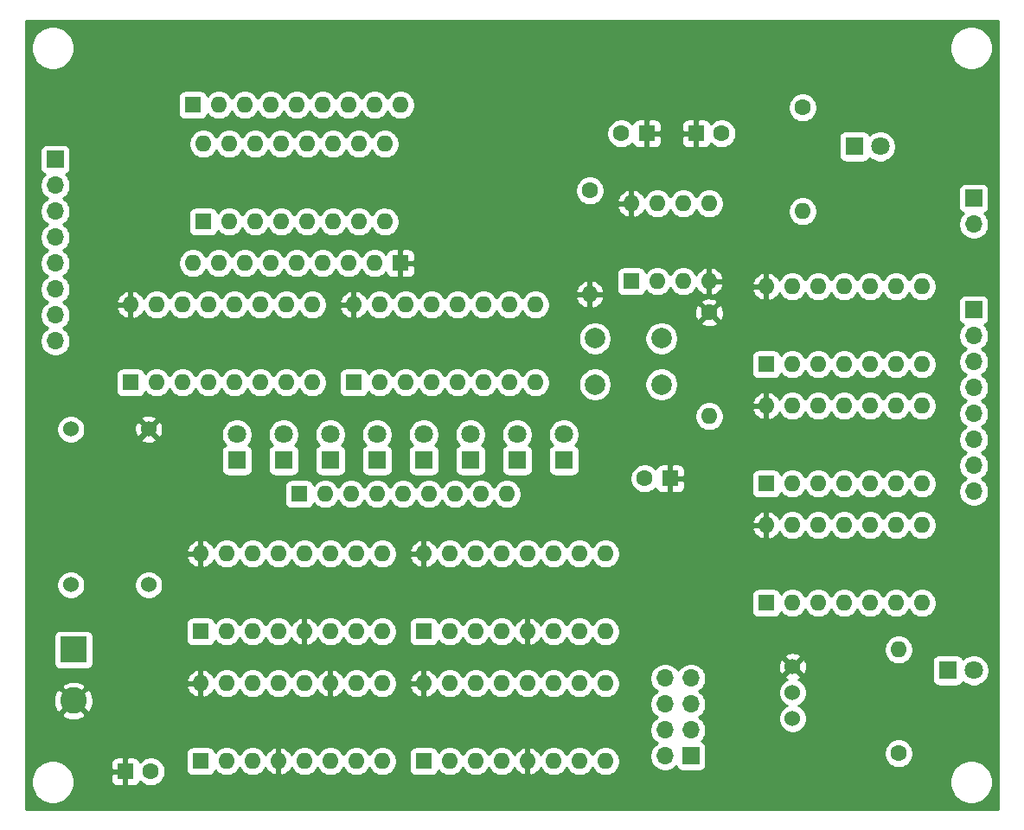
<source format=gbr>
%TF.GenerationSoftware,KiCad,Pcbnew,(5.1.9-0-10_14)*%
%TF.CreationDate,2021-06-04T12:52:24-04:00*%
%TF.ProjectId,CLOCK,434c4f43-4b2e-46b6-9963-61645f706362,rev?*%
%TF.SameCoordinates,Original*%
%TF.FileFunction,Copper,L3,Inr*%
%TF.FilePolarity,Positive*%
%FSLAX46Y46*%
G04 Gerber Fmt 4.6, Leading zero omitted, Abs format (unit mm)*
G04 Created by KiCad (PCBNEW (5.1.9-0-10_14)) date 2021-06-04 12:52:24*
%MOMM*%
%LPD*%
G01*
G04 APERTURE LIST*
%TA.AperFunction,ComponentPad*%
%ADD10C,1.524000*%
%TD*%
%TA.AperFunction,ComponentPad*%
%ADD11O,1.700000X1.700000*%
%TD*%
%TA.AperFunction,ComponentPad*%
%ADD12R,1.700000X1.700000*%
%TD*%
%TA.AperFunction,ComponentPad*%
%ADD13C,1.600000*%
%TD*%
%TA.AperFunction,ComponentPad*%
%ADD14R,1.600000X1.600000*%
%TD*%
%TA.AperFunction,ComponentPad*%
%ADD15O,1.600000X1.600000*%
%TD*%
%TA.AperFunction,ComponentPad*%
%ADD16C,2.000000*%
%TD*%
%TA.AperFunction,ComponentPad*%
%ADD17C,2.600000*%
%TD*%
%TA.AperFunction,ComponentPad*%
%ADD18R,2.600000X2.600000*%
%TD*%
%TA.AperFunction,ComponentPad*%
%ADD19C,1.800000*%
%TD*%
%TA.AperFunction,ComponentPad*%
%ADD20R,1.800000X1.800000*%
%TD*%
%TA.AperFunction,Conductor*%
%ADD21C,0.254000*%
%TD*%
%TA.AperFunction,Conductor*%
%ADD22C,0.100000*%
%TD*%
G04 APERTURE END LIST*
D10*
%TO.N,+5V*%
%TO.C,SW2*%
X139239600Y-87763200D03*
%TO.N,Net-(D2-Pad2)*%
X139239600Y-90303200D03*
%TO.N,GND*%
X139239600Y-92843200D03*
%TD*%
D11*
%TO.N,Net-(J34-Pad8)*%
%TO.C,J34*%
X126746000Y-88900000D03*
%TO.N,Net-(J34-Pad1)*%
X129286000Y-88900000D03*
%TO.N,Net-(J34-Pad6)*%
X126746000Y-91440000D03*
%TO.N,Net-(J34-Pad1)*%
X129286000Y-91440000D03*
%TO.N,Net-(J34-Pad4)*%
X126746000Y-93980000D03*
%TO.N,Net-(J34-Pad1)*%
X129286000Y-93980000D03*
%TO.N,Net-(J34-Pad2)*%
X126746000Y-96520000D03*
D12*
%TO.N,Net-(J34-Pad1)*%
X129286000Y-96520000D03*
%TD*%
D13*
%TO.N,GND*%
%TO.C,C4*%
X76414000Y-98044000D03*
D14*
%TO.N,+5V*%
X73914000Y-98044000D03*
%TD*%
D13*
%TO.N,GND*%
%TO.C,C3*%
X124754000Y-69342000D03*
D14*
%TO.N,+5V*%
X127254000Y-69342000D03*
%TD*%
D15*
%TO.N,+5V*%
%TO.C,U11*%
X96266000Y-52324000D03*
%TO.N,GND*%
X114046000Y-59944000D03*
X98806000Y-52324000D03*
%TO.N,/1MHz_Pulse*%
X111506000Y-59944000D03*
%TO.N,Net-(J2-Pad4)*%
X101346000Y-52324000D03*
%TO.N,/A7*%
X108966000Y-59944000D03*
%TO.N,Net-(J2-Pad3)*%
X103886000Y-52324000D03*
%TO.N,/A6*%
X106426000Y-59944000D03*
%TO.N,Net-(J2-Pad2)*%
X106426000Y-52324000D03*
%TO.N,/A5*%
X103886000Y-59944000D03*
%TO.N,Net-(J2-Pad1)*%
X108966000Y-52324000D03*
%TO.N,/A4*%
X101346000Y-59944000D03*
%TO.N,/SET_SPEED*%
X111506000Y-52324000D03*
%TO.N,GND*%
X98806000Y-59944000D03*
%TO.N,/SET_SPEED*%
X114046000Y-52324000D03*
D14*
%TO.N,GND*%
X96266000Y-59944000D03*
%TD*%
D15*
%TO.N,+5V*%
%TO.C,U10*%
X136652000Y-73914000D03*
%TO.N,GND*%
X151892000Y-81534000D03*
%TO.N,N/C*%
X139192000Y-73914000D03*
X149352000Y-81534000D03*
X141732000Y-73914000D03*
X146812000Y-81534000D03*
X144272000Y-73914000D03*
X144272000Y-81534000D03*
X146812000Y-73914000D03*
%TO.N,/CLOCK_OUT*%
X141732000Y-81534000D03*
%TO.N,N/C*%
X149352000Y-73914000D03*
%TO.N,Net-(U10-Pad2)*%
X139192000Y-81534000D03*
%TO.N,N/C*%
X151892000Y-73914000D03*
D14*
%TO.N,Net-(U10-Pad1)*%
X136652000Y-81534000D03*
%TD*%
D15*
%TO.N,+5V*%
%TO.C,U9*%
X136652000Y-50546000D03*
%TO.N,GND*%
X151892000Y-58166000D03*
%TO.N,Net-(J34-Pad1)*%
X139192000Y-50546000D03*
%TO.N,Net-(U10-Pad1)*%
X149352000Y-58166000D03*
%TO.N,Net-(D2-Pad2)*%
X141732000Y-50546000D03*
%TO.N,/HALT*%
X146812000Y-58166000D03*
%TO.N,Net-(U9-Pad10)*%
X144272000Y-50546000D03*
%TO.N,Net-(U9-Pad3)*%
X144272000Y-58166000D03*
%TO.N,Net-(U9-Pad10)*%
X146812000Y-50546000D03*
%TO.N,Net-(U9-Pad3)*%
X141732000Y-58166000D03*
%TO.N,/HALT*%
X149352000Y-50546000D03*
%TO.N,Net-(U8-Pad2)*%
X139192000Y-58166000D03*
%TO.N,Net-(U10-Pad2)*%
X151892000Y-50546000D03*
D14*
%TO.N,Net-(U7-Pad3)*%
X136652000Y-58166000D03*
%TD*%
D15*
%TO.N,+5V*%
%TO.C,U8*%
X136652000Y-62230000D03*
%TO.N,GND*%
X151892000Y-69850000D03*
%TO.N,N/C*%
X139192000Y-62230000D03*
X149352000Y-69850000D03*
X141732000Y-62230000D03*
X146812000Y-69850000D03*
X144272000Y-62230000D03*
X144272000Y-69850000D03*
X146812000Y-62230000D03*
X141732000Y-69850000D03*
X149352000Y-62230000D03*
%TO.N,Net-(U8-Pad2)*%
X139192000Y-69850000D03*
%TO.N,N/C*%
X151892000Y-62230000D03*
D14*
%TO.N,Net-(D2-Pad2)*%
X136652000Y-69850000D03*
%TD*%
D15*
%TO.N,+5V*%
%TO.C,U7*%
X123444000Y-42418000D03*
X131064000Y-50038000D03*
%TO.N,Net-(C2-Pad2)*%
X125984000Y-42418000D03*
%TO.N,Net-(U7-Pad3)*%
X128524000Y-50038000D03*
%TO.N,Net-(C2-Pad2)*%
X128524000Y-42418000D03*
%TO.N,Net-(R1-Pad2)*%
X125984000Y-50038000D03*
%TO.N,Net-(C1-Pad2)*%
X131064000Y-42418000D03*
D14*
%TO.N,GND*%
X123444000Y-50038000D03*
%TD*%
D15*
%TO.N,+5V*%
%TO.C,U6*%
X81280000Y-89408000D03*
%TO.N,GND*%
X99060000Y-97028000D03*
%TO.N,Net-(U6-Pad15)*%
X83820000Y-89408000D03*
%TO.N,Net-(J34-Pad8)*%
X96520000Y-97028000D03*
%TO.N,GND*%
X86360000Y-89408000D03*
%TO.N,Net-(J34-Pad6)*%
X93980000Y-97028000D03*
%TO.N,Net-(U6-Pad13)*%
X88900000Y-89408000D03*
%TO.N,Net-(U2-Pad11)*%
X91440000Y-97028000D03*
%TO.N,Net-(U6-Pad12)*%
X91440000Y-89408000D03*
%TO.N,+5V*%
X88900000Y-97028000D03*
X93980000Y-89408000D03*
%TO.N,Net-(J34-Pad2)*%
X86360000Y-97028000D03*
%TO.N,Net-(U6-Pad10)*%
X96520000Y-89408000D03*
%TO.N,Net-(J34-Pad4)*%
X83820000Y-97028000D03*
%TO.N,Net-(U6-Pad9)*%
X99060000Y-89408000D03*
D14*
%TO.N,Net-(U6-Pad1)*%
X81280000Y-97028000D03*
%TD*%
D15*
%TO.N,+5V*%
%TO.C,U5*%
X103124000Y-89408000D03*
%TO.N,GND*%
X120904000Y-97028000D03*
X105664000Y-89408000D03*
%TO.N,Net-(U5-Pad7)*%
X118364000Y-97028000D03*
%TO.N,GND*%
X108204000Y-89408000D03*
%TO.N,Net-(U5-Pad6)*%
X115824000Y-97028000D03*
%TO.N,Net-(U2-Pad11)*%
X110744000Y-89408000D03*
%TO.N,+5V*%
X113284000Y-97028000D03*
%TO.N,Net-(U5-Pad12)*%
X113284000Y-89408000D03*
%TO.N,Net-(U4-Pad13)*%
X110744000Y-97028000D03*
%TO.N,Net-(U2-Pad11)*%
X115824000Y-89408000D03*
%TO.N,Net-(U5-Pad3)*%
X108204000Y-97028000D03*
%TO.N,GND*%
X118364000Y-89408000D03*
%TO.N,Net-(U5-Pad2)*%
X105664000Y-97028000D03*
%TO.N,GND*%
X120904000Y-89408000D03*
D14*
X103124000Y-97028000D03*
%TD*%
D15*
%TO.N,+5V*%
%TO.C,U4*%
X103124000Y-76708000D03*
%TO.N,GND*%
X120904000Y-84328000D03*
%TO.N,/A4*%
X105664000Y-76708000D03*
%TO.N,Net-(U4-Pad7)*%
X118364000Y-84328000D03*
%TO.N,GND*%
X108204000Y-76708000D03*
%TO.N,Net-(U4-Pad6)*%
X115824000Y-84328000D03*
%TO.N,Net-(U4-Pad13)*%
X110744000Y-76708000D03*
%TO.N,+5V*%
X113284000Y-84328000D03*
%TO.N,Net-(U4-Pad12)*%
X113284000Y-76708000D03*
%TO.N,Net-(U2-Pad13)*%
X110744000Y-84328000D03*
%TO.N,Net-(U2-Pad11)*%
X115824000Y-76708000D03*
%TO.N,Net-(U4-Pad3)*%
X108204000Y-84328000D03*
%TO.N,/A6*%
X118364000Y-76708000D03*
%TO.N,Net-(U4-Pad2)*%
X105664000Y-84328000D03*
%TO.N,/A7*%
X120904000Y-76708000D03*
D14*
%TO.N,/A5*%
X103124000Y-84328000D03*
%TD*%
D15*
%TO.N,+5V*%
%TO.C,U3*%
X74422000Y-52324000D03*
%TO.N,GND*%
X92202000Y-59944000D03*
X76962000Y-52324000D03*
%TO.N,/1MHz_Pulse*%
X89662000Y-59944000D03*
%TO.N,Net-(J2-Pad8)*%
X79502000Y-52324000D03*
%TO.N,/A3*%
X87122000Y-59944000D03*
%TO.N,Net-(J2-Pad7)*%
X82042000Y-52324000D03*
%TO.N,/A2*%
X84582000Y-59944000D03*
%TO.N,Net-(J2-Pad6)*%
X84582000Y-52324000D03*
%TO.N,/A1*%
X82042000Y-59944000D03*
%TO.N,Net-(J2-Pad5)*%
X87122000Y-52324000D03*
%TO.N,/A0*%
X79502000Y-59944000D03*
%TO.N,/SET_SPEED*%
X89662000Y-52324000D03*
%TO.N,GND*%
X76962000Y-59944000D03*
%TO.N,/SET_SPEED*%
X92202000Y-52324000D03*
D14*
%TO.N,GND*%
X74422000Y-59944000D03*
%TD*%
D15*
%TO.N,+5V*%
%TO.C,U2*%
X81280000Y-76708000D03*
%TO.N,GND*%
X99060000Y-84328000D03*
%TO.N,/A0*%
X83820000Y-76708000D03*
%TO.N,Net-(U2-Pad7)*%
X96520000Y-84328000D03*
%TO.N,GND*%
X86360000Y-76708000D03*
%TO.N,Net-(U2-Pad6)*%
X93980000Y-84328000D03*
%TO.N,Net-(U2-Pad13)*%
X88900000Y-76708000D03*
%TO.N,+5V*%
X91440000Y-84328000D03*
%TO.N,Net-(U2-Pad12)*%
X91440000Y-76708000D03*
%TO.N,/1MHz_Pulse*%
X88900000Y-84328000D03*
%TO.N,Net-(U2-Pad11)*%
X93980000Y-76708000D03*
%TO.N,Net-(U2-Pad3)*%
X86360000Y-84328000D03*
%TO.N,/A2*%
X96520000Y-76708000D03*
%TO.N,Net-(U2-Pad2)*%
X83820000Y-84328000D03*
%TO.N,/A3*%
X99060000Y-76708000D03*
D14*
%TO.N,/A1*%
X81280000Y-84328000D03*
%TD*%
D10*
%TO.N,/1MHz_Pulse*%
%TO.C,U1*%
X76200000Y-79756000D03*
%TO.N,GND*%
X68580000Y-79756000D03*
%TO.N,+5V*%
X76200000Y-64516000D03*
%TO.N,Net-(U1-Pad1)*%
X68580000Y-64516000D03*
%TD*%
D15*
%TO.N,Net-(J2-Pad8)*%
%TO.C,SW13*%
X81534000Y-36576000D03*
%TO.N,Net-(RN2-Pad2)*%
X99314000Y-44196000D03*
%TO.N,Net-(J2-Pad7)*%
X84074000Y-36576000D03*
%TO.N,Net-(RN2-Pad3)*%
X96774000Y-44196000D03*
%TO.N,Net-(J2-Pad6)*%
X86614000Y-36576000D03*
%TO.N,Net-(RN2-Pad4)*%
X94234000Y-44196000D03*
%TO.N,Net-(J2-Pad5)*%
X89154000Y-36576000D03*
%TO.N,Net-(RN2-Pad5)*%
X91694000Y-44196000D03*
%TO.N,Net-(J2-Pad4)*%
X91694000Y-36576000D03*
%TO.N,Net-(RN2-Pad6)*%
X89154000Y-44196000D03*
%TO.N,Net-(J2-Pad3)*%
X94234000Y-36576000D03*
%TO.N,Net-(RN2-Pad7)*%
X86614000Y-44196000D03*
%TO.N,Net-(J2-Pad2)*%
X96774000Y-36576000D03*
%TO.N,Net-(RN2-Pad8)*%
X84074000Y-44196000D03*
%TO.N,Net-(J2-Pad1)*%
X99314000Y-36576000D03*
D14*
%TO.N,Net-(RN2-Pad9)*%
X81534000Y-44196000D03*
%TD*%
D16*
%TO.N,GND*%
%TO.C,SW1*%
X126388000Y-55626000D03*
%TO.N,Net-(R1-Pad2)*%
X126388000Y-60126000D03*
%TO.N,GND*%
X119888000Y-55626000D03*
%TO.N,Net-(R1-Pad2)*%
X119888000Y-60126000D03*
%TD*%
D15*
%TO.N,Net-(D8-Pad1)*%
%TO.C,RN3*%
X111252000Y-70866000D03*
%TO.N,Net-(D7-Pad1)*%
X108712000Y-70866000D03*
%TO.N,Net-(D6-Pad1)*%
X106172000Y-70866000D03*
%TO.N,Net-(D5-Pad1)*%
X103632000Y-70866000D03*
%TO.N,Net-(D4-Pad1)*%
X101092000Y-70866000D03*
%TO.N,Net-(D3-Pad1)*%
X98552000Y-70866000D03*
%TO.N,Net-(D54-Pad1)*%
X96012000Y-70866000D03*
%TO.N,Net-(D1-Pad1)*%
X93472000Y-70866000D03*
D14*
%TO.N,GND*%
X90932000Y-70866000D03*
%TD*%
D15*
%TO.N,Net-(RN2-Pad9)*%
%TO.C,RN2*%
X80518000Y-48260000D03*
%TO.N,Net-(RN2-Pad8)*%
X83058000Y-48260000D03*
%TO.N,Net-(RN2-Pad7)*%
X85598000Y-48260000D03*
%TO.N,Net-(RN2-Pad6)*%
X88138000Y-48260000D03*
%TO.N,Net-(RN2-Pad5)*%
X90678000Y-48260000D03*
%TO.N,Net-(RN2-Pad4)*%
X93218000Y-48260000D03*
%TO.N,Net-(RN2-Pad3)*%
X95758000Y-48260000D03*
%TO.N,Net-(RN2-Pad2)*%
X98298000Y-48260000D03*
D14*
%TO.N,+5V*%
X100838000Y-48260000D03*
%TD*%
D15*
%TO.N,Net-(J2-Pad1)*%
%TO.C,RN1*%
X100838000Y-32766000D03*
%TO.N,Net-(J2-Pad2)*%
X98298000Y-32766000D03*
%TO.N,Net-(J2-Pad3)*%
X95758000Y-32766000D03*
%TO.N,Net-(J2-Pad4)*%
X93218000Y-32766000D03*
%TO.N,Net-(J2-Pad5)*%
X90678000Y-32766000D03*
%TO.N,Net-(J2-Pad6)*%
X88138000Y-32766000D03*
%TO.N,Net-(J2-Pad7)*%
X85598000Y-32766000D03*
%TO.N,Net-(J2-Pad8)*%
X83058000Y-32766000D03*
D14*
%TO.N,GND*%
X80518000Y-32766000D03*
%TD*%
D15*
%TO.N,GND*%
%TO.C,R5*%
X140208000Y-43180000D03*
D13*
%TO.N,Net-(D2-Pad1)*%
X140208000Y-33020000D03*
%TD*%
D15*
%TO.N,GND*%
%TO.C,R4*%
X149606000Y-86106000D03*
D13*
%TO.N,Net-(D55-Pad1)*%
X149606000Y-96266000D03*
%TD*%
D15*
%TO.N,+5V*%
%TO.C,R2*%
X119380000Y-51308000D03*
D13*
%TO.N,Net-(C2-Pad2)*%
X119380000Y-41148000D03*
%TD*%
D15*
%TO.N,Net-(R1-Pad2)*%
%TO.C,R1*%
X131064000Y-63246000D03*
D13*
%TO.N,+5V*%
X131064000Y-53086000D03*
%TD*%
D11*
%TO.N,/CLOCK_OUT*%
%TO.C,J5*%
X156972000Y-70612000D03*
X156972000Y-68072000D03*
X156972000Y-65532000D03*
X156972000Y-62992000D03*
X156972000Y-60452000D03*
X156972000Y-57912000D03*
X156972000Y-55372000D03*
D12*
X156972000Y-52832000D03*
%TD*%
D11*
%TO.N,/SET_SPEED*%
%TO.C,J3*%
X156972000Y-44450000D03*
D12*
%TO.N,/HALT*%
X156972000Y-41910000D03*
%TD*%
D11*
%TO.N,Net-(J2-Pad8)*%
%TO.C,J2*%
X67056000Y-55880000D03*
%TO.N,Net-(J2-Pad7)*%
X67056000Y-53340000D03*
%TO.N,Net-(J2-Pad6)*%
X67056000Y-50800000D03*
%TO.N,Net-(J2-Pad5)*%
X67056000Y-48260000D03*
%TO.N,Net-(J2-Pad4)*%
X67056000Y-45720000D03*
%TO.N,Net-(J2-Pad3)*%
X67056000Y-43180000D03*
%TO.N,Net-(J2-Pad2)*%
X67056000Y-40640000D03*
D12*
%TO.N,Net-(J2-Pad1)*%
X67056000Y-38100000D03*
%TD*%
D17*
%TO.N,+5V*%
%TO.C,J1*%
X68834000Y-91106000D03*
D18*
%TO.N,GND*%
X68834000Y-86106000D03*
%TD*%
D19*
%TO.N,/CLOCK_OUT*%
%TO.C,D55*%
X156972000Y-88138000D03*
D20*
%TO.N,Net-(D55-Pad1)*%
X154432000Y-88138000D03*
%TD*%
D19*
%TO.N,/A1*%
%TO.C,D54*%
X89408000Y-65024000D03*
D20*
%TO.N,Net-(D54-Pad1)*%
X89408000Y-67564000D03*
%TD*%
D19*
%TO.N,/A7*%
%TO.C,D8*%
X116840000Y-65024000D03*
D20*
%TO.N,Net-(D8-Pad1)*%
X116840000Y-67564000D03*
%TD*%
D19*
%TO.N,/A6*%
%TO.C,D7*%
X112268000Y-65024000D03*
D20*
%TO.N,Net-(D7-Pad1)*%
X112268000Y-67564000D03*
%TD*%
D19*
%TO.N,/A5*%
%TO.C,D6*%
X107696000Y-65024000D03*
D20*
%TO.N,Net-(D6-Pad1)*%
X107696000Y-67564000D03*
%TD*%
D19*
%TO.N,/A4*%
%TO.C,D5*%
X103124000Y-65024000D03*
D20*
%TO.N,Net-(D5-Pad1)*%
X103124000Y-67564000D03*
%TD*%
D19*
%TO.N,/A3*%
%TO.C,D4*%
X98552000Y-65024000D03*
D20*
%TO.N,Net-(D4-Pad1)*%
X98552000Y-67564000D03*
%TD*%
D19*
%TO.N,/A2*%
%TO.C,D3*%
X93980000Y-65024000D03*
D20*
%TO.N,Net-(D3-Pad1)*%
X93980000Y-67564000D03*
%TD*%
D19*
%TO.N,Net-(D2-Pad2)*%
%TO.C,D2*%
X147828000Y-36830000D03*
D20*
%TO.N,Net-(D2-Pad1)*%
X145288000Y-36830000D03*
%TD*%
D19*
%TO.N,/A0*%
%TO.C,D1*%
X84836000Y-65024000D03*
D20*
%TO.N,Net-(D1-Pad1)*%
X84836000Y-67564000D03*
%TD*%
D13*
%TO.N,Net-(C2-Pad2)*%
%TO.C,C2*%
X122468000Y-35560000D03*
D14*
%TO.N,+5V*%
X124968000Y-35560000D03*
%TD*%
D13*
%TO.N,Net-(C1-Pad2)*%
%TO.C,C1*%
X132294000Y-35560000D03*
D14*
%TO.N,+5V*%
X129794000Y-35560000D03*
%TD*%
D21*
%TO.N,+5V*%
X159360001Y-25367572D02*
X159360000Y-25367582D01*
X159360001Y-28161572D01*
X159360000Y-28161582D01*
X159360001Y-101702000D01*
X64160000Y-101702000D01*
X64160000Y-98849721D01*
X64667000Y-98849721D01*
X64667000Y-99270279D01*
X64749047Y-99682756D01*
X64909988Y-100071302D01*
X65143637Y-100420983D01*
X65441017Y-100718363D01*
X65790698Y-100952012D01*
X66179244Y-101112953D01*
X66591721Y-101195000D01*
X67012279Y-101195000D01*
X67424756Y-101112953D01*
X67813302Y-100952012D01*
X68162983Y-100718363D01*
X68460363Y-100420983D01*
X68694012Y-100071302D01*
X68854953Y-99682756D01*
X68937000Y-99270279D01*
X68937000Y-98849721D01*
X68935863Y-98844000D01*
X72475928Y-98844000D01*
X72488188Y-98968482D01*
X72524498Y-99088180D01*
X72583463Y-99198494D01*
X72662815Y-99295185D01*
X72759506Y-99374537D01*
X72869820Y-99433502D01*
X72989518Y-99469812D01*
X73114000Y-99482072D01*
X73628250Y-99479000D01*
X73787000Y-99320250D01*
X73787000Y-98171000D01*
X72637750Y-98171000D01*
X72479000Y-98329750D01*
X72475928Y-98844000D01*
X68935863Y-98844000D01*
X68854953Y-98437244D01*
X68694012Y-98048698D01*
X68460363Y-97699017D01*
X68162983Y-97401637D01*
X67927063Y-97244000D01*
X72475928Y-97244000D01*
X72479000Y-97758250D01*
X72637750Y-97917000D01*
X73787000Y-97917000D01*
X73787000Y-96767750D01*
X74041000Y-96767750D01*
X74041000Y-97917000D01*
X74061000Y-97917000D01*
X74061000Y-98171000D01*
X74041000Y-98171000D01*
X74041000Y-99320250D01*
X74199750Y-99479000D01*
X74714000Y-99482072D01*
X74838482Y-99469812D01*
X74958180Y-99433502D01*
X75068494Y-99374537D01*
X75165185Y-99295185D01*
X75244537Y-99198494D01*
X75303502Y-99088180D01*
X75332661Y-98992057D01*
X75499241Y-99158637D01*
X75734273Y-99315680D01*
X75995426Y-99423853D01*
X76272665Y-99479000D01*
X76555335Y-99479000D01*
X76832574Y-99423853D01*
X77093727Y-99315680D01*
X77328759Y-99158637D01*
X77528637Y-98958759D01*
X77601493Y-98849721D01*
X154583000Y-98849721D01*
X154583000Y-99270279D01*
X154665047Y-99682756D01*
X154825988Y-100071302D01*
X155059637Y-100420983D01*
X155357017Y-100718363D01*
X155706698Y-100952012D01*
X156095244Y-101112953D01*
X156507721Y-101195000D01*
X156928279Y-101195000D01*
X157340756Y-101112953D01*
X157729302Y-100952012D01*
X158078983Y-100718363D01*
X158376363Y-100420983D01*
X158610012Y-100071302D01*
X158770953Y-99682756D01*
X158853000Y-99270279D01*
X158853000Y-98849721D01*
X158770953Y-98437244D01*
X158610012Y-98048698D01*
X158376363Y-97699017D01*
X158078983Y-97401637D01*
X157729302Y-97167988D01*
X157340756Y-97007047D01*
X156928279Y-96925000D01*
X156507721Y-96925000D01*
X156095244Y-97007047D01*
X155706698Y-97167988D01*
X155357017Y-97401637D01*
X155059637Y-97699017D01*
X154825988Y-98048698D01*
X154665047Y-98437244D01*
X154583000Y-98849721D01*
X77601493Y-98849721D01*
X77685680Y-98723727D01*
X77793853Y-98462574D01*
X77849000Y-98185335D01*
X77849000Y-97902665D01*
X77793853Y-97625426D01*
X77685680Y-97364273D01*
X77528637Y-97129241D01*
X77328759Y-96929363D01*
X77093727Y-96772320D01*
X76832574Y-96664147D01*
X76555335Y-96609000D01*
X76272665Y-96609000D01*
X75995426Y-96664147D01*
X75734273Y-96772320D01*
X75499241Y-96929363D01*
X75332661Y-97095943D01*
X75303502Y-96999820D01*
X75244537Y-96889506D01*
X75165185Y-96792815D01*
X75068494Y-96713463D01*
X74958180Y-96654498D01*
X74838482Y-96618188D01*
X74714000Y-96605928D01*
X74199750Y-96609000D01*
X74041000Y-96767750D01*
X73787000Y-96767750D01*
X73628250Y-96609000D01*
X73114000Y-96605928D01*
X72989518Y-96618188D01*
X72869820Y-96654498D01*
X72759506Y-96713463D01*
X72662815Y-96792815D01*
X72583463Y-96889506D01*
X72524498Y-96999820D01*
X72488188Y-97119518D01*
X72475928Y-97244000D01*
X67927063Y-97244000D01*
X67813302Y-97167988D01*
X67424756Y-97007047D01*
X67012279Y-96925000D01*
X66591721Y-96925000D01*
X66179244Y-97007047D01*
X65790698Y-97167988D01*
X65441017Y-97401637D01*
X65143637Y-97699017D01*
X64909988Y-98048698D01*
X64749047Y-98437244D01*
X64667000Y-98849721D01*
X64160000Y-98849721D01*
X64160000Y-96228000D01*
X79841928Y-96228000D01*
X79841928Y-97828000D01*
X79854188Y-97952482D01*
X79890498Y-98072180D01*
X79949463Y-98182494D01*
X80028815Y-98279185D01*
X80125506Y-98358537D01*
X80235820Y-98417502D01*
X80355518Y-98453812D01*
X80480000Y-98466072D01*
X82080000Y-98466072D01*
X82204482Y-98453812D01*
X82324180Y-98417502D01*
X82434494Y-98358537D01*
X82531185Y-98279185D01*
X82610537Y-98182494D01*
X82669502Y-98072180D01*
X82705812Y-97952482D01*
X82706643Y-97944039D01*
X82905241Y-98142637D01*
X83140273Y-98299680D01*
X83401426Y-98407853D01*
X83678665Y-98463000D01*
X83961335Y-98463000D01*
X84238574Y-98407853D01*
X84499727Y-98299680D01*
X84734759Y-98142637D01*
X84934637Y-97942759D01*
X85090000Y-97710241D01*
X85245363Y-97942759D01*
X85445241Y-98142637D01*
X85680273Y-98299680D01*
X85941426Y-98407853D01*
X86218665Y-98463000D01*
X86501335Y-98463000D01*
X86778574Y-98407853D01*
X87039727Y-98299680D01*
X87274759Y-98142637D01*
X87474637Y-97942759D01*
X87631680Y-97707727D01*
X87636067Y-97697135D01*
X87747615Y-97883131D01*
X87936586Y-98091519D01*
X88162580Y-98259037D01*
X88416913Y-98379246D01*
X88550961Y-98419904D01*
X88773000Y-98297915D01*
X88773000Y-97155000D01*
X88753000Y-97155000D01*
X88753000Y-96901000D01*
X88773000Y-96901000D01*
X88773000Y-95758085D01*
X89027000Y-95758085D01*
X89027000Y-96901000D01*
X89047000Y-96901000D01*
X89047000Y-97155000D01*
X89027000Y-97155000D01*
X89027000Y-98297915D01*
X89249039Y-98419904D01*
X89383087Y-98379246D01*
X89637420Y-98259037D01*
X89863414Y-98091519D01*
X90052385Y-97883131D01*
X90163933Y-97697135D01*
X90168320Y-97707727D01*
X90325363Y-97942759D01*
X90525241Y-98142637D01*
X90760273Y-98299680D01*
X91021426Y-98407853D01*
X91298665Y-98463000D01*
X91581335Y-98463000D01*
X91858574Y-98407853D01*
X92119727Y-98299680D01*
X92354759Y-98142637D01*
X92554637Y-97942759D01*
X92710000Y-97710241D01*
X92865363Y-97942759D01*
X93065241Y-98142637D01*
X93300273Y-98299680D01*
X93561426Y-98407853D01*
X93838665Y-98463000D01*
X94121335Y-98463000D01*
X94398574Y-98407853D01*
X94659727Y-98299680D01*
X94894759Y-98142637D01*
X95094637Y-97942759D01*
X95250000Y-97710241D01*
X95405363Y-97942759D01*
X95605241Y-98142637D01*
X95840273Y-98299680D01*
X96101426Y-98407853D01*
X96378665Y-98463000D01*
X96661335Y-98463000D01*
X96938574Y-98407853D01*
X97199727Y-98299680D01*
X97434759Y-98142637D01*
X97634637Y-97942759D01*
X97790000Y-97710241D01*
X97945363Y-97942759D01*
X98145241Y-98142637D01*
X98380273Y-98299680D01*
X98641426Y-98407853D01*
X98918665Y-98463000D01*
X99201335Y-98463000D01*
X99478574Y-98407853D01*
X99739727Y-98299680D01*
X99974759Y-98142637D01*
X100174637Y-97942759D01*
X100331680Y-97707727D01*
X100439853Y-97446574D01*
X100495000Y-97169335D01*
X100495000Y-96886665D01*
X100439853Y-96609426D01*
X100331680Y-96348273D01*
X100251317Y-96228000D01*
X101685928Y-96228000D01*
X101685928Y-97828000D01*
X101698188Y-97952482D01*
X101734498Y-98072180D01*
X101793463Y-98182494D01*
X101872815Y-98279185D01*
X101969506Y-98358537D01*
X102079820Y-98417502D01*
X102199518Y-98453812D01*
X102324000Y-98466072D01*
X103924000Y-98466072D01*
X104048482Y-98453812D01*
X104168180Y-98417502D01*
X104278494Y-98358537D01*
X104375185Y-98279185D01*
X104454537Y-98182494D01*
X104513502Y-98072180D01*
X104549812Y-97952482D01*
X104550643Y-97944039D01*
X104749241Y-98142637D01*
X104984273Y-98299680D01*
X105245426Y-98407853D01*
X105522665Y-98463000D01*
X105805335Y-98463000D01*
X106082574Y-98407853D01*
X106343727Y-98299680D01*
X106578759Y-98142637D01*
X106778637Y-97942759D01*
X106934000Y-97710241D01*
X107089363Y-97942759D01*
X107289241Y-98142637D01*
X107524273Y-98299680D01*
X107785426Y-98407853D01*
X108062665Y-98463000D01*
X108345335Y-98463000D01*
X108622574Y-98407853D01*
X108883727Y-98299680D01*
X109118759Y-98142637D01*
X109318637Y-97942759D01*
X109474000Y-97710241D01*
X109629363Y-97942759D01*
X109829241Y-98142637D01*
X110064273Y-98299680D01*
X110325426Y-98407853D01*
X110602665Y-98463000D01*
X110885335Y-98463000D01*
X111162574Y-98407853D01*
X111423727Y-98299680D01*
X111658759Y-98142637D01*
X111858637Y-97942759D01*
X112015680Y-97707727D01*
X112020067Y-97697135D01*
X112131615Y-97883131D01*
X112320586Y-98091519D01*
X112546580Y-98259037D01*
X112800913Y-98379246D01*
X112934961Y-98419904D01*
X113157000Y-98297915D01*
X113157000Y-97155000D01*
X113137000Y-97155000D01*
X113137000Y-96901000D01*
X113157000Y-96901000D01*
X113157000Y-95758085D01*
X113411000Y-95758085D01*
X113411000Y-96901000D01*
X113431000Y-96901000D01*
X113431000Y-97155000D01*
X113411000Y-97155000D01*
X113411000Y-98297915D01*
X113633039Y-98419904D01*
X113767087Y-98379246D01*
X114021420Y-98259037D01*
X114247414Y-98091519D01*
X114436385Y-97883131D01*
X114547933Y-97697135D01*
X114552320Y-97707727D01*
X114709363Y-97942759D01*
X114909241Y-98142637D01*
X115144273Y-98299680D01*
X115405426Y-98407853D01*
X115682665Y-98463000D01*
X115965335Y-98463000D01*
X116242574Y-98407853D01*
X116503727Y-98299680D01*
X116738759Y-98142637D01*
X116938637Y-97942759D01*
X117094000Y-97710241D01*
X117249363Y-97942759D01*
X117449241Y-98142637D01*
X117684273Y-98299680D01*
X117945426Y-98407853D01*
X118222665Y-98463000D01*
X118505335Y-98463000D01*
X118782574Y-98407853D01*
X119043727Y-98299680D01*
X119278759Y-98142637D01*
X119478637Y-97942759D01*
X119634000Y-97710241D01*
X119789363Y-97942759D01*
X119989241Y-98142637D01*
X120224273Y-98299680D01*
X120485426Y-98407853D01*
X120762665Y-98463000D01*
X121045335Y-98463000D01*
X121322574Y-98407853D01*
X121583727Y-98299680D01*
X121818759Y-98142637D01*
X122018637Y-97942759D01*
X122175680Y-97707727D01*
X122283853Y-97446574D01*
X122339000Y-97169335D01*
X122339000Y-96886665D01*
X122283853Y-96609426D01*
X122175680Y-96348273D01*
X122018637Y-96113241D01*
X121818759Y-95913363D01*
X121583727Y-95756320D01*
X121322574Y-95648147D01*
X121045335Y-95593000D01*
X120762665Y-95593000D01*
X120485426Y-95648147D01*
X120224273Y-95756320D01*
X119989241Y-95913363D01*
X119789363Y-96113241D01*
X119634000Y-96345759D01*
X119478637Y-96113241D01*
X119278759Y-95913363D01*
X119043727Y-95756320D01*
X118782574Y-95648147D01*
X118505335Y-95593000D01*
X118222665Y-95593000D01*
X117945426Y-95648147D01*
X117684273Y-95756320D01*
X117449241Y-95913363D01*
X117249363Y-96113241D01*
X117094000Y-96345759D01*
X116938637Y-96113241D01*
X116738759Y-95913363D01*
X116503727Y-95756320D01*
X116242574Y-95648147D01*
X115965335Y-95593000D01*
X115682665Y-95593000D01*
X115405426Y-95648147D01*
X115144273Y-95756320D01*
X114909241Y-95913363D01*
X114709363Y-96113241D01*
X114552320Y-96348273D01*
X114547933Y-96358865D01*
X114436385Y-96172869D01*
X114247414Y-95964481D01*
X114021420Y-95796963D01*
X113767087Y-95676754D01*
X113633039Y-95636096D01*
X113411000Y-95758085D01*
X113157000Y-95758085D01*
X112934961Y-95636096D01*
X112800913Y-95676754D01*
X112546580Y-95796963D01*
X112320586Y-95964481D01*
X112131615Y-96172869D01*
X112020067Y-96358865D01*
X112015680Y-96348273D01*
X111858637Y-96113241D01*
X111658759Y-95913363D01*
X111423727Y-95756320D01*
X111162574Y-95648147D01*
X110885335Y-95593000D01*
X110602665Y-95593000D01*
X110325426Y-95648147D01*
X110064273Y-95756320D01*
X109829241Y-95913363D01*
X109629363Y-96113241D01*
X109474000Y-96345759D01*
X109318637Y-96113241D01*
X109118759Y-95913363D01*
X108883727Y-95756320D01*
X108622574Y-95648147D01*
X108345335Y-95593000D01*
X108062665Y-95593000D01*
X107785426Y-95648147D01*
X107524273Y-95756320D01*
X107289241Y-95913363D01*
X107089363Y-96113241D01*
X106934000Y-96345759D01*
X106778637Y-96113241D01*
X106578759Y-95913363D01*
X106343727Y-95756320D01*
X106082574Y-95648147D01*
X105805335Y-95593000D01*
X105522665Y-95593000D01*
X105245426Y-95648147D01*
X104984273Y-95756320D01*
X104749241Y-95913363D01*
X104550643Y-96111961D01*
X104549812Y-96103518D01*
X104513502Y-95983820D01*
X104454537Y-95873506D01*
X104375185Y-95776815D01*
X104278494Y-95697463D01*
X104168180Y-95638498D01*
X104048482Y-95602188D01*
X103924000Y-95589928D01*
X102324000Y-95589928D01*
X102199518Y-95602188D01*
X102079820Y-95638498D01*
X101969506Y-95697463D01*
X101872815Y-95776815D01*
X101793463Y-95873506D01*
X101734498Y-95983820D01*
X101698188Y-96103518D01*
X101685928Y-96228000D01*
X100251317Y-96228000D01*
X100174637Y-96113241D01*
X99974759Y-95913363D01*
X99739727Y-95756320D01*
X99478574Y-95648147D01*
X99201335Y-95593000D01*
X98918665Y-95593000D01*
X98641426Y-95648147D01*
X98380273Y-95756320D01*
X98145241Y-95913363D01*
X97945363Y-96113241D01*
X97790000Y-96345759D01*
X97634637Y-96113241D01*
X97434759Y-95913363D01*
X97199727Y-95756320D01*
X96938574Y-95648147D01*
X96661335Y-95593000D01*
X96378665Y-95593000D01*
X96101426Y-95648147D01*
X95840273Y-95756320D01*
X95605241Y-95913363D01*
X95405363Y-96113241D01*
X95250000Y-96345759D01*
X95094637Y-96113241D01*
X94894759Y-95913363D01*
X94659727Y-95756320D01*
X94398574Y-95648147D01*
X94121335Y-95593000D01*
X93838665Y-95593000D01*
X93561426Y-95648147D01*
X93300273Y-95756320D01*
X93065241Y-95913363D01*
X92865363Y-96113241D01*
X92710000Y-96345759D01*
X92554637Y-96113241D01*
X92354759Y-95913363D01*
X92119727Y-95756320D01*
X91858574Y-95648147D01*
X91581335Y-95593000D01*
X91298665Y-95593000D01*
X91021426Y-95648147D01*
X90760273Y-95756320D01*
X90525241Y-95913363D01*
X90325363Y-96113241D01*
X90168320Y-96348273D01*
X90163933Y-96358865D01*
X90052385Y-96172869D01*
X89863414Y-95964481D01*
X89637420Y-95796963D01*
X89383087Y-95676754D01*
X89249039Y-95636096D01*
X89027000Y-95758085D01*
X88773000Y-95758085D01*
X88550961Y-95636096D01*
X88416913Y-95676754D01*
X88162580Y-95796963D01*
X87936586Y-95964481D01*
X87747615Y-96172869D01*
X87636067Y-96358865D01*
X87631680Y-96348273D01*
X87474637Y-96113241D01*
X87274759Y-95913363D01*
X87039727Y-95756320D01*
X86778574Y-95648147D01*
X86501335Y-95593000D01*
X86218665Y-95593000D01*
X85941426Y-95648147D01*
X85680273Y-95756320D01*
X85445241Y-95913363D01*
X85245363Y-96113241D01*
X85090000Y-96345759D01*
X84934637Y-96113241D01*
X84734759Y-95913363D01*
X84499727Y-95756320D01*
X84238574Y-95648147D01*
X83961335Y-95593000D01*
X83678665Y-95593000D01*
X83401426Y-95648147D01*
X83140273Y-95756320D01*
X82905241Y-95913363D01*
X82706643Y-96111961D01*
X82705812Y-96103518D01*
X82669502Y-95983820D01*
X82610537Y-95873506D01*
X82531185Y-95776815D01*
X82434494Y-95697463D01*
X82324180Y-95638498D01*
X82204482Y-95602188D01*
X82080000Y-95589928D01*
X80480000Y-95589928D01*
X80355518Y-95602188D01*
X80235820Y-95638498D01*
X80125506Y-95697463D01*
X80028815Y-95776815D01*
X79949463Y-95873506D01*
X79890498Y-95983820D01*
X79854188Y-96103518D01*
X79841928Y-96228000D01*
X64160000Y-96228000D01*
X64160000Y-92455224D01*
X67664381Y-92455224D01*
X67796317Y-92750312D01*
X68137045Y-92921159D01*
X68504557Y-93022250D01*
X68884729Y-93049701D01*
X69262951Y-93002457D01*
X69624690Y-92882333D01*
X69871683Y-92750312D01*
X70003619Y-92455224D01*
X68834000Y-91285605D01*
X67664381Y-92455224D01*
X64160000Y-92455224D01*
X64160000Y-91156729D01*
X66890299Y-91156729D01*
X66937543Y-91534951D01*
X67057667Y-91896690D01*
X67189688Y-92143683D01*
X67484776Y-92275619D01*
X68654395Y-91106000D01*
X69013605Y-91106000D01*
X70183224Y-92275619D01*
X70478312Y-92143683D01*
X70649159Y-91802955D01*
X70750250Y-91435443D01*
X70777701Y-91055271D01*
X70730457Y-90677049D01*
X70610333Y-90315310D01*
X70478312Y-90068317D01*
X70183224Y-89936381D01*
X69013605Y-91106000D01*
X68654395Y-91106000D01*
X67484776Y-89936381D01*
X67189688Y-90068317D01*
X67018841Y-90409045D01*
X66917750Y-90776557D01*
X66890299Y-91156729D01*
X64160000Y-91156729D01*
X64160000Y-89756776D01*
X67664381Y-89756776D01*
X68834000Y-90926395D01*
X70003355Y-89757040D01*
X79888091Y-89757040D01*
X79982930Y-90021881D01*
X80127615Y-90263131D01*
X80316586Y-90471519D01*
X80542580Y-90639037D01*
X80796913Y-90759246D01*
X80930961Y-90799904D01*
X81153000Y-90677915D01*
X81153000Y-89535000D01*
X80009376Y-89535000D01*
X79888091Y-89757040D01*
X70003355Y-89757040D01*
X70003619Y-89756776D01*
X69871683Y-89461688D01*
X69530955Y-89290841D01*
X69163443Y-89189750D01*
X68783271Y-89162299D01*
X68405049Y-89209543D01*
X68043310Y-89329667D01*
X67796317Y-89461688D01*
X67664381Y-89756776D01*
X64160000Y-89756776D01*
X64160000Y-89058960D01*
X79888091Y-89058960D01*
X80009376Y-89281000D01*
X81153000Y-89281000D01*
X81153000Y-88138085D01*
X81407000Y-88138085D01*
X81407000Y-89281000D01*
X81427000Y-89281000D01*
X81427000Y-89535000D01*
X81407000Y-89535000D01*
X81407000Y-90677915D01*
X81629039Y-90799904D01*
X81763087Y-90759246D01*
X82017420Y-90639037D01*
X82243414Y-90471519D01*
X82432385Y-90263131D01*
X82543933Y-90077135D01*
X82548320Y-90087727D01*
X82705363Y-90322759D01*
X82905241Y-90522637D01*
X83140273Y-90679680D01*
X83401426Y-90787853D01*
X83678665Y-90843000D01*
X83961335Y-90843000D01*
X84238574Y-90787853D01*
X84499727Y-90679680D01*
X84734759Y-90522637D01*
X84934637Y-90322759D01*
X85090000Y-90090241D01*
X85245363Y-90322759D01*
X85445241Y-90522637D01*
X85680273Y-90679680D01*
X85941426Y-90787853D01*
X86218665Y-90843000D01*
X86501335Y-90843000D01*
X86778574Y-90787853D01*
X87039727Y-90679680D01*
X87274759Y-90522637D01*
X87474637Y-90322759D01*
X87630000Y-90090241D01*
X87785363Y-90322759D01*
X87985241Y-90522637D01*
X88220273Y-90679680D01*
X88481426Y-90787853D01*
X88758665Y-90843000D01*
X89041335Y-90843000D01*
X89318574Y-90787853D01*
X89579727Y-90679680D01*
X89814759Y-90522637D01*
X90014637Y-90322759D01*
X90170000Y-90090241D01*
X90325363Y-90322759D01*
X90525241Y-90522637D01*
X90760273Y-90679680D01*
X91021426Y-90787853D01*
X91298665Y-90843000D01*
X91581335Y-90843000D01*
X91858574Y-90787853D01*
X92119727Y-90679680D01*
X92354759Y-90522637D01*
X92554637Y-90322759D01*
X92711680Y-90087727D01*
X92716067Y-90077135D01*
X92827615Y-90263131D01*
X93016586Y-90471519D01*
X93242580Y-90639037D01*
X93496913Y-90759246D01*
X93630961Y-90799904D01*
X93853000Y-90677915D01*
X93853000Y-89535000D01*
X93833000Y-89535000D01*
X93833000Y-89281000D01*
X93853000Y-89281000D01*
X93853000Y-88138085D01*
X94107000Y-88138085D01*
X94107000Y-89281000D01*
X94127000Y-89281000D01*
X94127000Y-89535000D01*
X94107000Y-89535000D01*
X94107000Y-90677915D01*
X94329039Y-90799904D01*
X94463087Y-90759246D01*
X94717420Y-90639037D01*
X94943414Y-90471519D01*
X95132385Y-90263131D01*
X95243933Y-90077135D01*
X95248320Y-90087727D01*
X95405363Y-90322759D01*
X95605241Y-90522637D01*
X95840273Y-90679680D01*
X96101426Y-90787853D01*
X96378665Y-90843000D01*
X96661335Y-90843000D01*
X96938574Y-90787853D01*
X97199727Y-90679680D01*
X97434759Y-90522637D01*
X97634637Y-90322759D01*
X97790000Y-90090241D01*
X97945363Y-90322759D01*
X98145241Y-90522637D01*
X98380273Y-90679680D01*
X98641426Y-90787853D01*
X98918665Y-90843000D01*
X99201335Y-90843000D01*
X99478574Y-90787853D01*
X99739727Y-90679680D01*
X99974759Y-90522637D01*
X100174637Y-90322759D01*
X100331680Y-90087727D01*
X100439853Y-89826574D01*
X100453684Y-89757040D01*
X101732091Y-89757040D01*
X101826930Y-90021881D01*
X101971615Y-90263131D01*
X102160586Y-90471519D01*
X102386580Y-90639037D01*
X102640913Y-90759246D01*
X102774961Y-90799904D01*
X102997000Y-90677915D01*
X102997000Y-89535000D01*
X101853376Y-89535000D01*
X101732091Y-89757040D01*
X100453684Y-89757040D01*
X100495000Y-89549335D01*
X100495000Y-89266665D01*
X100453685Y-89058960D01*
X101732091Y-89058960D01*
X101853376Y-89281000D01*
X102997000Y-89281000D01*
X102997000Y-88138085D01*
X103251000Y-88138085D01*
X103251000Y-89281000D01*
X103271000Y-89281000D01*
X103271000Y-89535000D01*
X103251000Y-89535000D01*
X103251000Y-90677915D01*
X103473039Y-90799904D01*
X103607087Y-90759246D01*
X103861420Y-90639037D01*
X104087414Y-90471519D01*
X104276385Y-90263131D01*
X104387933Y-90077135D01*
X104392320Y-90087727D01*
X104549363Y-90322759D01*
X104749241Y-90522637D01*
X104984273Y-90679680D01*
X105245426Y-90787853D01*
X105522665Y-90843000D01*
X105805335Y-90843000D01*
X106082574Y-90787853D01*
X106343727Y-90679680D01*
X106578759Y-90522637D01*
X106778637Y-90322759D01*
X106934000Y-90090241D01*
X107089363Y-90322759D01*
X107289241Y-90522637D01*
X107524273Y-90679680D01*
X107785426Y-90787853D01*
X108062665Y-90843000D01*
X108345335Y-90843000D01*
X108622574Y-90787853D01*
X108883727Y-90679680D01*
X109118759Y-90522637D01*
X109318637Y-90322759D01*
X109474000Y-90090241D01*
X109629363Y-90322759D01*
X109829241Y-90522637D01*
X110064273Y-90679680D01*
X110325426Y-90787853D01*
X110602665Y-90843000D01*
X110885335Y-90843000D01*
X111162574Y-90787853D01*
X111423727Y-90679680D01*
X111658759Y-90522637D01*
X111858637Y-90322759D01*
X112014000Y-90090241D01*
X112169363Y-90322759D01*
X112369241Y-90522637D01*
X112604273Y-90679680D01*
X112865426Y-90787853D01*
X113142665Y-90843000D01*
X113425335Y-90843000D01*
X113702574Y-90787853D01*
X113963727Y-90679680D01*
X114198759Y-90522637D01*
X114398637Y-90322759D01*
X114554000Y-90090241D01*
X114709363Y-90322759D01*
X114909241Y-90522637D01*
X115144273Y-90679680D01*
X115405426Y-90787853D01*
X115682665Y-90843000D01*
X115965335Y-90843000D01*
X116242574Y-90787853D01*
X116503727Y-90679680D01*
X116738759Y-90522637D01*
X116938637Y-90322759D01*
X117094000Y-90090241D01*
X117249363Y-90322759D01*
X117449241Y-90522637D01*
X117684273Y-90679680D01*
X117945426Y-90787853D01*
X118222665Y-90843000D01*
X118505335Y-90843000D01*
X118782574Y-90787853D01*
X119043727Y-90679680D01*
X119278759Y-90522637D01*
X119478637Y-90322759D01*
X119634000Y-90090241D01*
X119789363Y-90322759D01*
X119989241Y-90522637D01*
X120224273Y-90679680D01*
X120485426Y-90787853D01*
X120762665Y-90843000D01*
X121045335Y-90843000D01*
X121322574Y-90787853D01*
X121583727Y-90679680D01*
X121818759Y-90522637D01*
X122018637Y-90322759D01*
X122175680Y-90087727D01*
X122283853Y-89826574D01*
X122339000Y-89549335D01*
X122339000Y-89266665D01*
X122283853Y-88989426D01*
X122186229Y-88753740D01*
X125261000Y-88753740D01*
X125261000Y-89046260D01*
X125318068Y-89333158D01*
X125430010Y-89603411D01*
X125592525Y-89846632D01*
X125799368Y-90053475D01*
X125973760Y-90170000D01*
X125799368Y-90286525D01*
X125592525Y-90493368D01*
X125430010Y-90736589D01*
X125318068Y-91006842D01*
X125261000Y-91293740D01*
X125261000Y-91586260D01*
X125318068Y-91873158D01*
X125430010Y-92143411D01*
X125592525Y-92386632D01*
X125799368Y-92593475D01*
X125973760Y-92710000D01*
X125799368Y-92826525D01*
X125592525Y-93033368D01*
X125430010Y-93276589D01*
X125318068Y-93546842D01*
X125261000Y-93833740D01*
X125261000Y-94126260D01*
X125318068Y-94413158D01*
X125430010Y-94683411D01*
X125592525Y-94926632D01*
X125799368Y-95133475D01*
X125973760Y-95250000D01*
X125799368Y-95366525D01*
X125592525Y-95573368D01*
X125430010Y-95816589D01*
X125318068Y-96086842D01*
X125261000Y-96373740D01*
X125261000Y-96666260D01*
X125318068Y-96953158D01*
X125430010Y-97223411D01*
X125592525Y-97466632D01*
X125799368Y-97673475D01*
X126042589Y-97835990D01*
X126312842Y-97947932D01*
X126599740Y-98005000D01*
X126892260Y-98005000D01*
X127179158Y-97947932D01*
X127449411Y-97835990D01*
X127692632Y-97673475D01*
X127824487Y-97541620D01*
X127846498Y-97614180D01*
X127905463Y-97724494D01*
X127984815Y-97821185D01*
X128081506Y-97900537D01*
X128191820Y-97959502D01*
X128311518Y-97995812D01*
X128436000Y-98008072D01*
X130136000Y-98008072D01*
X130260482Y-97995812D01*
X130380180Y-97959502D01*
X130490494Y-97900537D01*
X130587185Y-97821185D01*
X130666537Y-97724494D01*
X130725502Y-97614180D01*
X130761812Y-97494482D01*
X130774072Y-97370000D01*
X130774072Y-96124665D01*
X148171000Y-96124665D01*
X148171000Y-96407335D01*
X148226147Y-96684574D01*
X148334320Y-96945727D01*
X148491363Y-97180759D01*
X148691241Y-97380637D01*
X148926273Y-97537680D01*
X149187426Y-97645853D01*
X149464665Y-97701000D01*
X149747335Y-97701000D01*
X150024574Y-97645853D01*
X150285727Y-97537680D01*
X150520759Y-97380637D01*
X150720637Y-97180759D01*
X150877680Y-96945727D01*
X150985853Y-96684574D01*
X151041000Y-96407335D01*
X151041000Y-96124665D01*
X150985853Y-95847426D01*
X150877680Y-95586273D01*
X150720637Y-95351241D01*
X150520759Y-95151363D01*
X150285727Y-94994320D01*
X150024574Y-94886147D01*
X149747335Y-94831000D01*
X149464665Y-94831000D01*
X149187426Y-94886147D01*
X148926273Y-94994320D01*
X148691241Y-95151363D01*
X148491363Y-95351241D01*
X148334320Y-95586273D01*
X148226147Y-95847426D01*
X148171000Y-96124665D01*
X130774072Y-96124665D01*
X130774072Y-95670000D01*
X130761812Y-95545518D01*
X130725502Y-95425820D01*
X130666537Y-95315506D01*
X130587185Y-95218815D01*
X130490494Y-95139463D01*
X130380180Y-95080498D01*
X130307620Y-95058487D01*
X130439475Y-94926632D01*
X130601990Y-94683411D01*
X130713932Y-94413158D01*
X130771000Y-94126260D01*
X130771000Y-93833740D01*
X130713932Y-93546842D01*
X130601990Y-93276589D01*
X130439475Y-93033368D01*
X130232632Y-92826525D01*
X130058240Y-92710000D01*
X130232632Y-92593475D01*
X130439475Y-92386632D01*
X130601990Y-92143411D01*
X130713932Y-91873158D01*
X130771000Y-91586260D01*
X130771000Y-91293740D01*
X130713932Y-91006842D01*
X130601990Y-90736589D01*
X130439475Y-90493368D01*
X130232632Y-90286525D01*
X130058240Y-90170000D01*
X130064813Y-90165608D01*
X137842600Y-90165608D01*
X137842600Y-90440792D01*
X137896286Y-90710690D01*
X138001595Y-90964927D01*
X138154480Y-91193735D01*
X138349065Y-91388320D01*
X138577873Y-91541205D01*
X138655115Y-91573200D01*
X138577873Y-91605195D01*
X138349065Y-91758080D01*
X138154480Y-91952665D01*
X138001595Y-92181473D01*
X137896286Y-92435710D01*
X137842600Y-92705608D01*
X137842600Y-92980792D01*
X137896286Y-93250690D01*
X138001595Y-93504927D01*
X138154480Y-93733735D01*
X138349065Y-93928320D01*
X138577873Y-94081205D01*
X138832110Y-94186514D01*
X139102008Y-94240200D01*
X139377192Y-94240200D01*
X139647090Y-94186514D01*
X139901327Y-94081205D01*
X140130135Y-93928320D01*
X140324720Y-93733735D01*
X140477605Y-93504927D01*
X140582914Y-93250690D01*
X140636600Y-92980792D01*
X140636600Y-92705608D01*
X140582914Y-92435710D01*
X140477605Y-92181473D01*
X140324720Y-91952665D01*
X140130135Y-91758080D01*
X139901327Y-91605195D01*
X139824085Y-91573200D01*
X139901327Y-91541205D01*
X140130135Y-91388320D01*
X140324720Y-91193735D01*
X140477605Y-90964927D01*
X140582914Y-90710690D01*
X140636600Y-90440792D01*
X140636600Y-90165608D01*
X140582914Y-89895710D01*
X140477605Y-89641473D01*
X140324720Y-89412665D01*
X140130135Y-89218080D01*
X139901327Y-89065195D01*
X139829657Y-89035508D01*
X139842623Y-89030836D01*
X139958580Y-88968856D01*
X140025560Y-88728765D01*
X139239600Y-87942805D01*
X138453640Y-88728765D01*
X138520620Y-88968856D01*
X138656360Y-89032685D01*
X138577873Y-89065195D01*
X138349065Y-89218080D01*
X138154480Y-89412665D01*
X138001595Y-89641473D01*
X137896286Y-89895710D01*
X137842600Y-90165608D01*
X130064813Y-90165608D01*
X130232632Y-90053475D01*
X130439475Y-89846632D01*
X130601990Y-89603411D01*
X130713932Y-89333158D01*
X130771000Y-89046260D01*
X130771000Y-88753740D01*
X130713932Y-88466842D01*
X130601990Y-88196589D01*
X130439475Y-87953368D01*
X130321324Y-87835217D01*
X137837690Y-87835217D01*
X137878678Y-88107333D01*
X137971964Y-88366223D01*
X138033944Y-88482180D01*
X138274035Y-88549160D01*
X139059995Y-87763200D01*
X139419205Y-87763200D01*
X140205165Y-88549160D01*
X140445256Y-88482180D01*
X140562356Y-88233152D01*
X140628623Y-87966065D01*
X140641510Y-87691183D01*
X140600522Y-87419067D01*
X140507236Y-87160177D01*
X140445256Y-87044220D01*
X140205165Y-86977240D01*
X139419205Y-87763200D01*
X139059995Y-87763200D01*
X138274035Y-86977240D01*
X138033944Y-87044220D01*
X137916844Y-87293248D01*
X137850577Y-87560335D01*
X137837690Y-87835217D01*
X130321324Y-87835217D01*
X130232632Y-87746525D01*
X129989411Y-87584010D01*
X129719158Y-87472068D01*
X129432260Y-87415000D01*
X129139740Y-87415000D01*
X128852842Y-87472068D01*
X128582589Y-87584010D01*
X128339368Y-87746525D01*
X128132525Y-87953368D01*
X128016000Y-88127760D01*
X127899475Y-87953368D01*
X127692632Y-87746525D01*
X127449411Y-87584010D01*
X127179158Y-87472068D01*
X126892260Y-87415000D01*
X126599740Y-87415000D01*
X126312842Y-87472068D01*
X126042589Y-87584010D01*
X125799368Y-87746525D01*
X125592525Y-87953368D01*
X125430010Y-88196589D01*
X125318068Y-88466842D01*
X125261000Y-88753740D01*
X122186229Y-88753740D01*
X122175680Y-88728273D01*
X122018637Y-88493241D01*
X121818759Y-88293363D01*
X121583727Y-88136320D01*
X121322574Y-88028147D01*
X121045335Y-87973000D01*
X120762665Y-87973000D01*
X120485426Y-88028147D01*
X120224273Y-88136320D01*
X119989241Y-88293363D01*
X119789363Y-88493241D01*
X119634000Y-88725759D01*
X119478637Y-88493241D01*
X119278759Y-88293363D01*
X119043727Y-88136320D01*
X118782574Y-88028147D01*
X118505335Y-87973000D01*
X118222665Y-87973000D01*
X117945426Y-88028147D01*
X117684273Y-88136320D01*
X117449241Y-88293363D01*
X117249363Y-88493241D01*
X117094000Y-88725759D01*
X116938637Y-88493241D01*
X116738759Y-88293363D01*
X116503727Y-88136320D01*
X116242574Y-88028147D01*
X115965335Y-87973000D01*
X115682665Y-87973000D01*
X115405426Y-88028147D01*
X115144273Y-88136320D01*
X114909241Y-88293363D01*
X114709363Y-88493241D01*
X114554000Y-88725759D01*
X114398637Y-88493241D01*
X114198759Y-88293363D01*
X113963727Y-88136320D01*
X113702574Y-88028147D01*
X113425335Y-87973000D01*
X113142665Y-87973000D01*
X112865426Y-88028147D01*
X112604273Y-88136320D01*
X112369241Y-88293363D01*
X112169363Y-88493241D01*
X112014000Y-88725759D01*
X111858637Y-88493241D01*
X111658759Y-88293363D01*
X111423727Y-88136320D01*
X111162574Y-88028147D01*
X110885335Y-87973000D01*
X110602665Y-87973000D01*
X110325426Y-88028147D01*
X110064273Y-88136320D01*
X109829241Y-88293363D01*
X109629363Y-88493241D01*
X109474000Y-88725759D01*
X109318637Y-88493241D01*
X109118759Y-88293363D01*
X108883727Y-88136320D01*
X108622574Y-88028147D01*
X108345335Y-87973000D01*
X108062665Y-87973000D01*
X107785426Y-88028147D01*
X107524273Y-88136320D01*
X107289241Y-88293363D01*
X107089363Y-88493241D01*
X106934000Y-88725759D01*
X106778637Y-88493241D01*
X106578759Y-88293363D01*
X106343727Y-88136320D01*
X106082574Y-88028147D01*
X105805335Y-87973000D01*
X105522665Y-87973000D01*
X105245426Y-88028147D01*
X104984273Y-88136320D01*
X104749241Y-88293363D01*
X104549363Y-88493241D01*
X104392320Y-88728273D01*
X104387933Y-88738865D01*
X104276385Y-88552869D01*
X104087414Y-88344481D01*
X103861420Y-88176963D01*
X103607087Y-88056754D01*
X103473039Y-88016096D01*
X103251000Y-88138085D01*
X102997000Y-88138085D01*
X102774961Y-88016096D01*
X102640913Y-88056754D01*
X102386580Y-88176963D01*
X102160586Y-88344481D01*
X101971615Y-88552869D01*
X101826930Y-88794119D01*
X101732091Y-89058960D01*
X100453685Y-89058960D01*
X100439853Y-88989426D01*
X100331680Y-88728273D01*
X100174637Y-88493241D01*
X99974759Y-88293363D01*
X99739727Y-88136320D01*
X99478574Y-88028147D01*
X99201335Y-87973000D01*
X98918665Y-87973000D01*
X98641426Y-88028147D01*
X98380273Y-88136320D01*
X98145241Y-88293363D01*
X97945363Y-88493241D01*
X97790000Y-88725759D01*
X97634637Y-88493241D01*
X97434759Y-88293363D01*
X97199727Y-88136320D01*
X96938574Y-88028147D01*
X96661335Y-87973000D01*
X96378665Y-87973000D01*
X96101426Y-88028147D01*
X95840273Y-88136320D01*
X95605241Y-88293363D01*
X95405363Y-88493241D01*
X95248320Y-88728273D01*
X95243933Y-88738865D01*
X95132385Y-88552869D01*
X94943414Y-88344481D01*
X94717420Y-88176963D01*
X94463087Y-88056754D01*
X94329039Y-88016096D01*
X94107000Y-88138085D01*
X93853000Y-88138085D01*
X93630961Y-88016096D01*
X93496913Y-88056754D01*
X93242580Y-88176963D01*
X93016586Y-88344481D01*
X92827615Y-88552869D01*
X92716067Y-88738865D01*
X92711680Y-88728273D01*
X92554637Y-88493241D01*
X92354759Y-88293363D01*
X92119727Y-88136320D01*
X91858574Y-88028147D01*
X91581335Y-87973000D01*
X91298665Y-87973000D01*
X91021426Y-88028147D01*
X90760273Y-88136320D01*
X90525241Y-88293363D01*
X90325363Y-88493241D01*
X90170000Y-88725759D01*
X90014637Y-88493241D01*
X89814759Y-88293363D01*
X89579727Y-88136320D01*
X89318574Y-88028147D01*
X89041335Y-87973000D01*
X88758665Y-87973000D01*
X88481426Y-88028147D01*
X88220273Y-88136320D01*
X87985241Y-88293363D01*
X87785363Y-88493241D01*
X87630000Y-88725759D01*
X87474637Y-88493241D01*
X87274759Y-88293363D01*
X87039727Y-88136320D01*
X86778574Y-88028147D01*
X86501335Y-87973000D01*
X86218665Y-87973000D01*
X85941426Y-88028147D01*
X85680273Y-88136320D01*
X85445241Y-88293363D01*
X85245363Y-88493241D01*
X85090000Y-88725759D01*
X84934637Y-88493241D01*
X84734759Y-88293363D01*
X84499727Y-88136320D01*
X84238574Y-88028147D01*
X83961335Y-87973000D01*
X83678665Y-87973000D01*
X83401426Y-88028147D01*
X83140273Y-88136320D01*
X82905241Y-88293363D01*
X82705363Y-88493241D01*
X82548320Y-88728273D01*
X82543933Y-88738865D01*
X82432385Y-88552869D01*
X82243414Y-88344481D01*
X82017420Y-88176963D01*
X81763087Y-88056754D01*
X81629039Y-88016096D01*
X81407000Y-88138085D01*
X81153000Y-88138085D01*
X80930961Y-88016096D01*
X80796913Y-88056754D01*
X80542580Y-88176963D01*
X80316586Y-88344481D01*
X80127615Y-88552869D01*
X79982930Y-88794119D01*
X79888091Y-89058960D01*
X64160000Y-89058960D01*
X64160000Y-84806000D01*
X66895928Y-84806000D01*
X66895928Y-87406000D01*
X66908188Y-87530482D01*
X66944498Y-87650180D01*
X67003463Y-87760494D01*
X67082815Y-87857185D01*
X67179506Y-87936537D01*
X67289820Y-87995502D01*
X67409518Y-88031812D01*
X67534000Y-88044072D01*
X70134000Y-88044072D01*
X70258482Y-88031812D01*
X70378180Y-87995502D01*
X70488494Y-87936537D01*
X70585185Y-87857185D01*
X70664537Y-87760494D01*
X70723502Y-87650180D01*
X70759812Y-87530482D01*
X70772072Y-87406000D01*
X70772072Y-86797635D01*
X138453640Y-86797635D01*
X139239600Y-87583595D01*
X140025560Y-86797635D01*
X139958580Y-86557544D01*
X139709552Y-86440444D01*
X139442465Y-86374177D01*
X139167583Y-86361290D01*
X138895467Y-86402278D01*
X138636577Y-86495564D01*
X138520620Y-86557544D01*
X138453640Y-86797635D01*
X70772072Y-86797635D01*
X70772072Y-85964665D01*
X148171000Y-85964665D01*
X148171000Y-86247335D01*
X148226147Y-86524574D01*
X148334320Y-86785727D01*
X148491363Y-87020759D01*
X148691241Y-87220637D01*
X148926273Y-87377680D01*
X149187426Y-87485853D01*
X149464665Y-87541000D01*
X149747335Y-87541000D01*
X150024574Y-87485853D01*
X150285727Y-87377680D01*
X150494773Y-87238000D01*
X152893928Y-87238000D01*
X152893928Y-89038000D01*
X152906188Y-89162482D01*
X152942498Y-89282180D01*
X153001463Y-89392494D01*
X153080815Y-89489185D01*
X153177506Y-89568537D01*
X153287820Y-89627502D01*
X153407518Y-89663812D01*
X153532000Y-89676072D01*
X155332000Y-89676072D01*
X155456482Y-89663812D01*
X155576180Y-89627502D01*
X155686494Y-89568537D01*
X155783185Y-89489185D01*
X155862537Y-89392494D01*
X155921502Y-89282180D01*
X155927056Y-89263873D01*
X155993495Y-89330312D01*
X156244905Y-89498299D01*
X156524257Y-89614011D01*
X156820816Y-89673000D01*
X157123184Y-89673000D01*
X157419743Y-89614011D01*
X157699095Y-89498299D01*
X157950505Y-89330312D01*
X158164312Y-89116505D01*
X158332299Y-88865095D01*
X158448011Y-88585743D01*
X158507000Y-88289184D01*
X158507000Y-87986816D01*
X158448011Y-87690257D01*
X158332299Y-87410905D01*
X158164312Y-87159495D01*
X157950505Y-86945688D01*
X157699095Y-86777701D01*
X157419743Y-86661989D01*
X157123184Y-86603000D01*
X156820816Y-86603000D01*
X156524257Y-86661989D01*
X156244905Y-86777701D01*
X155993495Y-86945688D01*
X155927056Y-87012127D01*
X155921502Y-86993820D01*
X155862537Y-86883506D01*
X155783185Y-86786815D01*
X155686494Y-86707463D01*
X155576180Y-86648498D01*
X155456482Y-86612188D01*
X155332000Y-86599928D01*
X153532000Y-86599928D01*
X153407518Y-86612188D01*
X153287820Y-86648498D01*
X153177506Y-86707463D01*
X153080815Y-86786815D01*
X153001463Y-86883506D01*
X152942498Y-86993820D01*
X152906188Y-87113518D01*
X152893928Y-87238000D01*
X150494773Y-87238000D01*
X150520759Y-87220637D01*
X150720637Y-87020759D01*
X150877680Y-86785727D01*
X150985853Y-86524574D01*
X151041000Y-86247335D01*
X151041000Y-85964665D01*
X150985853Y-85687426D01*
X150877680Y-85426273D01*
X150720637Y-85191241D01*
X150520759Y-84991363D01*
X150285727Y-84834320D01*
X150024574Y-84726147D01*
X149747335Y-84671000D01*
X149464665Y-84671000D01*
X149187426Y-84726147D01*
X148926273Y-84834320D01*
X148691241Y-84991363D01*
X148491363Y-85191241D01*
X148334320Y-85426273D01*
X148226147Y-85687426D01*
X148171000Y-85964665D01*
X70772072Y-85964665D01*
X70772072Y-84806000D01*
X70759812Y-84681518D01*
X70723502Y-84561820D01*
X70664537Y-84451506D01*
X70585185Y-84354815D01*
X70488494Y-84275463D01*
X70378180Y-84216498D01*
X70258482Y-84180188D01*
X70134000Y-84167928D01*
X67534000Y-84167928D01*
X67409518Y-84180188D01*
X67289820Y-84216498D01*
X67179506Y-84275463D01*
X67082815Y-84354815D01*
X67003463Y-84451506D01*
X66944498Y-84561820D01*
X66908188Y-84681518D01*
X66895928Y-84806000D01*
X64160000Y-84806000D01*
X64160000Y-83528000D01*
X79841928Y-83528000D01*
X79841928Y-85128000D01*
X79854188Y-85252482D01*
X79890498Y-85372180D01*
X79949463Y-85482494D01*
X80028815Y-85579185D01*
X80125506Y-85658537D01*
X80235820Y-85717502D01*
X80355518Y-85753812D01*
X80480000Y-85766072D01*
X82080000Y-85766072D01*
X82204482Y-85753812D01*
X82324180Y-85717502D01*
X82434494Y-85658537D01*
X82531185Y-85579185D01*
X82610537Y-85482494D01*
X82669502Y-85372180D01*
X82705812Y-85252482D01*
X82706643Y-85244039D01*
X82905241Y-85442637D01*
X83140273Y-85599680D01*
X83401426Y-85707853D01*
X83678665Y-85763000D01*
X83961335Y-85763000D01*
X84238574Y-85707853D01*
X84499727Y-85599680D01*
X84734759Y-85442637D01*
X84934637Y-85242759D01*
X85090000Y-85010241D01*
X85245363Y-85242759D01*
X85445241Y-85442637D01*
X85680273Y-85599680D01*
X85941426Y-85707853D01*
X86218665Y-85763000D01*
X86501335Y-85763000D01*
X86778574Y-85707853D01*
X87039727Y-85599680D01*
X87274759Y-85442637D01*
X87474637Y-85242759D01*
X87630000Y-85010241D01*
X87785363Y-85242759D01*
X87985241Y-85442637D01*
X88220273Y-85599680D01*
X88481426Y-85707853D01*
X88758665Y-85763000D01*
X89041335Y-85763000D01*
X89318574Y-85707853D01*
X89579727Y-85599680D01*
X89814759Y-85442637D01*
X90014637Y-85242759D01*
X90171680Y-85007727D01*
X90176067Y-84997135D01*
X90287615Y-85183131D01*
X90476586Y-85391519D01*
X90702580Y-85559037D01*
X90956913Y-85679246D01*
X91090961Y-85719904D01*
X91313000Y-85597915D01*
X91313000Y-84455000D01*
X91293000Y-84455000D01*
X91293000Y-84201000D01*
X91313000Y-84201000D01*
X91313000Y-83058085D01*
X91567000Y-83058085D01*
X91567000Y-84201000D01*
X91587000Y-84201000D01*
X91587000Y-84455000D01*
X91567000Y-84455000D01*
X91567000Y-85597915D01*
X91789039Y-85719904D01*
X91923087Y-85679246D01*
X92177420Y-85559037D01*
X92403414Y-85391519D01*
X92592385Y-85183131D01*
X92703933Y-84997135D01*
X92708320Y-85007727D01*
X92865363Y-85242759D01*
X93065241Y-85442637D01*
X93300273Y-85599680D01*
X93561426Y-85707853D01*
X93838665Y-85763000D01*
X94121335Y-85763000D01*
X94398574Y-85707853D01*
X94659727Y-85599680D01*
X94894759Y-85442637D01*
X95094637Y-85242759D01*
X95250000Y-85010241D01*
X95405363Y-85242759D01*
X95605241Y-85442637D01*
X95840273Y-85599680D01*
X96101426Y-85707853D01*
X96378665Y-85763000D01*
X96661335Y-85763000D01*
X96938574Y-85707853D01*
X97199727Y-85599680D01*
X97434759Y-85442637D01*
X97634637Y-85242759D01*
X97790000Y-85010241D01*
X97945363Y-85242759D01*
X98145241Y-85442637D01*
X98380273Y-85599680D01*
X98641426Y-85707853D01*
X98918665Y-85763000D01*
X99201335Y-85763000D01*
X99478574Y-85707853D01*
X99739727Y-85599680D01*
X99974759Y-85442637D01*
X100174637Y-85242759D01*
X100331680Y-85007727D01*
X100439853Y-84746574D01*
X100495000Y-84469335D01*
X100495000Y-84186665D01*
X100439853Y-83909426D01*
X100331680Y-83648273D01*
X100251317Y-83528000D01*
X101685928Y-83528000D01*
X101685928Y-85128000D01*
X101698188Y-85252482D01*
X101734498Y-85372180D01*
X101793463Y-85482494D01*
X101872815Y-85579185D01*
X101969506Y-85658537D01*
X102079820Y-85717502D01*
X102199518Y-85753812D01*
X102324000Y-85766072D01*
X103924000Y-85766072D01*
X104048482Y-85753812D01*
X104168180Y-85717502D01*
X104278494Y-85658537D01*
X104375185Y-85579185D01*
X104454537Y-85482494D01*
X104513502Y-85372180D01*
X104549812Y-85252482D01*
X104550643Y-85244039D01*
X104749241Y-85442637D01*
X104984273Y-85599680D01*
X105245426Y-85707853D01*
X105522665Y-85763000D01*
X105805335Y-85763000D01*
X106082574Y-85707853D01*
X106343727Y-85599680D01*
X106578759Y-85442637D01*
X106778637Y-85242759D01*
X106934000Y-85010241D01*
X107089363Y-85242759D01*
X107289241Y-85442637D01*
X107524273Y-85599680D01*
X107785426Y-85707853D01*
X108062665Y-85763000D01*
X108345335Y-85763000D01*
X108622574Y-85707853D01*
X108883727Y-85599680D01*
X109118759Y-85442637D01*
X109318637Y-85242759D01*
X109474000Y-85010241D01*
X109629363Y-85242759D01*
X109829241Y-85442637D01*
X110064273Y-85599680D01*
X110325426Y-85707853D01*
X110602665Y-85763000D01*
X110885335Y-85763000D01*
X111162574Y-85707853D01*
X111423727Y-85599680D01*
X111658759Y-85442637D01*
X111858637Y-85242759D01*
X112015680Y-85007727D01*
X112020067Y-84997135D01*
X112131615Y-85183131D01*
X112320586Y-85391519D01*
X112546580Y-85559037D01*
X112800913Y-85679246D01*
X112934961Y-85719904D01*
X113157000Y-85597915D01*
X113157000Y-84455000D01*
X113137000Y-84455000D01*
X113137000Y-84201000D01*
X113157000Y-84201000D01*
X113157000Y-83058085D01*
X113411000Y-83058085D01*
X113411000Y-84201000D01*
X113431000Y-84201000D01*
X113431000Y-84455000D01*
X113411000Y-84455000D01*
X113411000Y-85597915D01*
X113633039Y-85719904D01*
X113767087Y-85679246D01*
X114021420Y-85559037D01*
X114247414Y-85391519D01*
X114436385Y-85183131D01*
X114547933Y-84997135D01*
X114552320Y-85007727D01*
X114709363Y-85242759D01*
X114909241Y-85442637D01*
X115144273Y-85599680D01*
X115405426Y-85707853D01*
X115682665Y-85763000D01*
X115965335Y-85763000D01*
X116242574Y-85707853D01*
X116503727Y-85599680D01*
X116738759Y-85442637D01*
X116938637Y-85242759D01*
X117094000Y-85010241D01*
X117249363Y-85242759D01*
X117449241Y-85442637D01*
X117684273Y-85599680D01*
X117945426Y-85707853D01*
X118222665Y-85763000D01*
X118505335Y-85763000D01*
X118782574Y-85707853D01*
X119043727Y-85599680D01*
X119278759Y-85442637D01*
X119478637Y-85242759D01*
X119634000Y-85010241D01*
X119789363Y-85242759D01*
X119989241Y-85442637D01*
X120224273Y-85599680D01*
X120485426Y-85707853D01*
X120762665Y-85763000D01*
X121045335Y-85763000D01*
X121322574Y-85707853D01*
X121583727Y-85599680D01*
X121818759Y-85442637D01*
X122018637Y-85242759D01*
X122175680Y-85007727D01*
X122283853Y-84746574D01*
X122339000Y-84469335D01*
X122339000Y-84186665D01*
X122283853Y-83909426D01*
X122175680Y-83648273D01*
X122018637Y-83413241D01*
X121818759Y-83213363D01*
X121583727Y-83056320D01*
X121322574Y-82948147D01*
X121045335Y-82893000D01*
X120762665Y-82893000D01*
X120485426Y-82948147D01*
X120224273Y-83056320D01*
X119989241Y-83213363D01*
X119789363Y-83413241D01*
X119634000Y-83645759D01*
X119478637Y-83413241D01*
X119278759Y-83213363D01*
X119043727Y-83056320D01*
X118782574Y-82948147D01*
X118505335Y-82893000D01*
X118222665Y-82893000D01*
X117945426Y-82948147D01*
X117684273Y-83056320D01*
X117449241Y-83213363D01*
X117249363Y-83413241D01*
X117094000Y-83645759D01*
X116938637Y-83413241D01*
X116738759Y-83213363D01*
X116503727Y-83056320D01*
X116242574Y-82948147D01*
X115965335Y-82893000D01*
X115682665Y-82893000D01*
X115405426Y-82948147D01*
X115144273Y-83056320D01*
X114909241Y-83213363D01*
X114709363Y-83413241D01*
X114552320Y-83648273D01*
X114547933Y-83658865D01*
X114436385Y-83472869D01*
X114247414Y-83264481D01*
X114021420Y-83096963D01*
X113767087Y-82976754D01*
X113633039Y-82936096D01*
X113411000Y-83058085D01*
X113157000Y-83058085D01*
X112934961Y-82936096D01*
X112800913Y-82976754D01*
X112546580Y-83096963D01*
X112320586Y-83264481D01*
X112131615Y-83472869D01*
X112020067Y-83658865D01*
X112015680Y-83648273D01*
X111858637Y-83413241D01*
X111658759Y-83213363D01*
X111423727Y-83056320D01*
X111162574Y-82948147D01*
X110885335Y-82893000D01*
X110602665Y-82893000D01*
X110325426Y-82948147D01*
X110064273Y-83056320D01*
X109829241Y-83213363D01*
X109629363Y-83413241D01*
X109474000Y-83645759D01*
X109318637Y-83413241D01*
X109118759Y-83213363D01*
X108883727Y-83056320D01*
X108622574Y-82948147D01*
X108345335Y-82893000D01*
X108062665Y-82893000D01*
X107785426Y-82948147D01*
X107524273Y-83056320D01*
X107289241Y-83213363D01*
X107089363Y-83413241D01*
X106934000Y-83645759D01*
X106778637Y-83413241D01*
X106578759Y-83213363D01*
X106343727Y-83056320D01*
X106082574Y-82948147D01*
X105805335Y-82893000D01*
X105522665Y-82893000D01*
X105245426Y-82948147D01*
X104984273Y-83056320D01*
X104749241Y-83213363D01*
X104550643Y-83411961D01*
X104549812Y-83403518D01*
X104513502Y-83283820D01*
X104454537Y-83173506D01*
X104375185Y-83076815D01*
X104278494Y-82997463D01*
X104168180Y-82938498D01*
X104048482Y-82902188D01*
X103924000Y-82889928D01*
X102324000Y-82889928D01*
X102199518Y-82902188D01*
X102079820Y-82938498D01*
X101969506Y-82997463D01*
X101872815Y-83076815D01*
X101793463Y-83173506D01*
X101734498Y-83283820D01*
X101698188Y-83403518D01*
X101685928Y-83528000D01*
X100251317Y-83528000D01*
X100174637Y-83413241D01*
X99974759Y-83213363D01*
X99739727Y-83056320D01*
X99478574Y-82948147D01*
X99201335Y-82893000D01*
X98918665Y-82893000D01*
X98641426Y-82948147D01*
X98380273Y-83056320D01*
X98145241Y-83213363D01*
X97945363Y-83413241D01*
X97790000Y-83645759D01*
X97634637Y-83413241D01*
X97434759Y-83213363D01*
X97199727Y-83056320D01*
X96938574Y-82948147D01*
X96661335Y-82893000D01*
X96378665Y-82893000D01*
X96101426Y-82948147D01*
X95840273Y-83056320D01*
X95605241Y-83213363D01*
X95405363Y-83413241D01*
X95250000Y-83645759D01*
X95094637Y-83413241D01*
X94894759Y-83213363D01*
X94659727Y-83056320D01*
X94398574Y-82948147D01*
X94121335Y-82893000D01*
X93838665Y-82893000D01*
X93561426Y-82948147D01*
X93300273Y-83056320D01*
X93065241Y-83213363D01*
X92865363Y-83413241D01*
X92708320Y-83648273D01*
X92703933Y-83658865D01*
X92592385Y-83472869D01*
X92403414Y-83264481D01*
X92177420Y-83096963D01*
X91923087Y-82976754D01*
X91789039Y-82936096D01*
X91567000Y-83058085D01*
X91313000Y-83058085D01*
X91090961Y-82936096D01*
X90956913Y-82976754D01*
X90702580Y-83096963D01*
X90476586Y-83264481D01*
X90287615Y-83472869D01*
X90176067Y-83658865D01*
X90171680Y-83648273D01*
X90014637Y-83413241D01*
X89814759Y-83213363D01*
X89579727Y-83056320D01*
X89318574Y-82948147D01*
X89041335Y-82893000D01*
X88758665Y-82893000D01*
X88481426Y-82948147D01*
X88220273Y-83056320D01*
X87985241Y-83213363D01*
X87785363Y-83413241D01*
X87630000Y-83645759D01*
X87474637Y-83413241D01*
X87274759Y-83213363D01*
X87039727Y-83056320D01*
X86778574Y-82948147D01*
X86501335Y-82893000D01*
X86218665Y-82893000D01*
X85941426Y-82948147D01*
X85680273Y-83056320D01*
X85445241Y-83213363D01*
X85245363Y-83413241D01*
X85090000Y-83645759D01*
X84934637Y-83413241D01*
X84734759Y-83213363D01*
X84499727Y-83056320D01*
X84238574Y-82948147D01*
X83961335Y-82893000D01*
X83678665Y-82893000D01*
X83401426Y-82948147D01*
X83140273Y-83056320D01*
X82905241Y-83213363D01*
X82706643Y-83411961D01*
X82705812Y-83403518D01*
X82669502Y-83283820D01*
X82610537Y-83173506D01*
X82531185Y-83076815D01*
X82434494Y-82997463D01*
X82324180Y-82938498D01*
X82204482Y-82902188D01*
X82080000Y-82889928D01*
X80480000Y-82889928D01*
X80355518Y-82902188D01*
X80235820Y-82938498D01*
X80125506Y-82997463D01*
X80028815Y-83076815D01*
X79949463Y-83173506D01*
X79890498Y-83283820D01*
X79854188Y-83403518D01*
X79841928Y-83528000D01*
X64160000Y-83528000D01*
X64160000Y-79618408D01*
X67183000Y-79618408D01*
X67183000Y-79893592D01*
X67236686Y-80163490D01*
X67341995Y-80417727D01*
X67494880Y-80646535D01*
X67689465Y-80841120D01*
X67918273Y-80994005D01*
X68172510Y-81099314D01*
X68442408Y-81153000D01*
X68717592Y-81153000D01*
X68987490Y-81099314D01*
X69241727Y-80994005D01*
X69470535Y-80841120D01*
X69665120Y-80646535D01*
X69818005Y-80417727D01*
X69923314Y-80163490D01*
X69977000Y-79893592D01*
X69977000Y-79618408D01*
X74803000Y-79618408D01*
X74803000Y-79893592D01*
X74856686Y-80163490D01*
X74961995Y-80417727D01*
X75114880Y-80646535D01*
X75309465Y-80841120D01*
X75538273Y-80994005D01*
X75792510Y-81099314D01*
X76062408Y-81153000D01*
X76337592Y-81153000D01*
X76607490Y-81099314D01*
X76861727Y-80994005D01*
X77090535Y-80841120D01*
X77197655Y-80734000D01*
X135213928Y-80734000D01*
X135213928Y-82334000D01*
X135226188Y-82458482D01*
X135262498Y-82578180D01*
X135321463Y-82688494D01*
X135400815Y-82785185D01*
X135497506Y-82864537D01*
X135607820Y-82923502D01*
X135727518Y-82959812D01*
X135852000Y-82972072D01*
X137452000Y-82972072D01*
X137576482Y-82959812D01*
X137696180Y-82923502D01*
X137806494Y-82864537D01*
X137903185Y-82785185D01*
X137982537Y-82688494D01*
X138041502Y-82578180D01*
X138077812Y-82458482D01*
X138078643Y-82450039D01*
X138277241Y-82648637D01*
X138512273Y-82805680D01*
X138773426Y-82913853D01*
X139050665Y-82969000D01*
X139333335Y-82969000D01*
X139610574Y-82913853D01*
X139871727Y-82805680D01*
X140106759Y-82648637D01*
X140306637Y-82448759D01*
X140462000Y-82216241D01*
X140617363Y-82448759D01*
X140817241Y-82648637D01*
X141052273Y-82805680D01*
X141313426Y-82913853D01*
X141590665Y-82969000D01*
X141873335Y-82969000D01*
X142150574Y-82913853D01*
X142411727Y-82805680D01*
X142646759Y-82648637D01*
X142846637Y-82448759D01*
X143002000Y-82216241D01*
X143157363Y-82448759D01*
X143357241Y-82648637D01*
X143592273Y-82805680D01*
X143853426Y-82913853D01*
X144130665Y-82969000D01*
X144413335Y-82969000D01*
X144690574Y-82913853D01*
X144951727Y-82805680D01*
X145186759Y-82648637D01*
X145386637Y-82448759D01*
X145542000Y-82216241D01*
X145697363Y-82448759D01*
X145897241Y-82648637D01*
X146132273Y-82805680D01*
X146393426Y-82913853D01*
X146670665Y-82969000D01*
X146953335Y-82969000D01*
X147230574Y-82913853D01*
X147491727Y-82805680D01*
X147726759Y-82648637D01*
X147926637Y-82448759D01*
X148082000Y-82216241D01*
X148237363Y-82448759D01*
X148437241Y-82648637D01*
X148672273Y-82805680D01*
X148933426Y-82913853D01*
X149210665Y-82969000D01*
X149493335Y-82969000D01*
X149770574Y-82913853D01*
X150031727Y-82805680D01*
X150266759Y-82648637D01*
X150466637Y-82448759D01*
X150622000Y-82216241D01*
X150777363Y-82448759D01*
X150977241Y-82648637D01*
X151212273Y-82805680D01*
X151473426Y-82913853D01*
X151750665Y-82969000D01*
X152033335Y-82969000D01*
X152310574Y-82913853D01*
X152571727Y-82805680D01*
X152806759Y-82648637D01*
X153006637Y-82448759D01*
X153163680Y-82213727D01*
X153271853Y-81952574D01*
X153327000Y-81675335D01*
X153327000Y-81392665D01*
X153271853Y-81115426D01*
X153163680Y-80854273D01*
X153006637Y-80619241D01*
X152806759Y-80419363D01*
X152571727Y-80262320D01*
X152310574Y-80154147D01*
X152033335Y-80099000D01*
X151750665Y-80099000D01*
X151473426Y-80154147D01*
X151212273Y-80262320D01*
X150977241Y-80419363D01*
X150777363Y-80619241D01*
X150622000Y-80851759D01*
X150466637Y-80619241D01*
X150266759Y-80419363D01*
X150031727Y-80262320D01*
X149770574Y-80154147D01*
X149493335Y-80099000D01*
X149210665Y-80099000D01*
X148933426Y-80154147D01*
X148672273Y-80262320D01*
X148437241Y-80419363D01*
X148237363Y-80619241D01*
X148082000Y-80851759D01*
X147926637Y-80619241D01*
X147726759Y-80419363D01*
X147491727Y-80262320D01*
X147230574Y-80154147D01*
X146953335Y-80099000D01*
X146670665Y-80099000D01*
X146393426Y-80154147D01*
X146132273Y-80262320D01*
X145897241Y-80419363D01*
X145697363Y-80619241D01*
X145542000Y-80851759D01*
X145386637Y-80619241D01*
X145186759Y-80419363D01*
X144951727Y-80262320D01*
X144690574Y-80154147D01*
X144413335Y-80099000D01*
X144130665Y-80099000D01*
X143853426Y-80154147D01*
X143592273Y-80262320D01*
X143357241Y-80419363D01*
X143157363Y-80619241D01*
X143002000Y-80851759D01*
X142846637Y-80619241D01*
X142646759Y-80419363D01*
X142411727Y-80262320D01*
X142150574Y-80154147D01*
X141873335Y-80099000D01*
X141590665Y-80099000D01*
X141313426Y-80154147D01*
X141052273Y-80262320D01*
X140817241Y-80419363D01*
X140617363Y-80619241D01*
X140462000Y-80851759D01*
X140306637Y-80619241D01*
X140106759Y-80419363D01*
X139871727Y-80262320D01*
X139610574Y-80154147D01*
X139333335Y-80099000D01*
X139050665Y-80099000D01*
X138773426Y-80154147D01*
X138512273Y-80262320D01*
X138277241Y-80419363D01*
X138078643Y-80617961D01*
X138077812Y-80609518D01*
X138041502Y-80489820D01*
X137982537Y-80379506D01*
X137903185Y-80282815D01*
X137806494Y-80203463D01*
X137696180Y-80144498D01*
X137576482Y-80108188D01*
X137452000Y-80095928D01*
X135852000Y-80095928D01*
X135727518Y-80108188D01*
X135607820Y-80144498D01*
X135497506Y-80203463D01*
X135400815Y-80282815D01*
X135321463Y-80379506D01*
X135262498Y-80489820D01*
X135226188Y-80609518D01*
X135213928Y-80734000D01*
X77197655Y-80734000D01*
X77285120Y-80646535D01*
X77438005Y-80417727D01*
X77543314Y-80163490D01*
X77597000Y-79893592D01*
X77597000Y-79618408D01*
X77543314Y-79348510D01*
X77438005Y-79094273D01*
X77285120Y-78865465D01*
X77090535Y-78670880D01*
X76861727Y-78517995D01*
X76607490Y-78412686D01*
X76337592Y-78359000D01*
X76062408Y-78359000D01*
X75792510Y-78412686D01*
X75538273Y-78517995D01*
X75309465Y-78670880D01*
X75114880Y-78865465D01*
X74961995Y-79094273D01*
X74856686Y-79348510D01*
X74803000Y-79618408D01*
X69977000Y-79618408D01*
X69923314Y-79348510D01*
X69818005Y-79094273D01*
X69665120Y-78865465D01*
X69470535Y-78670880D01*
X69241727Y-78517995D01*
X68987490Y-78412686D01*
X68717592Y-78359000D01*
X68442408Y-78359000D01*
X68172510Y-78412686D01*
X67918273Y-78517995D01*
X67689465Y-78670880D01*
X67494880Y-78865465D01*
X67341995Y-79094273D01*
X67236686Y-79348510D01*
X67183000Y-79618408D01*
X64160000Y-79618408D01*
X64160000Y-77057040D01*
X79888091Y-77057040D01*
X79982930Y-77321881D01*
X80127615Y-77563131D01*
X80316586Y-77771519D01*
X80542580Y-77939037D01*
X80796913Y-78059246D01*
X80930961Y-78099904D01*
X81153000Y-77977915D01*
X81153000Y-76835000D01*
X80009376Y-76835000D01*
X79888091Y-77057040D01*
X64160000Y-77057040D01*
X64160000Y-76358960D01*
X79888091Y-76358960D01*
X80009376Y-76581000D01*
X81153000Y-76581000D01*
X81153000Y-75438085D01*
X81407000Y-75438085D01*
X81407000Y-76581000D01*
X81427000Y-76581000D01*
X81427000Y-76835000D01*
X81407000Y-76835000D01*
X81407000Y-77977915D01*
X81629039Y-78099904D01*
X81763087Y-78059246D01*
X82017420Y-77939037D01*
X82243414Y-77771519D01*
X82432385Y-77563131D01*
X82543933Y-77377135D01*
X82548320Y-77387727D01*
X82705363Y-77622759D01*
X82905241Y-77822637D01*
X83140273Y-77979680D01*
X83401426Y-78087853D01*
X83678665Y-78143000D01*
X83961335Y-78143000D01*
X84238574Y-78087853D01*
X84499727Y-77979680D01*
X84734759Y-77822637D01*
X84934637Y-77622759D01*
X85090000Y-77390241D01*
X85245363Y-77622759D01*
X85445241Y-77822637D01*
X85680273Y-77979680D01*
X85941426Y-78087853D01*
X86218665Y-78143000D01*
X86501335Y-78143000D01*
X86778574Y-78087853D01*
X87039727Y-77979680D01*
X87274759Y-77822637D01*
X87474637Y-77622759D01*
X87630000Y-77390241D01*
X87785363Y-77622759D01*
X87985241Y-77822637D01*
X88220273Y-77979680D01*
X88481426Y-78087853D01*
X88758665Y-78143000D01*
X89041335Y-78143000D01*
X89318574Y-78087853D01*
X89579727Y-77979680D01*
X89814759Y-77822637D01*
X90014637Y-77622759D01*
X90170000Y-77390241D01*
X90325363Y-77622759D01*
X90525241Y-77822637D01*
X90760273Y-77979680D01*
X91021426Y-78087853D01*
X91298665Y-78143000D01*
X91581335Y-78143000D01*
X91858574Y-78087853D01*
X92119727Y-77979680D01*
X92354759Y-77822637D01*
X92554637Y-77622759D01*
X92710000Y-77390241D01*
X92865363Y-77622759D01*
X93065241Y-77822637D01*
X93300273Y-77979680D01*
X93561426Y-78087853D01*
X93838665Y-78143000D01*
X94121335Y-78143000D01*
X94398574Y-78087853D01*
X94659727Y-77979680D01*
X94894759Y-77822637D01*
X95094637Y-77622759D01*
X95250000Y-77390241D01*
X95405363Y-77622759D01*
X95605241Y-77822637D01*
X95840273Y-77979680D01*
X96101426Y-78087853D01*
X96378665Y-78143000D01*
X96661335Y-78143000D01*
X96938574Y-78087853D01*
X97199727Y-77979680D01*
X97434759Y-77822637D01*
X97634637Y-77622759D01*
X97790000Y-77390241D01*
X97945363Y-77622759D01*
X98145241Y-77822637D01*
X98380273Y-77979680D01*
X98641426Y-78087853D01*
X98918665Y-78143000D01*
X99201335Y-78143000D01*
X99478574Y-78087853D01*
X99739727Y-77979680D01*
X99974759Y-77822637D01*
X100174637Y-77622759D01*
X100331680Y-77387727D01*
X100439853Y-77126574D01*
X100453684Y-77057040D01*
X101732091Y-77057040D01*
X101826930Y-77321881D01*
X101971615Y-77563131D01*
X102160586Y-77771519D01*
X102386580Y-77939037D01*
X102640913Y-78059246D01*
X102774961Y-78099904D01*
X102997000Y-77977915D01*
X102997000Y-76835000D01*
X101853376Y-76835000D01*
X101732091Y-77057040D01*
X100453684Y-77057040D01*
X100495000Y-76849335D01*
X100495000Y-76566665D01*
X100453685Y-76358960D01*
X101732091Y-76358960D01*
X101853376Y-76581000D01*
X102997000Y-76581000D01*
X102997000Y-75438085D01*
X103251000Y-75438085D01*
X103251000Y-76581000D01*
X103271000Y-76581000D01*
X103271000Y-76835000D01*
X103251000Y-76835000D01*
X103251000Y-77977915D01*
X103473039Y-78099904D01*
X103607087Y-78059246D01*
X103861420Y-77939037D01*
X104087414Y-77771519D01*
X104276385Y-77563131D01*
X104387933Y-77377135D01*
X104392320Y-77387727D01*
X104549363Y-77622759D01*
X104749241Y-77822637D01*
X104984273Y-77979680D01*
X105245426Y-78087853D01*
X105522665Y-78143000D01*
X105805335Y-78143000D01*
X106082574Y-78087853D01*
X106343727Y-77979680D01*
X106578759Y-77822637D01*
X106778637Y-77622759D01*
X106934000Y-77390241D01*
X107089363Y-77622759D01*
X107289241Y-77822637D01*
X107524273Y-77979680D01*
X107785426Y-78087853D01*
X108062665Y-78143000D01*
X108345335Y-78143000D01*
X108622574Y-78087853D01*
X108883727Y-77979680D01*
X109118759Y-77822637D01*
X109318637Y-77622759D01*
X109474000Y-77390241D01*
X109629363Y-77622759D01*
X109829241Y-77822637D01*
X110064273Y-77979680D01*
X110325426Y-78087853D01*
X110602665Y-78143000D01*
X110885335Y-78143000D01*
X111162574Y-78087853D01*
X111423727Y-77979680D01*
X111658759Y-77822637D01*
X111858637Y-77622759D01*
X112014000Y-77390241D01*
X112169363Y-77622759D01*
X112369241Y-77822637D01*
X112604273Y-77979680D01*
X112865426Y-78087853D01*
X113142665Y-78143000D01*
X113425335Y-78143000D01*
X113702574Y-78087853D01*
X113963727Y-77979680D01*
X114198759Y-77822637D01*
X114398637Y-77622759D01*
X114554000Y-77390241D01*
X114709363Y-77622759D01*
X114909241Y-77822637D01*
X115144273Y-77979680D01*
X115405426Y-78087853D01*
X115682665Y-78143000D01*
X115965335Y-78143000D01*
X116242574Y-78087853D01*
X116503727Y-77979680D01*
X116738759Y-77822637D01*
X116938637Y-77622759D01*
X117094000Y-77390241D01*
X117249363Y-77622759D01*
X117449241Y-77822637D01*
X117684273Y-77979680D01*
X117945426Y-78087853D01*
X118222665Y-78143000D01*
X118505335Y-78143000D01*
X118782574Y-78087853D01*
X119043727Y-77979680D01*
X119278759Y-77822637D01*
X119478637Y-77622759D01*
X119634000Y-77390241D01*
X119789363Y-77622759D01*
X119989241Y-77822637D01*
X120224273Y-77979680D01*
X120485426Y-78087853D01*
X120762665Y-78143000D01*
X121045335Y-78143000D01*
X121322574Y-78087853D01*
X121583727Y-77979680D01*
X121818759Y-77822637D01*
X122018637Y-77622759D01*
X122175680Y-77387727D01*
X122283853Y-77126574D01*
X122339000Y-76849335D01*
X122339000Y-76566665D01*
X122283853Y-76289426D01*
X122175680Y-76028273D01*
X122018637Y-75793241D01*
X121818759Y-75593363D01*
X121583727Y-75436320D01*
X121322574Y-75328147D01*
X121045335Y-75273000D01*
X120762665Y-75273000D01*
X120485426Y-75328147D01*
X120224273Y-75436320D01*
X119989241Y-75593363D01*
X119789363Y-75793241D01*
X119634000Y-76025759D01*
X119478637Y-75793241D01*
X119278759Y-75593363D01*
X119043727Y-75436320D01*
X118782574Y-75328147D01*
X118505335Y-75273000D01*
X118222665Y-75273000D01*
X117945426Y-75328147D01*
X117684273Y-75436320D01*
X117449241Y-75593363D01*
X117249363Y-75793241D01*
X117094000Y-76025759D01*
X116938637Y-75793241D01*
X116738759Y-75593363D01*
X116503727Y-75436320D01*
X116242574Y-75328147D01*
X115965335Y-75273000D01*
X115682665Y-75273000D01*
X115405426Y-75328147D01*
X115144273Y-75436320D01*
X114909241Y-75593363D01*
X114709363Y-75793241D01*
X114554000Y-76025759D01*
X114398637Y-75793241D01*
X114198759Y-75593363D01*
X113963727Y-75436320D01*
X113702574Y-75328147D01*
X113425335Y-75273000D01*
X113142665Y-75273000D01*
X112865426Y-75328147D01*
X112604273Y-75436320D01*
X112369241Y-75593363D01*
X112169363Y-75793241D01*
X112014000Y-76025759D01*
X111858637Y-75793241D01*
X111658759Y-75593363D01*
X111423727Y-75436320D01*
X111162574Y-75328147D01*
X110885335Y-75273000D01*
X110602665Y-75273000D01*
X110325426Y-75328147D01*
X110064273Y-75436320D01*
X109829241Y-75593363D01*
X109629363Y-75793241D01*
X109474000Y-76025759D01*
X109318637Y-75793241D01*
X109118759Y-75593363D01*
X108883727Y-75436320D01*
X108622574Y-75328147D01*
X108345335Y-75273000D01*
X108062665Y-75273000D01*
X107785426Y-75328147D01*
X107524273Y-75436320D01*
X107289241Y-75593363D01*
X107089363Y-75793241D01*
X106934000Y-76025759D01*
X106778637Y-75793241D01*
X106578759Y-75593363D01*
X106343727Y-75436320D01*
X106082574Y-75328147D01*
X105805335Y-75273000D01*
X105522665Y-75273000D01*
X105245426Y-75328147D01*
X104984273Y-75436320D01*
X104749241Y-75593363D01*
X104549363Y-75793241D01*
X104392320Y-76028273D01*
X104387933Y-76038865D01*
X104276385Y-75852869D01*
X104087414Y-75644481D01*
X103861420Y-75476963D01*
X103607087Y-75356754D01*
X103473039Y-75316096D01*
X103251000Y-75438085D01*
X102997000Y-75438085D01*
X102774961Y-75316096D01*
X102640913Y-75356754D01*
X102386580Y-75476963D01*
X102160586Y-75644481D01*
X101971615Y-75852869D01*
X101826930Y-76094119D01*
X101732091Y-76358960D01*
X100453685Y-76358960D01*
X100439853Y-76289426D01*
X100331680Y-76028273D01*
X100174637Y-75793241D01*
X99974759Y-75593363D01*
X99739727Y-75436320D01*
X99478574Y-75328147D01*
X99201335Y-75273000D01*
X98918665Y-75273000D01*
X98641426Y-75328147D01*
X98380273Y-75436320D01*
X98145241Y-75593363D01*
X97945363Y-75793241D01*
X97790000Y-76025759D01*
X97634637Y-75793241D01*
X97434759Y-75593363D01*
X97199727Y-75436320D01*
X96938574Y-75328147D01*
X96661335Y-75273000D01*
X96378665Y-75273000D01*
X96101426Y-75328147D01*
X95840273Y-75436320D01*
X95605241Y-75593363D01*
X95405363Y-75793241D01*
X95250000Y-76025759D01*
X95094637Y-75793241D01*
X94894759Y-75593363D01*
X94659727Y-75436320D01*
X94398574Y-75328147D01*
X94121335Y-75273000D01*
X93838665Y-75273000D01*
X93561426Y-75328147D01*
X93300273Y-75436320D01*
X93065241Y-75593363D01*
X92865363Y-75793241D01*
X92710000Y-76025759D01*
X92554637Y-75793241D01*
X92354759Y-75593363D01*
X92119727Y-75436320D01*
X91858574Y-75328147D01*
X91581335Y-75273000D01*
X91298665Y-75273000D01*
X91021426Y-75328147D01*
X90760273Y-75436320D01*
X90525241Y-75593363D01*
X90325363Y-75793241D01*
X90170000Y-76025759D01*
X90014637Y-75793241D01*
X89814759Y-75593363D01*
X89579727Y-75436320D01*
X89318574Y-75328147D01*
X89041335Y-75273000D01*
X88758665Y-75273000D01*
X88481426Y-75328147D01*
X88220273Y-75436320D01*
X87985241Y-75593363D01*
X87785363Y-75793241D01*
X87630000Y-76025759D01*
X87474637Y-75793241D01*
X87274759Y-75593363D01*
X87039727Y-75436320D01*
X86778574Y-75328147D01*
X86501335Y-75273000D01*
X86218665Y-75273000D01*
X85941426Y-75328147D01*
X85680273Y-75436320D01*
X85445241Y-75593363D01*
X85245363Y-75793241D01*
X85090000Y-76025759D01*
X84934637Y-75793241D01*
X84734759Y-75593363D01*
X84499727Y-75436320D01*
X84238574Y-75328147D01*
X83961335Y-75273000D01*
X83678665Y-75273000D01*
X83401426Y-75328147D01*
X83140273Y-75436320D01*
X82905241Y-75593363D01*
X82705363Y-75793241D01*
X82548320Y-76028273D01*
X82543933Y-76038865D01*
X82432385Y-75852869D01*
X82243414Y-75644481D01*
X82017420Y-75476963D01*
X81763087Y-75356754D01*
X81629039Y-75316096D01*
X81407000Y-75438085D01*
X81153000Y-75438085D01*
X80930961Y-75316096D01*
X80796913Y-75356754D01*
X80542580Y-75476963D01*
X80316586Y-75644481D01*
X80127615Y-75852869D01*
X79982930Y-76094119D01*
X79888091Y-76358960D01*
X64160000Y-76358960D01*
X64160000Y-74263040D01*
X135260091Y-74263040D01*
X135354930Y-74527881D01*
X135499615Y-74769131D01*
X135688586Y-74977519D01*
X135914580Y-75145037D01*
X136168913Y-75265246D01*
X136302961Y-75305904D01*
X136525000Y-75183915D01*
X136525000Y-74041000D01*
X135381376Y-74041000D01*
X135260091Y-74263040D01*
X64160000Y-74263040D01*
X64160000Y-73564960D01*
X135260091Y-73564960D01*
X135381376Y-73787000D01*
X136525000Y-73787000D01*
X136525000Y-72644085D01*
X136779000Y-72644085D01*
X136779000Y-73787000D01*
X136799000Y-73787000D01*
X136799000Y-74041000D01*
X136779000Y-74041000D01*
X136779000Y-75183915D01*
X137001039Y-75305904D01*
X137135087Y-75265246D01*
X137389420Y-75145037D01*
X137615414Y-74977519D01*
X137804385Y-74769131D01*
X137915933Y-74583135D01*
X137920320Y-74593727D01*
X138077363Y-74828759D01*
X138277241Y-75028637D01*
X138512273Y-75185680D01*
X138773426Y-75293853D01*
X139050665Y-75349000D01*
X139333335Y-75349000D01*
X139610574Y-75293853D01*
X139871727Y-75185680D01*
X140106759Y-75028637D01*
X140306637Y-74828759D01*
X140462000Y-74596241D01*
X140617363Y-74828759D01*
X140817241Y-75028637D01*
X141052273Y-75185680D01*
X141313426Y-75293853D01*
X141590665Y-75349000D01*
X141873335Y-75349000D01*
X142150574Y-75293853D01*
X142411727Y-75185680D01*
X142646759Y-75028637D01*
X142846637Y-74828759D01*
X143002000Y-74596241D01*
X143157363Y-74828759D01*
X143357241Y-75028637D01*
X143592273Y-75185680D01*
X143853426Y-75293853D01*
X144130665Y-75349000D01*
X144413335Y-75349000D01*
X144690574Y-75293853D01*
X144951727Y-75185680D01*
X145186759Y-75028637D01*
X145386637Y-74828759D01*
X145542000Y-74596241D01*
X145697363Y-74828759D01*
X145897241Y-75028637D01*
X146132273Y-75185680D01*
X146393426Y-75293853D01*
X146670665Y-75349000D01*
X146953335Y-75349000D01*
X147230574Y-75293853D01*
X147491727Y-75185680D01*
X147726759Y-75028637D01*
X147926637Y-74828759D01*
X148082000Y-74596241D01*
X148237363Y-74828759D01*
X148437241Y-75028637D01*
X148672273Y-75185680D01*
X148933426Y-75293853D01*
X149210665Y-75349000D01*
X149493335Y-75349000D01*
X149770574Y-75293853D01*
X150031727Y-75185680D01*
X150266759Y-75028637D01*
X150466637Y-74828759D01*
X150622000Y-74596241D01*
X150777363Y-74828759D01*
X150977241Y-75028637D01*
X151212273Y-75185680D01*
X151473426Y-75293853D01*
X151750665Y-75349000D01*
X152033335Y-75349000D01*
X152310574Y-75293853D01*
X152571727Y-75185680D01*
X152806759Y-75028637D01*
X153006637Y-74828759D01*
X153163680Y-74593727D01*
X153271853Y-74332574D01*
X153327000Y-74055335D01*
X153327000Y-73772665D01*
X153271853Y-73495426D01*
X153163680Y-73234273D01*
X153006637Y-72999241D01*
X152806759Y-72799363D01*
X152571727Y-72642320D01*
X152310574Y-72534147D01*
X152033335Y-72479000D01*
X151750665Y-72479000D01*
X151473426Y-72534147D01*
X151212273Y-72642320D01*
X150977241Y-72799363D01*
X150777363Y-72999241D01*
X150622000Y-73231759D01*
X150466637Y-72999241D01*
X150266759Y-72799363D01*
X150031727Y-72642320D01*
X149770574Y-72534147D01*
X149493335Y-72479000D01*
X149210665Y-72479000D01*
X148933426Y-72534147D01*
X148672273Y-72642320D01*
X148437241Y-72799363D01*
X148237363Y-72999241D01*
X148082000Y-73231759D01*
X147926637Y-72999241D01*
X147726759Y-72799363D01*
X147491727Y-72642320D01*
X147230574Y-72534147D01*
X146953335Y-72479000D01*
X146670665Y-72479000D01*
X146393426Y-72534147D01*
X146132273Y-72642320D01*
X145897241Y-72799363D01*
X145697363Y-72999241D01*
X145542000Y-73231759D01*
X145386637Y-72999241D01*
X145186759Y-72799363D01*
X144951727Y-72642320D01*
X144690574Y-72534147D01*
X144413335Y-72479000D01*
X144130665Y-72479000D01*
X143853426Y-72534147D01*
X143592273Y-72642320D01*
X143357241Y-72799363D01*
X143157363Y-72999241D01*
X143002000Y-73231759D01*
X142846637Y-72999241D01*
X142646759Y-72799363D01*
X142411727Y-72642320D01*
X142150574Y-72534147D01*
X141873335Y-72479000D01*
X141590665Y-72479000D01*
X141313426Y-72534147D01*
X141052273Y-72642320D01*
X140817241Y-72799363D01*
X140617363Y-72999241D01*
X140462000Y-73231759D01*
X140306637Y-72999241D01*
X140106759Y-72799363D01*
X139871727Y-72642320D01*
X139610574Y-72534147D01*
X139333335Y-72479000D01*
X139050665Y-72479000D01*
X138773426Y-72534147D01*
X138512273Y-72642320D01*
X138277241Y-72799363D01*
X138077363Y-72999241D01*
X137920320Y-73234273D01*
X137915933Y-73244865D01*
X137804385Y-73058869D01*
X137615414Y-72850481D01*
X137389420Y-72682963D01*
X137135087Y-72562754D01*
X137001039Y-72522096D01*
X136779000Y-72644085D01*
X136525000Y-72644085D01*
X136302961Y-72522096D01*
X136168913Y-72562754D01*
X135914580Y-72682963D01*
X135688586Y-72850481D01*
X135499615Y-73058869D01*
X135354930Y-73300119D01*
X135260091Y-73564960D01*
X64160000Y-73564960D01*
X64160000Y-70066000D01*
X89493928Y-70066000D01*
X89493928Y-71666000D01*
X89506188Y-71790482D01*
X89542498Y-71910180D01*
X89601463Y-72020494D01*
X89680815Y-72117185D01*
X89777506Y-72196537D01*
X89887820Y-72255502D01*
X90007518Y-72291812D01*
X90132000Y-72304072D01*
X91732000Y-72304072D01*
X91856482Y-72291812D01*
X91976180Y-72255502D01*
X92086494Y-72196537D01*
X92183185Y-72117185D01*
X92262537Y-72020494D01*
X92321502Y-71910180D01*
X92357812Y-71790482D01*
X92358643Y-71782039D01*
X92557241Y-71980637D01*
X92792273Y-72137680D01*
X93053426Y-72245853D01*
X93330665Y-72301000D01*
X93613335Y-72301000D01*
X93890574Y-72245853D01*
X94151727Y-72137680D01*
X94386759Y-71980637D01*
X94586637Y-71780759D01*
X94742000Y-71548241D01*
X94897363Y-71780759D01*
X95097241Y-71980637D01*
X95332273Y-72137680D01*
X95593426Y-72245853D01*
X95870665Y-72301000D01*
X96153335Y-72301000D01*
X96430574Y-72245853D01*
X96691727Y-72137680D01*
X96926759Y-71980637D01*
X97126637Y-71780759D01*
X97282000Y-71548241D01*
X97437363Y-71780759D01*
X97637241Y-71980637D01*
X97872273Y-72137680D01*
X98133426Y-72245853D01*
X98410665Y-72301000D01*
X98693335Y-72301000D01*
X98970574Y-72245853D01*
X99231727Y-72137680D01*
X99466759Y-71980637D01*
X99666637Y-71780759D01*
X99822000Y-71548241D01*
X99977363Y-71780759D01*
X100177241Y-71980637D01*
X100412273Y-72137680D01*
X100673426Y-72245853D01*
X100950665Y-72301000D01*
X101233335Y-72301000D01*
X101510574Y-72245853D01*
X101771727Y-72137680D01*
X102006759Y-71980637D01*
X102206637Y-71780759D01*
X102362000Y-71548241D01*
X102517363Y-71780759D01*
X102717241Y-71980637D01*
X102952273Y-72137680D01*
X103213426Y-72245853D01*
X103490665Y-72301000D01*
X103773335Y-72301000D01*
X104050574Y-72245853D01*
X104311727Y-72137680D01*
X104546759Y-71980637D01*
X104746637Y-71780759D01*
X104902000Y-71548241D01*
X105057363Y-71780759D01*
X105257241Y-71980637D01*
X105492273Y-72137680D01*
X105753426Y-72245853D01*
X106030665Y-72301000D01*
X106313335Y-72301000D01*
X106590574Y-72245853D01*
X106851727Y-72137680D01*
X107086759Y-71980637D01*
X107286637Y-71780759D01*
X107442000Y-71548241D01*
X107597363Y-71780759D01*
X107797241Y-71980637D01*
X108032273Y-72137680D01*
X108293426Y-72245853D01*
X108570665Y-72301000D01*
X108853335Y-72301000D01*
X109130574Y-72245853D01*
X109391727Y-72137680D01*
X109626759Y-71980637D01*
X109826637Y-71780759D01*
X109982000Y-71548241D01*
X110137363Y-71780759D01*
X110337241Y-71980637D01*
X110572273Y-72137680D01*
X110833426Y-72245853D01*
X111110665Y-72301000D01*
X111393335Y-72301000D01*
X111670574Y-72245853D01*
X111931727Y-72137680D01*
X112166759Y-71980637D01*
X112366637Y-71780759D01*
X112523680Y-71545727D01*
X112631853Y-71284574D01*
X112687000Y-71007335D01*
X112687000Y-70724665D01*
X112631853Y-70447426D01*
X112523680Y-70186273D01*
X112366637Y-69951241D01*
X112166759Y-69751363D01*
X111931727Y-69594320D01*
X111670574Y-69486147D01*
X111393335Y-69431000D01*
X111110665Y-69431000D01*
X110833426Y-69486147D01*
X110572273Y-69594320D01*
X110337241Y-69751363D01*
X110137363Y-69951241D01*
X109982000Y-70183759D01*
X109826637Y-69951241D01*
X109626759Y-69751363D01*
X109391727Y-69594320D01*
X109130574Y-69486147D01*
X108853335Y-69431000D01*
X108570665Y-69431000D01*
X108293426Y-69486147D01*
X108032273Y-69594320D01*
X107797241Y-69751363D01*
X107597363Y-69951241D01*
X107442000Y-70183759D01*
X107286637Y-69951241D01*
X107086759Y-69751363D01*
X106851727Y-69594320D01*
X106590574Y-69486147D01*
X106313335Y-69431000D01*
X106030665Y-69431000D01*
X105753426Y-69486147D01*
X105492273Y-69594320D01*
X105257241Y-69751363D01*
X105057363Y-69951241D01*
X104902000Y-70183759D01*
X104746637Y-69951241D01*
X104546759Y-69751363D01*
X104311727Y-69594320D01*
X104050574Y-69486147D01*
X103773335Y-69431000D01*
X103490665Y-69431000D01*
X103213426Y-69486147D01*
X102952273Y-69594320D01*
X102717241Y-69751363D01*
X102517363Y-69951241D01*
X102362000Y-70183759D01*
X102206637Y-69951241D01*
X102006759Y-69751363D01*
X101771727Y-69594320D01*
X101510574Y-69486147D01*
X101233335Y-69431000D01*
X100950665Y-69431000D01*
X100673426Y-69486147D01*
X100412273Y-69594320D01*
X100177241Y-69751363D01*
X99977363Y-69951241D01*
X99822000Y-70183759D01*
X99666637Y-69951241D01*
X99466759Y-69751363D01*
X99231727Y-69594320D01*
X98970574Y-69486147D01*
X98693335Y-69431000D01*
X98410665Y-69431000D01*
X98133426Y-69486147D01*
X97872273Y-69594320D01*
X97637241Y-69751363D01*
X97437363Y-69951241D01*
X97282000Y-70183759D01*
X97126637Y-69951241D01*
X96926759Y-69751363D01*
X96691727Y-69594320D01*
X96430574Y-69486147D01*
X96153335Y-69431000D01*
X95870665Y-69431000D01*
X95593426Y-69486147D01*
X95332273Y-69594320D01*
X95097241Y-69751363D01*
X94897363Y-69951241D01*
X94742000Y-70183759D01*
X94586637Y-69951241D01*
X94386759Y-69751363D01*
X94151727Y-69594320D01*
X93890574Y-69486147D01*
X93613335Y-69431000D01*
X93330665Y-69431000D01*
X93053426Y-69486147D01*
X92792273Y-69594320D01*
X92557241Y-69751363D01*
X92358643Y-69949961D01*
X92357812Y-69941518D01*
X92321502Y-69821820D01*
X92262537Y-69711506D01*
X92183185Y-69614815D01*
X92086494Y-69535463D01*
X91976180Y-69476498D01*
X91856482Y-69440188D01*
X91732000Y-69427928D01*
X90132000Y-69427928D01*
X90007518Y-69440188D01*
X89887820Y-69476498D01*
X89777506Y-69535463D01*
X89680815Y-69614815D01*
X89601463Y-69711506D01*
X89542498Y-69821820D01*
X89506188Y-69941518D01*
X89493928Y-70066000D01*
X64160000Y-70066000D01*
X64160000Y-69200665D01*
X123319000Y-69200665D01*
X123319000Y-69483335D01*
X123374147Y-69760574D01*
X123482320Y-70021727D01*
X123639363Y-70256759D01*
X123839241Y-70456637D01*
X124074273Y-70613680D01*
X124335426Y-70721853D01*
X124612665Y-70777000D01*
X124895335Y-70777000D01*
X125172574Y-70721853D01*
X125433727Y-70613680D01*
X125668759Y-70456637D01*
X125835339Y-70290057D01*
X125864498Y-70386180D01*
X125923463Y-70496494D01*
X126002815Y-70593185D01*
X126099506Y-70672537D01*
X126209820Y-70731502D01*
X126329518Y-70767812D01*
X126454000Y-70780072D01*
X126968250Y-70777000D01*
X127127000Y-70618250D01*
X127127000Y-69469000D01*
X127381000Y-69469000D01*
X127381000Y-70618250D01*
X127539750Y-70777000D01*
X128054000Y-70780072D01*
X128178482Y-70767812D01*
X128298180Y-70731502D01*
X128408494Y-70672537D01*
X128505185Y-70593185D01*
X128584537Y-70496494D01*
X128643502Y-70386180D01*
X128679812Y-70266482D01*
X128692072Y-70142000D01*
X128689000Y-69627750D01*
X128530250Y-69469000D01*
X127381000Y-69469000D01*
X127127000Y-69469000D01*
X127107000Y-69469000D01*
X127107000Y-69215000D01*
X127127000Y-69215000D01*
X127127000Y-68065750D01*
X127381000Y-68065750D01*
X127381000Y-69215000D01*
X128530250Y-69215000D01*
X128689000Y-69056250D01*
X128689037Y-69050000D01*
X135213928Y-69050000D01*
X135213928Y-70650000D01*
X135226188Y-70774482D01*
X135262498Y-70894180D01*
X135321463Y-71004494D01*
X135400815Y-71101185D01*
X135497506Y-71180537D01*
X135607820Y-71239502D01*
X135727518Y-71275812D01*
X135852000Y-71288072D01*
X137452000Y-71288072D01*
X137576482Y-71275812D01*
X137696180Y-71239502D01*
X137806494Y-71180537D01*
X137903185Y-71101185D01*
X137982537Y-71004494D01*
X138041502Y-70894180D01*
X138077812Y-70774482D01*
X138078643Y-70766039D01*
X138277241Y-70964637D01*
X138512273Y-71121680D01*
X138773426Y-71229853D01*
X139050665Y-71285000D01*
X139333335Y-71285000D01*
X139610574Y-71229853D01*
X139871727Y-71121680D01*
X140106759Y-70964637D01*
X140306637Y-70764759D01*
X140462000Y-70532241D01*
X140617363Y-70764759D01*
X140817241Y-70964637D01*
X141052273Y-71121680D01*
X141313426Y-71229853D01*
X141590665Y-71285000D01*
X141873335Y-71285000D01*
X142150574Y-71229853D01*
X142411727Y-71121680D01*
X142646759Y-70964637D01*
X142846637Y-70764759D01*
X143002000Y-70532241D01*
X143157363Y-70764759D01*
X143357241Y-70964637D01*
X143592273Y-71121680D01*
X143853426Y-71229853D01*
X144130665Y-71285000D01*
X144413335Y-71285000D01*
X144690574Y-71229853D01*
X144951727Y-71121680D01*
X145186759Y-70964637D01*
X145386637Y-70764759D01*
X145542000Y-70532241D01*
X145697363Y-70764759D01*
X145897241Y-70964637D01*
X146132273Y-71121680D01*
X146393426Y-71229853D01*
X146670665Y-71285000D01*
X146953335Y-71285000D01*
X147230574Y-71229853D01*
X147491727Y-71121680D01*
X147726759Y-70964637D01*
X147926637Y-70764759D01*
X148082000Y-70532241D01*
X148237363Y-70764759D01*
X148437241Y-70964637D01*
X148672273Y-71121680D01*
X148933426Y-71229853D01*
X149210665Y-71285000D01*
X149493335Y-71285000D01*
X149770574Y-71229853D01*
X150031727Y-71121680D01*
X150266759Y-70964637D01*
X150466637Y-70764759D01*
X150622000Y-70532241D01*
X150777363Y-70764759D01*
X150977241Y-70964637D01*
X151212273Y-71121680D01*
X151473426Y-71229853D01*
X151750665Y-71285000D01*
X152033335Y-71285000D01*
X152310574Y-71229853D01*
X152571727Y-71121680D01*
X152806759Y-70964637D01*
X153006637Y-70764759D01*
X153163680Y-70529727D01*
X153271853Y-70268574D01*
X153327000Y-69991335D01*
X153327000Y-69708665D01*
X153271853Y-69431426D01*
X153163680Y-69170273D01*
X153006637Y-68935241D01*
X152806759Y-68735363D01*
X152571727Y-68578320D01*
X152310574Y-68470147D01*
X152033335Y-68415000D01*
X151750665Y-68415000D01*
X151473426Y-68470147D01*
X151212273Y-68578320D01*
X150977241Y-68735363D01*
X150777363Y-68935241D01*
X150622000Y-69167759D01*
X150466637Y-68935241D01*
X150266759Y-68735363D01*
X150031727Y-68578320D01*
X149770574Y-68470147D01*
X149493335Y-68415000D01*
X149210665Y-68415000D01*
X148933426Y-68470147D01*
X148672273Y-68578320D01*
X148437241Y-68735363D01*
X148237363Y-68935241D01*
X148082000Y-69167759D01*
X147926637Y-68935241D01*
X147726759Y-68735363D01*
X147491727Y-68578320D01*
X147230574Y-68470147D01*
X146953335Y-68415000D01*
X146670665Y-68415000D01*
X146393426Y-68470147D01*
X146132273Y-68578320D01*
X145897241Y-68735363D01*
X145697363Y-68935241D01*
X145542000Y-69167759D01*
X145386637Y-68935241D01*
X145186759Y-68735363D01*
X144951727Y-68578320D01*
X144690574Y-68470147D01*
X144413335Y-68415000D01*
X144130665Y-68415000D01*
X143853426Y-68470147D01*
X143592273Y-68578320D01*
X143357241Y-68735363D01*
X143157363Y-68935241D01*
X143002000Y-69167759D01*
X142846637Y-68935241D01*
X142646759Y-68735363D01*
X142411727Y-68578320D01*
X142150574Y-68470147D01*
X141873335Y-68415000D01*
X141590665Y-68415000D01*
X141313426Y-68470147D01*
X141052273Y-68578320D01*
X140817241Y-68735363D01*
X140617363Y-68935241D01*
X140462000Y-69167759D01*
X140306637Y-68935241D01*
X140106759Y-68735363D01*
X139871727Y-68578320D01*
X139610574Y-68470147D01*
X139333335Y-68415000D01*
X139050665Y-68415000D01*
X138773426Y-68470147D01*
X138512273Y-68578320D01*
X138277241Y-68735363D01*
X138078643Y-68933961D01*
X138077812Y-68925518D01*
X138041502Y-68805820D01*
X137982537Y-68695506D01*
X137903185Y-68598815D01*
X137806494Y-68519463D01*
X137696180Y-68460498D01*
X137576482Y-68424188D01*
X137452000Y-68411928D01*
X135852000Y-68411928D01*
X135727518Y-68424188D01*
X135607820Y-68460498D01*
X135497506Y-68519463D01*
X135400815Y-68598815D01*
X135321463Y-68695506D01*
X135262498Y-68805820D01*
X135226188Y-68925518D01*
X135213928Y-69050000D01*
X128689037Y-69050000D01*
X128692072Y-68542000D01*
X128679812Y-68417518D01*
X128643502Y-68297820D01*
X128584537Y-68187506D01*
X128505185Y-68090815D01*
X128408494Y-68011463D01*
X128298180Y-67952498D01*
X128178482Y-67916188D01*
X128054000Y-67903928D01*
X127539750Y-67907000D01*
X127381000Y-68065750D01*
X127127000Y-68065750D01*
X126968250Y-67907000D01*
X126454000Y-67903928D01*
X126329518Y-67916188D01*
X126209820Y-67952498D01*
X126099506Y-68011463D01*
X126002815Y-68090815D01*
X125923463Y-68187506D01*
X125864498Y-68297820D01*
X125835339Y-68393943D01*
X125668759Y-68227363D01*
X125433727Y-68070320D01*
X125172574Y-67962147D01*
X124895335Y-67907000D01*
X124612665Y-67907000D01*
X124335426Y-67962147D01*
X124074273Y-68070320D01*
X123839241Y-68227363D01*
X123639363Y-68427241D01*
X123482320Y-68662273D01*
X123374147Y-68923426D01*
X123319000Y-69200665D01*
X64160000Y-69200665D01*
X64160000Y-66664000D01*
X83297928Y-66664000D01*
X83297928Y-68464000D01*
X83310188Y-68588482D01*
X83346498Y-68708180D01*
X83405463Y-68818494D01*
X83484815Y-68915185D01*
X83581506Y-68994537D01*
X83691820Y-69053502D01*
X83811518Y-69089812D01*
X83936000Y-69102072D01*
X85736000Y-69102072D01*
X85860482Y-69089812D01*
X85980180Y-69053502D01*
X86090494Y-68994537D01*
X86187185Y-68915185D01*
X86266537Y-68818494D01*
X86325502Y-68708180D01*
X86361812Y-68588482D01*
X86374072Y-68464000D01*
X86374072Y-66664000D01*
X87869928Y-66664000D01*
X87869928Y-68464000D01*
X87882188Y-68588482D01*
X87918498Y-68708180D01*
X87977463Y-68818494D01*
X88056815Y-68915185D01*
X88153506Y-68994537D01*
X88263820Y-69053502D01*
X88383518Y-69089812D01*
X88508000Y-69102072D01*
X90308000Y-69102072D01*
X90432482Y-69089812D01*
X90552180Y-69053502D01*
X90662494Y-68994537D01*
X90759185Y-68915185D01*
X90838537Y-68818494D01*
X90897502Y-68708180D01*
X90933812Y-68588482D01*
X90946072Y-68464000D01*
X90946072Y-66664000D01*
X92441928Y-66664000D01*
X92441928Y-68464000D01*
X92454188Y-68588482D01*
X92490498Y-68708180D01*
X92549463Y-68818494D01*
X92628815Y-68915185D01*
X92725506Y-68994537D01*
X92835820Y-69053502D01*
X92955518Y-69089812D01*
X93080000Y-69102072D01*
X94880000Y-69102072D01*
X95004482Y-69089812D01*
X95124180Y-69053502D01*
X95234494Y-68994537D01*
X95331185Y-68915185D01*
X95410537Y-68818494D01*
X95469502Y-68708180D01*
X95505812Y-68588482D01*
X95518072Y-68464000D01*
X95518072Y-66664000D01*
X97013928Y-66664000D01*
X97013928Y-68464000D01*
X97026188Y-68588482D01*
X97062498Y-68708180D01*
X97121463Y-68818494D01*
X97200815Y-68915185D01*
X97297506Y-68994537D01*
X97407820Y-69053502D01*
X97527518Y-69089812D01*
X97652000Y-69102072D01*
X99452000Y-69102072D01*
X99576482Y-69089812D01*
X99696180Y-69053502D01*
X99806494Y-68994537D01*
X99903185Y-68915185D01*
X99982537Y-68818494D01*
X100041502Y-68708180D01*
X100077812Y-68588482D01*
X100090072Y-68464000D01*
X100090072Y-66664000D01*
X101585928Y-66664000D01*
X101585928Y-68464000D01*
X101598188Y-68588482D01*
X101634498Y-68708180D01*
X101693463Y-68818494D01*
X101772815Y-68915185D01*
X101869506Y-68994537D01*
X101979820Y-69053502D01*
X102099518Y-69089812D01*
X102224000Y-69102072D01*
X104024000Y-69102072D01*
X104148482Y-69089812D01*
X104268180Y-69053502D01*
X104378494Y-68994537D01*
X104475185Y-68915185D01*
X104554537Y-68818494D01*
X104613502Y-68708180D01*
X104649812Y-68588482D01*
X104662072Y-68464000D01*
X104662072Y-66664000D01*
X106157928Y-66664000D01*
X106157928Y-68464000D01*
X106170188Y-68588482D01*
X106206498Y-68708180D01*
X106265463Y-68818494D01*
X106344815Y-68915185D01*
X106441506Y-68994537D01*
X106551820Y-69053502D01*
X106671518Y-69089812D01*
X106796000Y-69102072D01*
X108596000Y-69102072D01*
X108720482Y-69089812D01*
X108840180Y-69053502D01*
X108950494Y-68994537D01*
X109047185Y-68915185D01*
X109126537Y-68818494D01*
X109185502Y-68708180D01*
X109221812Y-68588482D01*
X109234072Y-68464000D01*
X109234072Y-66664000D01*
X110729928Y-66664000D01*
X110729928Y-68464000D01*
X110742188Y-68588482D01*
X110778498Y-68708180D01*
X110837463Y-68818494D01*
X110916815Y-68915185D01*
X111013506Y-68994537D01*
X111123820Y-69053502D01*
X111243518Y-69089812D01*
X111368000Y-69102072D01*
X113168000Y-69102072D01*
X113292482Y-69089812D01*
X113412180Y-69053502D01*
X113522494Y-68994537D01*
X113619185Y-68915185D01*
X113698537Y-68818494D01*
X113757502Y-68708180D01*
X113793812Y-68588482D01*
X113806072Y-68464000D01*
X113806072Y-66664000D01*
X115301928Y-66664000D01*
X115301928Y-68464000D01*
X115314188Y-68588482D01*
X115350498Y-68708180D01*
X115409463Y-68818494D01*
X115488815Y-68915185D01*
X115585506Y-68994537D01*
X115695820Y-69053502D01*
X115815518Y-69089812D01*
X115940000Y-69102072D01*
X117740000Y-69102072D01*
X117864482Y-69089812D01*
X117984180Y-69053502D01*
X118094494Y-68994537D01*
X118191185Y-68915185D01*
X118270537Y-68818494D01*
X118329502Y-68708180D01*
X118365812Y-68588482D01*
X118378072Y-68464000D01*
X118378072Y-66664000D01*
X118365812Y-66539518D01*
X118329502Y-66419820D01*
X118270537Y-66309506D01*
X118191185Y-66212815D01*
X118094494Y-66133463D01*
X117984180Y-66074498D01*
X117965873Y-66068944D01*
X118032312Y-66002505D01*
X118200299Y-65751095D01*
X118316011Y-65471743D01*
X118375000Y-65175184D01*
X118375000Y-64872816D01*
X118316011Y-64576257D01*
X118200299Y-64296905D01*
X118032312Y-64045495D01*
X117818505Y-63831688D01*
X117567095Y-63663701D01*
X117287743Y-63547989D01*
X116991184Y-63489000D01*
X116688816Y-63489000D01*
X116392257Y-63547989D01*
X116112905Y-63663701D01*
X115861495Y-63831688D01*
X115647688Y-64045495D01*
X115479701Y-64296905D01*
X115363989Y-64576257D01*
X115305000Y-64872816D01*
X115305000Y-65175184D01*
X115363989Y-65471743D01*
X115479701Y-65751095D01*
X115647688Y-66002505D01*
X115714127Y-66068944D01*
X115695820Y-66074498D01*
X115585506Y-66133463D01*
X115488815Y-66212815D01*
X115409463Y-66309506D01*
X115350498Y-66419820D01*
X115314188Y-66539518D01*
X115301928Y-66664000D01*
X113806072Y-66664000D01*
X113793812Y-66539518D01*
X113757502Y-66419820D01*
X113698537Y-66309506D01*
X113619185Y-66212815D01*
X113522494Y-66133463D01*
X113412180Y-66074498D01*
X113393873Y-66068944D01*
X113460312Y-66002505D01*
X113628299Y-65751095D01*
X113744011Y-65471743D01*
X113803000Y-65175184D01*
X113803000Y-64872816D01*
X113744011Y-64576257D01*
X113628299Y-64296905D01*
X113460312Y-64045495D01*
X113246505Y-63831688D01*
X112995095Y-63663701D01*
X112715743Y-63547989D01*
X112419184Y-63489000D01*
X112116816Y-63489000D01*
X111820257Y-63547989D01*
X111540905Y-63663701D01*
X111289495Y-63831688D01*
X111075688Y-64045495D01*
X110907701Y-64296905D01*
X110791989Y-64576257D01*
X110733000Y-64872816D01*
X110733000Y-65175184D01*
X110791989Y-65471743D01*
X110907701Y-65751095D01*
X111075688Y-66002505D01*
X111142127Y-66068944D01*
X111123820Y-66074498D01*
X111013506Y-66133463D01*
X110916815Y-66212815D01*
X110837463Y-66309506D01*
X110778498Y-66419820D01*
X110742188Y-66539518D01*
X110729928Y-66664000D01*
X109234072Y-66664000D01*
X109221812Y-66539518D01*
X109185502Y-66419820D01*
X109126537Y-66309506D01*
X109047185Y-66212815D01*
X108950494Y-66133463D01*
X108840180Y-66074498D01*
X108821873Y-66068944D01*
X108888312Y-66002505D01*
X109056299Y-65751095D01*
X109172011Y-65471743D01*
X109231000Y-65175184D01*
X109231000Y-64872816D01*
X109172011Y-64576257D01*
X109056299Y-64296905D01*
X108888312Y-64045495D01*
X108674505Y-63831688D01*
X108423095Y-63663701D01*
X108143743Y-63547989D01*
X107847184Y-63489000D01*
X107544816Y-63489000D01*
X107248257Y-63547989D01*
X106968905Y-63663701D01*
X106717495Y-63831688D01*
X106503688Y-64045495D01*
X106335701Y-64296905D01*
X106219989Y-64576257D01*
X106161000Y-64872816D01*
X106161000Y-65175184D01*
X106219989Y-65471743D01*
X106335701Y-65751095D01*
X106503688Y-66002505D01*
X106570127Y-66068944D01*
X106551820Y-66074498D01*
X106441506Y-66133463D01*
X106344815Y-66212815D01*
X106265463Y-66309506D01*
X106206498Y-66419820D01*
X106170188Y-66539518D01*
X106157928Y-66664000D01*
X104662072Y-66664000D01*
X104649812Y-66539518D01*
X104613502Y-66419820D01*
X104554537Y-66309506D01*
X104475185Y-66212815D01*
X104378494Y-66133463D01*
X104268180Y-66074498D01*
X104249873Y-66068944D01*
X104316312Y-66002505D01*
X104484299Y-65751095D01*
X104600011Y-65471743D01*
X104659000Y-65175184D01*
X104659000Y-64872816D01*
X104600011Y-64576257D01*
X104484299Y-64296905D01*
X104316312Y-64045495D01*
X104102505Y-63831688D01*
X103851095Y-63663701D01*
X103571743Y-63547989D01*
X103275184Y-63489000D01*
X102972816Y-63489000D01*
X102676257Y-63547989D01*
X102396905Y-63663701D01*
X102145495Y-63831688D01*
X101931688Y-64045495D01*
X101763701Y-64296905D01*
X101647989Y-64576257D01*
X101589000Y-64872816D01*
X101589000Y-65175184D01*
X101647989Y-65471743D01*
X101763701Y-65751095D01*
X101931688Y-66002505D01*
X101998127Y-66068944D01*
X101979820Y-66074498D01*
X101869506Y-66133463D01*
X101772815Y-66212815D01*
X101693463Y-66309506D01*
X101634498Y-66419820D01*
X101598188Y-66539518D01*
X101585928Y-66664000D01*
X100090072Y-66664000D01*
X100077812Y-66539518D01*
X100041502Y-66419820D01*
X99982537Y-66309506D01*
X99903185Y-66212815D01*
X99806494Y-66133463D01*
X99696180Y-66074498D01*
X99677873Y-66068944D01*
X99744312Y-66002505D01*
X99912299Y-65751095D01*
X100028011Y-65471743D01*
X100087000Y-65175184D01*
X100087000Y-64872816D01*
X100028011Y-64576257D01*
X99912299Y-64296905D01*
X99744312Y-64045495D01*
X99530505Y-63831688D01*
X99279095Y-63663701D01*
X98999743Y-63547989D01*
X98703184Y-63489000D01*
X98400816Y-63489000D01*
X98104257Y-63547989D01*
X97824905Y-63663701D01*
X97573495Y-63831688D01*
X97359688Y-64045495D01*
X97191701Y-64296905D01*
X97075989Y-64576257D01*
X97017000Y-64872816D01*
X97017000Y-65175184D01*
X97075989Y-65471743D01*
X97191701Y-65751095D01*
X97359688Y-66002505D01*
X97426127Y-66068944D01*
X97407820Y-66074498D01*
X97297506Y-66133463D01*
X97200815Y-66212815D01*
X97121463Y-66309506D01*
X97062498Y-66419820D01*
X97026188Y-66539518D01*
X97013928Y-66664000D01*
X95518072Y-66664000D01*
X95505812Y-66539518D01*
X95469502Y-66419820D01*
X95410537Y-66309506D01*
X95331185Y-66212815D01*
X95234494Y-66133463D01*
X95124180Y-66074498D01*
X95105873Y-66068944D01*
X95172312Y-66002505D01*
X95340299Y-65751095D01*
X95456011Y-65471743D01*
X95515000Y-65175184D01*
X95515000Y-64872816D01*
X95456011Y-64576257D01*
X95340299Y-64296905D01*
X95172312Y-64045495D01*
X94958505Y-63831688D01*
X94707095Y-63663701D01*
X94427743Y-63547989D01*
X94131184Y-63489000D01*
X93828816Y-63489000D01*
X93532257Y-63547989D01*
X93252905Y-63663701D01*
X93001495Y-63831688D01*
X92787688Y-64045495D01*
X92619701Y-64296905D01*
X92503989Y-64576257D01*
X92445000Y-64872816D01*
X92445000Y-65175184D01*
X92503989Y-65471743D01*
X92619701Y-65751095D01*
X92787688Y-66002505D01*
X92854127Y-66068944D01*
X92835820Y-66074498D01*
X92725506Y-66133463D01*
X92628815Y-66212815D01*
X92549463Y-66309506D01*
X92490498Y-66419820D01*
X92454188Y-66539518D01*
X92441928Y-66664000D01*
X90946072Y-66664000D01*
X90933812Y-66539518D01*
X90897502Y-66419820D01*
X90838537Y-66309506D01*
X90759185Y-66212815D01*
X90662494Y-66133463D01*
X90552180Y-66074498D01*
X90533873Y-66068944D01*
X90600312Y-66002505D01*
X90768299Y-65751095D01*
X90884011Y-65471743D01*
X90943000Y-65175184D01*
X90943000Y-64872816D01*
X90884011Y-64576257D01*
X90768299Y-64296905D01*
X90600312Y-64045495D01*
X90386505Y-63831688D01*
X90135095Y-63663701D01*
X89855743Y-63547989D01*
X89559184Y-63489000D01*
X89256816Y-63489000D01*
X88960257Y-63547989D01*
X88680905Y-63663701D01*
X88429495Y-63831688D01*
X88215688Y-64045495D01*
X88047701Y-64296905D01*
X87931989Y-64576257D01*
X87873000Y-64872816D01*
X87873000Y-65175184D01*
X87931989Y-65471743D01*
X88047701Y-65751095D01*
X88215688Y-66002505D01*
X88282127Y-66068944D01*
X88263820Y-66074498D01*
X88153506Y-66133463D01*
X88056815Y-66212815D01*
X87977463Y-66309506D01*
X87918498Y-66419820D01*
X87882188Y-66539518D01*
X87869928Y-66664000D01*
X86374072Y-66664000D01*
X86361812Y-66539518D01*
X86325502Y-66419820D01*
X86266537Y-66309506D01*
X86187185Y-66212815D01*
X86090494Y-66133463D01*
X85980180Y-66074498D01*
X85961873Y-66068944D01*
X86028312Y-66002505D01*
X86196299Y-65751095D01*
X86312011Y-65471743D01*
X86371000Y-65175184D01*
X86371000Y-64872816D01*
X86312011Y-64576257D01*
X86196299Y-64296905D01*
X86028312Y-64045495D01*
X85814505Y-63831688D01*
X85563095Y-63663701D01*
X85283743Y-63547989D01*
X84987184Y-63489000D01*
X84684816Y-63489000D01*
X84388257Y-63547989D01*
X84108905Y-63663701D01*
X83857495Y-63831688D01*
X83643688Y-64045495D01*
X83475701Y-64296905D01*
X83359989Y-64576257D01*
X83301000Y-64872816D01*
X83301000Y-65175184D01*
X83359989Y-65471743D01*
X83475701Y-65751095D01*
X83643688Y-66002505D01*
X83710127Y-66068944D01*
X83691820Y-66074498D01*
X83581506Y-66133463D01*
X83484815Y-66212815D01*
X83405463Y-66309506D01*
X83346498Y-66419820D01*
X83310188Y-66539518D01*
X83297928Y-66664000D01*
X64160000Y-66664000D01*
X64160000Y-64378408D01*
X67183000Y-64378408D01*
X67183000Y-64653592D01*
X67236686Y-64923490D01*
X67341995Y-65177727D01*
X67494880Y-65406535D01*
X67689465Y-65601120D01*
X67918273Y-65754005D01*
X68172510Y-65859314D01*
X68442408Y-65913000D01*
X68717592Y-65913000D01*
X68987490Y-65859314D01*
X69241727Y-65754005D01*
X69470535Y-65601120D01*
X69590090Y-65481565D01*
X75414040Y-65481565D01*
X75481020Y-65721656D01*
X75730048Y-65838756D01*
X75997135Y-65905023D01*
X76272017Y-65917910D01*
X76544133Y-65876922D01*
X76803023Y-65783636D01*
X76918980Y-65721656D01*
X76985960Y-65481565D01*
X76200000Y-64695605D01*
X75414040Y-65481565D01*
X69590090Y-65481565D01*
X69665120Y-65406535D01*
X69818005Y-65177727D01*
X69923314Y-64923490D01*
X69977000Y-64653592D01*
X69977000Y-64588017D01*
X74798090Y-64588017D01*
X74839078Y-64860133D01*
X74932364Y-65119023D01*
X74994344Y-65234980D01*
X75234435Y-65301960D01*
X76020395Y-64516000D01*
X76379605Y-64516000D01*
X77165565Y-65301960D01*
X77405656Y-65234980D01*
X77522756Y-64985952D01*
X77589023Y-64718865D01*
X77601910Y-64443983D01*
X77560922Y-64171867D01*
X77467636Y-63912977D01*
X77405656Y-63797020D01*
X77165565Y-63730040D01*
X76379605Y-64516000D01*
X76020395Y-64516000D01*
X75234435Y-63730040D01*
X74994344Y-63797020D01*
X74877244Y-64046048D01*
X74810977Y-64313135D01*
X74798090Y-64588017D01*
X69977000Y-64588017D01*
X69977000Y-64378408D01*
X69923314Y-64108510D01*
X69818005Y-63854273D01*
X69665120Y-63625465D01*
X69590090Y-63550435D01*
X75414040Y-63550435D01*
X76200000Y-64336395D01*
X76985960Y-63550435D01*
X76918980Y-63310344D01*
X76669952Y-63193244D01*
X76402865Y-63126977D01*
X76127983Y-63114090D01*
X75855867Y-63155078D01*
X75596977Y-63248364D01*
X75481020Y-63310344D01*
X75414040Y-63550435D01*
X69590090Y-63550435D01*
X69470535Y-63430880D01*
X69241727Y-63277995D01*
X68987490Y-63172686D01*
X68717592Y-63119000D01*
X68442408Y-63119000D01*
X68172510Y-63172686D01*
X67918273Y-63277995D01*
X67689465Y-63430880D01*
X67494880Y-63625465D01*
X67341995Y-63854273D01*
X67236686Y-64108510D01*
X67183000Y-64378408D01*
X64160000Y-64378408D01*
X64160000Y-63104665D01*
X129629000Y-63104665D01*
X129629000Y-63387335D01*
X129684147Y-63664574D01*
X129792320Y-63925727D01*
X129949363Y-64160759D01*
X130149241Y-64360637D01*
X130384273Y-64517680D01*
X130645426Y-64625853D01*
X130922665Y-64681000D01*
X131205335Y-64681000D01*
X131482574Y-64625853D01*
X131743727Y-64517680D01*
X131978759Y-64360637D01*
X132178637Y-64160759D01*
X132335680Y-63925727D01*
X132443853Y-63664574D01*
X132499000Y-63387335D01*
X132499000Y-63104665D01*
X132443853Y-62827426D01*
X132340969Y-62579040D01*
X135260091Y-62579040D01*
X135354930Y-62843881D01*
X135499615Y-63085131D01*
X135688586Y-63293519D01*
X135914580Y-63461037D01*
X136168913Y-63581246D01*
X136302961Y-63621904D01*
X136525000Y-63499915D01*
X136525000Y-62357000D01*
X135381376Y-62357000D01*
X135260091Y-62579040D01*
X132340969Y-62579040D01*
X132335680Y-62566273D01*
X132178637Y-62331241D01*
X131978759Y-62131363D01*
X131743727Y-61974320D01*
X131518336Y-61880960D01*
X135260091Y-61880960D01*
X135381376Y-62103000D01*
X136525000Y-62103000D01*
X136525000Y-60960085D01*
X136779000Y-60960085D01*
X136779000Y-62103000D01*
X136799000Y-62103000D01*
X136799000Y-62357000D01*
X136779000Y-62357000D01*
X136779000Y-63499915D01*
X137001039Y-63621904D01*
X137135087Y-63581246D01*
X137389420Y-63461037D01*
X137615414Y-63293519D01*
X137804385Y-63085131D01*
X137915933Y-62899135D01*
X137920320Y-62909727D01*
X138077363Y-63144759D01*
X138277241Y-63344637D01*
X138512273Y-63501680D01*
X138773426Y-63609853D01*
X139050665Y-63665000D01*
X139333335Y-63665000D01*
X139610574Y-63609853D01*
X139871727Y-63501680D01*
X140106759Y-63344637D01*
X140306637Y-63144759D01*
X140462000Y-62912241D01*
X140617363Y-63144759D01*
X140817241Y-63344637D01*
X141052273Y-63501680D01*
X141313426Y-63609853D01*
X141590665Y-63665000D01*
X141873335Y-63665000D01*
X142150574Y-63609853D01*
X142411727Y-63501680D01*
X142646759Y-63344637D01*
X142846637Y-63144759D01*
X143002000Y-62912241D01*
X143157363Y-63144759D01*
X143357241Y-63344637D01*
X143592273Y-63501680D01*
X143853426Y-63609853D01*
X144130665Y-63665000D01*
X144413335Y-63665000D01*
X144690574Y-63609853D01*
X144951727Y-63501680D01*
X145186759Y-63344637D01*
X145386637Y-63144759D01*
X145542000Y-62912241D01*
X145697363Y-63144759D01*
X145897241Y-63344637D01*
X146132273Y-63501680D01*
X146393426Y-63609853D01*
X146670665Y-63665000D01*
X146953335Y-63665000D01*
X147230574Y-63609853D01*
X147491727Y-63501680D01*
X147726759Y-63344637D01*
X147926637Y-63144759D01*
X148082000Y-62912241D01*
X148237363Y-63144759D01*
X148437241Y-63344637D01*
X148672273Y-63501680D01*
X148933426Y-63609853D01*
X149210665Y-63665000D01*
X149493335Y-63665000D01*
X149770574Y-63609853D01*
X150031727Y-63501680D01*
X150266759Y-63344637D01*
X150466637Y-63144759D01*
X150622000Y-62912241D01*
X150777363Y-63144759D01*
X150977241Y-63344637D01*
X151212273Y-63501680D01*
X151473426Y-63609853D01*
X151750665Y-63665000D01*
X152033335Y-63665000D01*
X152310574Y-63609853D01*
X152571727Y-63501680D01*
X152806759Y-63344637D01*
X153006637Y-63144759D01*
X153163680Y-62909727D01*
X153271853Y-62648574D01*
X153327000Y-62371335D01*
X153327000Y-62088665D01*
X153271853Y-61811426D01*
X153163680Y-61550273D01*
X153006637Y-61315241D01*
X152806759Y-61115363D01*
X152571727Y-60958320D01*
X152310574Y-60850147D01*
X152033335Y-60795000D01*
X151750665Y-60795000D01*
X151473426Y-60850147D01*
X151212273Y-60958320D01*
X150977241Y-61115363D01*
X150777363Y-61315241D01*
X150622000Y-61547759D01*
X150466637Y-61315241D01*
X150266759Y-61115363D01*
X150031727Y-60958320D01*
X149770574Y-60850147D01*
X149493335Y-60795000D01*
X149210665Y-60795000D01*
X148933426Y-60850147D01*
X148672273Y-60958320D01*
X148437241Y-61115363D01*
X148237363Y-61315241D01*
X148082000Y-61547759D01*
X147926637Y-61315241D01*
X147726759Y-61115363D01*
X147491727Y-60958320D01*
X147230574Y-60850147D01*
X146953335Y-60795000D01*
X146670665Y-60795000D01*
X146393426Y-60850147D01*
X146132273Y-60958320D01*
X145897241Y-61115363D01*
X145697363Y-61315241D01*
X145542000Y-61547759D01*
X145386637Y-61315241D01*
X145186759Y-61115363D01*
X144951727Y-60958320D01*
X144690574Y-60850147D01*
X144413335Y-60795000D01*
X144130665Y-60795000D01*
X143853426Y-60850147D01*
X143592273Y-60958320D01*
X143357241Y-61115363D01*
X143157363Y-61315241D01*
X143002000Y-61547759D01*
X142846637Y-61315241D01*
X142646759Y-61115363D01*
X142411727Y-60958320D01*
X142150574Y-60850147D01*
X141873335Y-60795000D01*
X141590665Y-60795000D01*
X141313426Y-60850147D01*
X141052273Y-60958320D01*
X140817241Y-61115363D01*
X140617363Y-61315241D01*
X140462000Y-61547759D01*
X140306637Y-61315241D01*
X140106759Y-61115363D01*
X139871727Y-60958320D01*
X139610574Y-60850147D01*
X139333335Y-60795000D01*
X139050665Y-60795000D01*
X138773426Y-60850147D01*
X138512273Y-60958320D01*
X138277241Y-61115363D01*
X138077363Y-61315241D01*
X137920320Y-61550273D01*
X137915933Y-61560865D01*
X137804385Y-61374869D01*
X137615414Y-61166481D01*
X137389420Y-60998963D01*
X137135087Y-60878754D01*
X137001039Y-60838096D01*
X136779000Y-60960085D01*
X136525000Y-60960085D01*
X136302961Y-60838096D01*
X136168913Y-60878754D01*
X135914580Y-60998963D01*
X135688586Y-61166481D01*
X135499615Y-61374869D01*
X135354930Y-61616119D01*
X135260091Y-61880960D01*
X131518336Y-61880960D01*
X131482574Y-61866147D01*
X131205335Y-61811000D01*
X130922665Y-61811000D01*
X130645426Y-61866147D01*
X130384273Y-61974320D01*
X130149241Y-62131363D01*
X129949363Y-62331241D01*
X129792320Y-62566273D01*
X129684147Y-62827426D01*
X129629000Y-63104665D01*
X64160000Y-63104665D01*
X64160000Y-59144000D01*
X72983928Y-59144000D01*
X72983928Y-60744000D01*
X72996188Y-60868482D01*
X73032498Y-60988180D01*
X73091463Y-61098494D01*
X73170815Y-61195185D01*
X73267506Y-61274537D01*
X73377820Y-61333502D01*
X73497518Y-61369812D01*
X73622000Y-61382072D01*
X75222000Y-61382072D01*
X75346482Y-61369812D01*
X75466180Y-61333502D01*
X75576494Y-61274537D01*
X75673185Y-61195185D01*
X75752537Y-61098494D01*
X75811502Y-60988180D01*
X75847812Y-60868482D01*
X75848643Y-60860039D01*
X76047241Y-61058637D01*
X76282273Y-61215680D01*
X76543426Y-61323853D01*
X76820665Y-61379000D01*
X77103335Y-61379000D01*
X77380574Y-61323853D01*
X77641727Y-61215680D01*
X77876759Y-61058637D01*
X78076637Y-60858759D01*
X78232000Y-60626241D01*
X78387363Y-60858759D01*
X78587241Y-61058637D01*
X78822273Y-61215680D01*
X79083426Y-61323853D01*
X79360665Y-61379000D01*
X79643335Y-61379000D01*
X79920574Y-61323853D01*
X80181727Y-61215680D01*
X80416759Y-61058637D01*
X80616637Y-60858759D01*
X80772000Y-60626241D01*
X80927363Y-60858759D01*
X81127241Y-61058637D01*
X81362273Y-61215680D01*
X81623426Y-61323853D01*
X81900665Y-61379000D01*
X82183335Y-61379000D01*
X82460574Y-61323853D01*
X82721727Y-61215680D01*
X82956759Y-61058637D01*
X83156637Y-60858759D01*
X83312000Y-60626241D01*
X83467363Y-60858759D01*
X83667241Y-61058637D01*
X83902273Y-61215680D01*
X84163426Y-61323853D01*
X84440665Y-61379000D01*
X84723335Y-61379000D01*
X85000574Y-61323853D01*
X85261727Y-61215680D01*
X85496759Y-61058637D01*
X85696637Y-60858759D01*
X85852000Y-60626241D01*
X86007363Y-60858759D01*
X86207241Y-61058637D01*
X86442273Y-61215680D01*
X86703426Y-61323853D01*
X86980665Y-61379000D01*
X87263335Y-61379000D01*
X87540574Y-61323853D01*
X87801727Y-61215680D01*
X88036759Y-61058637D01*
X88236637Y-60858759D01*
X88392000Y-60626241D01*
X88547363Y-60858759D01*
X88747241Y-61058637D01*
X88982273Y-61215680D01*
X89243426Y-61323853D01*
X89520665Y-61379000D01*
X89803335Y-61379000D01*
X90080574Y-61323853D01*
X90341727Y-61215680D01*
X90576759Y-61058637D01*
X90776637Y-60858759D01*
X90932000Y-60626241D01*
X91087363Y-60858759D01*
X91287241Y-61058637D01*
X91522273Y-61215680D01*
X91783426Y-61323853D01*
X92060665Y-61379000D01*
X92343335Y-61379000D01*
X92620574Y-61323853D01*
X92881727Y-61215680D01*
X93116759Y-61058637D01*
X93316637Y-60858759D01*
X93473680Y-60623727D01*
X93581853Y-60362574D01*
X93637000Y-60085335D01*
X93637000Y-59802665D01*
X93581853Y-59525426D01*
X93473680Y-59264273D01*
X93393317Y-59144000D01*
X94827928Y-59144000D01*
X94827928Y-60744000D01*
X94840188Y-60868482D01*
X94876498Y-60988180D01*
X94935463Y-61098494D01*
X95014815Y-61195185D01*
X95111506Y-61274537D01*
X95221820Y-61333502D01*
X95341518Y-61369812D01*
X95466000Y-61382072D01*
X97066000Y-61382072D01*
X97190482Y-61369812D01*
X97310180Y-61333502D01*
X97420494Y-61274537D01*
X97517185Y-61195185D01*
X97596537Y-61098494D01*
X97655502Y-60988180D01*
X97691812Y-60868482D01*
X97692643Y-60860039D01*
X97891241Y-61058637D01*
X98126273Y-61215680D01*
X98387426Y-61323853D01*
X98664665Y-61379000D01*
X98947335Y-61379000D01*
X99224574Y-61323853D01*
X99485727Y-61215680D01*
X99720759Y-61058637D01*
X99920637Y-60858759D01*
X100076000Y-60626241D01*
X100231363Y-60858759D01*
X100431241Y-61058637D01*
X100666273Y-61215680D01*
X100927426Y-61323853D01*
X101204665Y-61379000D01*
X101487335Y-61379000D01*
X101764574Y-61323853D01*
X102025727Y-61215680D01*
X102260759Y-61058637D01*
X102460637Y-60858759D01*
X102616000Y-60626241D01*
X102771363Y-60858759D01*
X102971241Y-61058637D01*
X103206273Y-61215680D01*
X103467426Y-61323853D01*
X103744665Y-61379000D01*
X104027335Y-61379000D01*
X104304574Y-61323853D01*
X104565727Y-61215680D01*
X104800759Y-61058637D01*
X105000637Y-60858759D01*
X105156000Y-60626241D01*
X105311363Y-60858759D01*
X105511241Y-61058637D01*
X105746273Y-61215680D01*
X106007426Y-61323853D01*
X106284665Y-61379000D01*
X106567335Y-61379000D01*
X106844574Y-61323853D01*
X107105727Y-61215680D01*
X107340759Y-61058637D01*
X107540637Y-60858759D01*
X107696000Y-60626241D01*
X107851363Y-60858759D01*
X108051241Y-61058637D01*
X108286273Y-61215680D01*
X108547426Y-61323853D01*
X108824665Y-61379000D01*
X109107335Y-61379000D01*
X109384574Y-61323853D01*
X109645727Y-61215680D01*
X109880759Y-61058637D01*
X110080637Y-60858759D01*
X110236000Y-60626241D01*
X110391363Y-60858759D01*
X110591241Y-61058637D01*
X110826273Y-61215680D01*
X111087426Y-61323853D01*
X111364665Y-61379000D01*
X111647335Y-61379000D01*
X111924574Y-61323853D01*
X112185727Y-61215680D01*
X112420759Y-61058637D01*
X112620637Y-60858759D01*
X112776000Y-60626241D01*
X112931363Y-60858759D01*
X113131241Y-61058637D01*
X113366273Y-61215680D01*
X113627426Y-61323853D01*
X113904665Y-61379000D01*
X114187335Y-61379000D01*
X114464574Y-61323853D01*
X114725727Y-61215680D01*
X114960759Y-61058637D01*
X115160637Y-60858759D01*
X115317680Y-60623727D01*
X115425853Y-60362574D01*
X115481000Y-60085335D01*
X115481000Y-59964967D01*
X118253000Y-59964967D01*
X118253000Y-60287033D01*
X118315832Y-60602912D01*
X118439082Y-60900463D01*
X118618013Y-61168252D01*
X118845748Y-61395987D01*
X119113537Y-61574918D01*
X119411088Y-61698168D01*
X119726967Y-61761000D01*
X120049033Y-61761000D01*
X120364912Y-61698168D01*
X120662463Y-61574918D01*
X120930252Y-61395987D01*
X121157987Y-61168252D01*
X121336918Y-60900463D01*
X121460168Y-60602912D01*
X121523000Y-60287033D01*
X121523000Y-59964967D01*
X124753000Y-59964967D01*
X124753000Y-60287033D01*
X124815832Y-60602912D01*
X124939082Y-60900463D01*
X125118013Y-61168252D01*
X125345748Y-61395987D01*
X125613537Y-61574918D01*
X125911088Y-61698168D01*
X126226967Y-61761000D01*
X126549033Y-61761000D01*
X126864912Y-61698168D01*
X127162463Y-61574918D01*
X127430252Y-61395987D01*
X127657987Y-61168252D01*
X127836918Y-60900463D01*
X127960168Y-60602912D01*
X128023000Y-60287033D01*
X128023000Y-59964967D01*
X127960168Y-59649088D01*
X127836918Y-59351537D01*
X127657987Y-59083748D01*
X127430252Y-58856013D01*
X127162463Y-58677082D01*
X126864912Y-58553832D01*
X126549033Y-58491000D01*
X126226967Y-58491000D01*
X125911088Y-58553832D01*
X125613537Y-58677082D01*
X125345748Y-58856013D01*
X125118013Y-59083748D01*
X124939082Y-59351537D01*
X124815832Y-59649088D01*
X124753000Y-59964967D01*
X121523000Y-59964967D01*
X121460168Y-59649088D01*
X121336918Y-59351537D01*
X121157987Y-59083748D01*
X120930252Y-58856013D01*
X120662463Y-58677082D01*
X120364912Y-58553832D01*
X120049033Y-58491000D01*
X119726967Y-58491000D01*
X119411088Y-58553832D01*
X119113537Y-58677082D01*
X118845748Y-58856013D01*
X118618013Y-59083748D01*
X118439082Y-59351537D01*
X118315832Y-59649088D01*
X118253000Y-59964967D01*
X115481000Y-59964967D01*
X115481000Y-59802665D01*
X115425853Y-59525426D01*
X115317680Y-59264273D01*
X115160637Y-59029241D01*
X114960759Y-58829363D01*
X114725727Y-58672320D01*
X114464574Y-58564147D01*
X114187335Y-58509000D01*
X113904665Y-58509000D01*
X113627426Y-58564147D01*
X113366273Y-58672320D01*
X113131241Y-58829363D01*
X112931363Y-59029241D01*
X112776000Y-59261759D01*
X112620637Y-59029241D01*
X112420759Y-58829363D01*
X112185727Y-58672320D01*
X111924574Y-58564147D01*
X111647335Y-58509000D01*
X111364665Y-58509000D01*
X111087426Y-58564147D01*
X110826273Y-58672320D01*
X110591241Y-58829363D01*
X110391363Y-59029241D01*
X110236000Y-59261759D01*
X110080637Y-59029241D01*
X109880759Y-58829363D01*
X109645727Y-58672320D01*
X109384574Y-58564147D01*
X109107335Y-58509000D01*
X108824665Y-58509000D01*
X108547426Y-58564147D01*
X108286273Y-58672320D01*
X108051241Y-58829363D01*
X107851363Y-59029241D01*
X107696000Y-59261759D01*
X107540637Y-59029241D01*
X107340759Y-58829363D01*
X107105727Y-58672320D01*
X106844574Y-58564147D01*
X106567335Y-58509000D01*
X106284665Y-58509000D01*
X106007426Y-58564147D01*
X105746273Y-58672320D01*
X105511241Y-58829363D01*
X105311363Y-59029241D01*
X105156000Y-59261759D01*
X105000637Y-59029241D01*
X104800759Y-58829363D01*
X104565727Y-58672320D01*
X104304574Y-58564147D01*
X104027335Y-58509000D01*
X103744665Y-58509000D01*
X103467426Y-58564147D01*
X103206273Y-58672320D01*
X102971241Y-58829363D01*
X102771363Y-59029241D01*
X102616000Y-59261759D01*
X102460637Y-59029241D01*
X102260759Y-58829363D01*
X102025727Y-58672320D01*
X101764574Y-58564147D01*
X101487335Y-58509000D01*
X101204665Y-58509000D01*
X100927426Y-58564147D01*
X100666273Y-58672320D01*
X100431241Y-58829363D01*
X100231363Y-59029241D01*
X100076000Y-59261759D01*
X99920637Y-59029241D01*
X99720759Y-58829363D01*
X99485727Y-58672320D01*
X99224574Y-58564147D01*
X98947335Y-58509000D01*
X98664665Y-58509000D01*
X98387426Y-58564147D01*
X98126273Y-58672320D01*
X97891241Y-58829363D01*
X97692643Y-59027961D01*
X97691812Y-59019518D01*
X97655502Y-58899820D01*
X97596537Y-58789506D01*
X97517185Y-58692815D01*
X97420494Y-58613463D01*
X97310180Y-58554498D01*
X97190482Y-58518188D01*
X97066000Y-58505928D01*
X95466000Y-58505928D01*
X95341518Y-58518188D01*
X95221820Y-58554498D01*
X95111506Y-58613463D01*
X95014815Y-58692815D01*
X94935463Y-58789506D01*
X94876498Y-58899820D01*
X94840188Y-59019518D01*
X94827928Y-59144000D01*
X93393317Y-59144000D01*
X93316637Y-59029241D01*
X93116759Y-58829363D01*
X92881727Y-58672320D01*
X92620574Y-58564147D01*
X92343335Y-58509000D01*
X92060665Y-58509000D01*
X91783426Y-58564147D01*
X91522273Y-58672320D01*
X91287241Y-58829363D01*
X91087363Y-59029241D01*
X90932000Y-59261759D01*
X90776637Y-59029241D01*
X90576759Y-58829363D01*
X90341727Y-58672320D01*
X90080574Y-58564147D01*
X89803335Y-58509000D01*
X89520665Y-58509000D01*
X89243426Y-58564147D01*
X88982273Y-58672320D01*
X88747241Y-58829363D01*
X88547363Y-59029241D01*
X88392000Y-59261759D01*
X88236637Y-59029241D01*
X88036759Y-58829363D01*
X87801727Y-58672320D01*
X87540574Y-58564147D01*
X87263335Y-58509000D01*
X86980665Y-58509000D01*
X86703426Y-58564147D01*
X86442273Y-58672320D01*
X86207241Y-58829363D01*
X86007363Y-59029241D01*
X85852000Y-59261759D01*
X85696637Y-59029241D01*
X85496759Y-58829363D01*
X85261727Y-58672320D01*
X85000574Y-58564147D01*
X84723335Y-58509000D01*
X84440665Y-58509000D01*
X84163426Y-58564147D01*
X83902273Y-58672320D01*
X83667241Y-58829363D01*
X83467363Y-59029241D01*
X83312000Y-59261759D01*
X83156637Y-59029241D01*
X82956759Y-58829363D01*
X82721727Y-58672320D01*
X82460574Y-58564147D01*
X82183335Y-58509000D01*
X81900665Y-58509000D01*
X81623426Y-58564147D01*
X81362273Y-58672320D01*
X81127241Y-58829363D01*
X80927363Y-59029241D01*
X80772000Y-59261759D01*
X80616637Y-59029241D01*
X80416759Y-58829363D01*
X80181727Y-58672320D01*
X79920574Y-58564147D01*
X79643335Y-58509000D01*
X79360665Y-58509000D01*
X79083426Y-58564147D01*
X78822273Y-58672320D01*
X78587241Y-58829363D01*
X78387363Y-59029241D01*
X78232000Y-59261759D01*
X78076637Y-59029241D01*
X77876759Y-58829363D01*
X77641727Y-58672320D01*
X77380574Y-58564147D01*
X77103335Y-58509000D01*
X76820665Y-58509000D01*
X76543426Y-58564147D01*
X76282273Y-58672320D01*
X76047241Y-58829363D01*
X75848643Y-59027961D01*
X75847812Y-59019518D01*
X75811502Y-58899820D01*
X75752537Y-58789506D01*
X75673185Y-58692815D01*
X75576494Y-58613463D01*
X75466180Y-58554498D01*
X75346482Y-58518188D01*
X75222000Y-58505928D01*
X73622000Y-58505928D01*
X73497518Y-58518188D01*
X73377820Y-58554498D01*
X73267506Y-58613463D01*
X73170815Y-58692815D01*
X73091463Y-58789506D01*
X73032498Y-58899820D01*
X72996188Y-59019518D01*
X72983928Y-59144000D01*
X64160000Y-59144000D01*
X64160000Y-57366000D01*
X135213928Y-57366000D01*
X135213928Y-58966000D01*
X135226188Y-59090482D01*
X135262498Y-59210180D01*
X135321463Y-59320494D01*
X135400815Y-59417185D01*
X135497506Y-59496537D01*
X135607820Y-59555502D01*
X135727518Y-59591812D01*
X135852000Y-59604072D01*
X137452000Y-59604072D01*
X137576482Y-59591812D01*
X137696180Y-59555502D01*
X137806494Y-59496537D01*
X137903185Y-59417185D01*
X137982537Y-59320494D01*
X138041502Y-59210180D01*
X138077812Y-59090482D01*
X138078643Y-59082039D01*
X138277241Y-59280637D01*
X138512273Y-59437680D01*
X138773426Y-59545853D01*
X139050665Y-59601000D01*
X139333335Y-59601000D01*
X139610574Y-59545853D01*
X139871727Y-59437680D01*
X140106759Y-59280637D01*
X140306637Y-59080759D01*
X140462000Y-58848241D01*
X140617363Y-59080759D01*
X140817241Y-59280637D01*
X141052273Y-59437680D01*
X141313426Y-59545853D01*
X141590665Y-59601000D01*
X141873335Y-59601000D01*
X142150574Y-59545853D01*
X142411727Y-59437680D01*
X142646759Y-59280637D01*
X142846637Y-59080759D01*
X143002000Y-58848241D01*
X143157363Y-59080759D01*
X143357241Y-59280637D01*
X143592273Y-59437680D01*
X143853426Y-59545853D01*
X144130665Y-59601000D01*
X144413335Y-59601000D01*
X144690574Y-59545853D01*
X144951727Y-59437680D01*
X145186759Y-59280637D01*
X145386637Y-59080759D01*
X145542000Y-58848241D01*
X145697363Y-59080759D01*
X145897241Y-59280637D01*
X146132273Y-59437680D01*
X146393426Y-59545853D01*
X146670665Y-59601000D01*
X146953335Y-59601000D01*
X147230574Y-59545853D01*
X147491727Y-59437680D01*
X147726759Y-59280637D01*
X147926637Y-59080759D01*
X148082000Y-58848241D01*
X148237363Y-59080759D01*
X148437241Y-59280637D01*
X148672273Y-59437680D01*
X148933426Y-59545853D01*
X149210665Y-59601000D01*
X149493335Y-59601000D01*
X149770574Y-59545853D01*
X150031727Y-59437680D01*
X150266759Y-59280637D01*
X150466637Y-59080759D01*
X150622000Y-58848241D01*
X150777363Y-59080759D01*
X150977241Y-59280637D01*
X151212273Y-59437680D01*
X151473426Y-59545853D01*
X151750665Y-59601000D01*
X152033335Y-59601000D01*
X152310574Y-59545853D01*
X152571727Y-59437680D01*
X152806759Y-59280637D01*
X153006637Y-59080759D01*
X153163680Y-58845727D01*
X153271853Y-58584574D01*
X153327000Y-58307335D01*
X153327000Y-58024665D01*
X153271853Y-57747426D01*
X153163680Y-57486273D01*
X153006637Y-57251241D01*
X152806759Y-57051363D01*
X152571727Y-56894320D01*
X152310574Y-56786147D01*
X152033335Y-56731000D01*
X151750665Y-56731000D01*
X151473426Y-56786147D01*
X151212273Y-56894320D01*
X150977241Y-57051363D01*
X150777363Y-57251241D01*
X150622000Y-57483759D01*
X150466637Y-57251241D01*
X150266759Y-57051363D01*
X150031727Y-56894320D01*
X149770574Y-56786147D01*
X149493335Y-56731000D01*
X149210665Y-56731000D01*
X148933426Y-56786147D01*
X148672273Y-56894320D01*
X148437241Y-57051363D01*
X148237363Y-57251241D01*
X148082000Y-57483759D01*
X147926637Y-57251241D01*
X147726759Y-57051363D01*
X147491727Y-56894320D01*
X147230574Y-56786147D01*
X146953335Y-56731000D01*
X146670665Y-56731000D01*
X146393426Y-56786147D01*
X146132273Y-56894320D01*
X145897241Y-57051363D01*
X145697363Y-57251241D01*
X145542000Y-57483759D01*
X145386637Y-57251241D01*
X145186759Y-57051363D01*
X144951727Y-56894320D01*
X144690574Y-56786147D01*
X144413335Y-56731000D01*
X144130665Y-56731000D01*
X143853426Y-56786147D01*
X143592273Y-56894320D01*
X143357241Y-57051363D01*
X143157363Y-57251241D01*
X143002000Y-57483759D01*
X142846637Y-57251241D01*
X142646759Y-57051363D01*
X142411727Y-56894320D01*
X142150574Y-56786147D01*
X141873335Y-56731000D01*
X141590665Y-56731000D01*
X141313426Y-56786147D01*
X141052273Y-56894320D01*
X140817241Y-57051363D01*
X140617363Y-57251241D01*
X140462000Y-57483759D01*
X140306637Y-57251241D01*
X140106759Y-57051363D01*
X139871727Y-56894320D01*
X139610574Y-56786147D01*
X139333335Y-56731000D01*
X139050665Y-56731000D01*
X138773426Y-56786147D01*
X138512273Y-56894320D01*
X138277241Y-57051363D01*
X138078643Y-57249961D01*
X138077812Y-57241518D01*
X138041502Y-57121820D01*
X137982537Y-57011506D01*
X137903185Y-56914815D01*
X137806494Y-56835463D01*
X137696180Y-56776498D01*
X137576482Y-56740188D01*
X137452000Y-56727928D01*
X135852000Y-56727928D01*
X135727518Y-56740188D01*
X135607820Y-56776498D01*
X135497506Y-56835463D01*
X135400815Y-56914815D01*
X135321463Y-57011506D01*
X135262498Y-57121820D01*
X135226188Y-57241518D01*
X135213928Y-57366000D01*
X64160000Y-57366000D01*
X64160000Y-37250000D01*
X65567928Y-37250000D01*
X65567928Y-38950000D01*
X65580188Y-39074482D01*
X65616498Y-39194180D01*
X65675463Y-39304494D01*
X65754815Y-39401185D01*
X65851506Y-39480537D01*
X65961820Y-39539502D01*
X66034380Y-39561513D01*
X65902525Y-39693368D01*
X65740010Y-39936589D01*
X65628068Y-40206842D01*
X65571000Y-40493740D01*
X65571000Y-40786260D01*
X65628068Y-41073158D01*
X65740010Y-41343411D01*
X65902525Y-41586632D01*
X66109368Y-41793475D01*
X66283760Y-41910000D01*
X66109368Y-42026525D01*
X65902525Y-42233368D01*
X65740010Y-42476589D01*
X65628068Y-42746842D01*
X65571000Y-43033740D01*
X65571000Y-43326260D01*
X65628068Y-43613158D01*
X65740010Y-43883411D01*
X65902525Y-44126632D01*
X66109368Y-44333475D01*
X66283760Y-44450000D01*
X66109368Y-44566525D01*
X65902525Y-44773368D01*
X65740010Y-45016589D01*
X65628068Y-45286842D01*
X65571000Y-45573740D01*
X65571000Y-45866260D01*
X65628068Y-46153158D01*
X65740010Y-46423411D01*
X65902525Y-46666632D01*
X66109368Y-46873475D01*
X66283760Y-46990000D01*
X66109368Y-47106525D01*
X65902525Y-47313368D01*
X65740010Y-47556589D01*
X65628068Y-47826842D01*
X65571000Y-48113740D01*
X65571000Y-48406260D01*
X65628068Y-48693158D01*
X65740010Y-48963411D01*
X65902525Y-49206632D01*
X66109368Y-49413475D01*
X66283760Y-49530000D01*
X66109368Y-49646525D01*
X65902525Y-49853368D01*
X65740010Y-50096589D01*
X65628068Y-50366842D01*
X65571000Y-50653740D01*
X65571000Y-50946260D01*
X65628068Y-51233158D01*
X65740010Y-51503411D01*
X65902525Y-51746632D01*
X66109368Y-51953475D01*
X66283760Y-52070000D01*
X66109368Y-52186525D01*
X65902525Y-52393368D01*
X65740010Y-52636589D01*
X65628068Y-52906842D01*
X65571000Y-53193740D01*
X65571000Y-53486260D01*
X65628068Y-53773158D01*
X65740010Y-54043411D01*
X65902525Y-54286632D01*
X66109368Y-54493475D01*
X66283760Y-54610000D01*
X66109368Y-54726525D01*
X65902525Y-54933368D01*
X65740010Y-55176589D01*
X65628068Y-55446842D01*
X65571000Y-55733740D01*
X65571000Y-56026260D01*
X65628068Y-56313158D01*
X65740010Y-56583411D01*
X65902525Y-56826632D01*
X66109368Y-57033475D01*
X66352589Y-57195990D01*
X66622842Y-57307932D01*
X66909740Y-57365000D01*
X67202260Y-57365000D01*
X67489158Y-57307932D01*
X67759411Y-57195990D01*
X68002632Y-57033475D01*
X68209475Y-56826632D01*
X68371990Y-56583411D01*
X68483932Y-56313158D01*
X68541000Y-56026260D01*
X68541000Y-55733740D01*
X68487538Y-55464967D01*
X118253000Y-55464967D01*
X118253000Y-55787033D01*
X118315832Y-56102912D01*
X118439082Y-56400463D01*
X118618013Y-56668252D01*
X118845748Y-56895987D01*
X119113537Y-57074918D01*
X119411088Y-57198168D01*
X119726967Y-57261000D01*
X120049033Y-57261000D01*
X120364912Y-57198168D01*
X120662463Y-57074918D01*
X120930252Y-56895987D01*
X121157987Y-56668252D01*
X121336918Y-56400463D01*
X121460168Y-56102912D01*
X121523000Y-55787033D01*
X121523000Y-55464967D01*
X124753000Y-55464967D01*
X124753000Y-55787033D01*
X124815832Y-56102912D01*
X124939082Y-56400463D01*
X125118013Y-56668252D01*
X125345748Y-56895987D01*
X125613537Y-57074918D01*
X125911088Y-57198168D01*
X126226967Y-57261000D01*
X126549033Y-57261000D01*
X126864912Y-57198168D01*
X127162463Y-57074918D01*
X127430252Y-56895987D01*
X127657987Y-56668252D01*
X127836918Y-56400463D01*
X127960168Y-56102912D01*
X128023000Y-55787033D01*
X128023000Y-55464967D01*
X127960168Y-55149088D01*
X127836918Y-54851537D01*
X127657987Y-54583748D01*
X127430252Y-54356013D01*
X127162463Y-54177082D01*
X126924954Y-54078702D01*
X130250903Y-54078702D01*
X130322486Y-54322671D01*
X130577996Y-54443571D01*
X130852184Y-54512300D01*
X131134512Y-54526217D01*
X131414130Y-54484787D01*
X131680292Y-54389603D01*
X131805514Y-54322671D01*
X131877097Y-54078702D01*
X131064000Y-53265605D01*
X130250903Y-54078702D01*
X126924954Y-54078702D01*
X126864912Y-54053832D01*
X126549033Y-53991000D01*
X126226967Y-53991000D01*
X125911088Y-54053832D01*
X125613537Y-54177082D01*
X125345748Y-54356013D01*
X125118013Y-54583748D01*
X124939082Y-54851537D01*
X124815832Y-55149088D01*
X124753000Y-55464967D01*
X121523000Y-55464967D01*
X121460168Y-55149088D01*
X121336918Y-54851537D01*
X121157987Y-54583748D01*
X120930252Y-54356013D01*
X120662463Y-54177082D01*
X120364912Y-54053832D01*
X120049033Y-53991000D01*
X119726967Y-53991000D01*
X119411088Y-54053832D01*
X119113537Y-54177082D01*
X118845748Y-54356013D01*
X118618013Y-54583748D01*
X118439082Y-54851537D01*
X118315832Y-55149088D01*
X118253000Y-55464967D01*
X68487538Y-55464967D01*
X68483932Y-55446842D01*
X68371990Y-55176589D01*
X68209475Y-54933368D01*
X68002632Y-54726525D01*
X67828240Y-54610000D01*
X68002632Y-54493475D01*
X68209475Y-54286632D01*
X68371990Y-54043411D01*
X68483932Y-53773158D01*
X68541000Y-53486260D01*
X68541000Y-53193740D01*
X68483932Y-52906842D01*
X68387089Y-52673040D01*
X73030091Y-52673040D01*
X73124930Y-52937881D01*
X73269615Y-53179131D01*
X73458586Y-53387519D01*
X73684580Y-53555037D01*
X73938913Y-53675246D01*
X74072961Y-53715904D01*
X74295000Y-53593915D01*
X74295000Y-52451000D01*
X73151376Y-52451000D01*
X73030091Y-52673040D01*
X68387089Y-52673040D01*
X68371990Y-52636589D01*
X68209475Y-52393368D01*
X68002632Y-52186525D01*
X67828240Y-52070000D01*
X67970477Y-51974960D01*
X73030091Y-51974960D01*
X73151376Y-52197000D01*
X74295000Y-52197000D01*
X74295000Y-51054085D01*
X74549000Y-51054085D01*
X74549000Y-52197000D01*
X74569000Y-52197000D01*
X74569000Y-52451000D01*
X74549000Y-52451000D01*
X74549000Y-53593915D01*
X74771039Y-53715904D01*
X74905087Y-53675246D01*
X75159420Y-53555037D01*
X75385414Y-53387519D01*
X75574385Y-53179131D01*
X75685933Y-52993135D01*
X75690320Y-53003727D01*
X75847363Y-53238759D01*
X76047241Y-53438637D01*
X76282273Y-53595680D01*
X76543426Y-53703853D01*
X76820665Y-53759000D01*
X77103335Y-53759000D01*
X77380574Y-53703853D01*
X77641727Y-53595680D01*
X77876759Y-53438637D01*
X78076637Y-53238759D01*
X78232000Y-53006241D01*
X78387363Y-53238759D01*
X78587241Y-53438637D01*
X78822273Y-53595680D01*
X79083426Y-53703853D01*
X79360665Y-53759000D01*
X79643335Y-53759000D01*
X79920574Y-53703853D01*
X80181727Y-53595680D01*
X80416759Y-53438637D01*
X80616637Y-53238759D01*
X80772000Y-53006241D01*
X80927363Y-53238759D01*
X81127241Y-53438637D01*
X81362273Y-53595680D01*
X81623426Y-53703853D01*
X81900665Y-53759000D01*
X82183335Y-53759000D01*
X82460574Y-53703853D01*
X82721727Y-53595680D01*
X82956759Y-53438637D01*
X83156637Y-53238759D01*
X83312000Y-53006241D01*
X83467363Y-53238759D01*
X83667241Y-53438637D01*
X83902273Y-53595680D01*
X84163426Y-53703853D01*
X84440665Y-53759000D01*
X84723335Y-53759000D01*
X85000574Y-53703853D01*
X85261727Y-53595680D01*
X85496759Y-53438637D01*
X85696637Y-53238759D01*
X85852000Y-53006241D01*
X86007363Y-53238759D01*
X86207241Y-53438637D01*
X86442273Y-53595680D01*
X86703426Y-53703853D01*
X86980665Y-53759000D01*
X87263335Y-53759000D01*
X87540574Y-53703853D01*
X87801727Y-53595680D01*
X88036759Y-53438637D01*
X88236637Y-53238759D01*
X88392000Y-53006241D01*
X88547363Y-53238759D01*
X88747241Y-53438637D01*
X88982273Y-53595680D01*
X89243426Y-53703853D01*
X89520665Y-53759000D01*
X89803335Y-53759000D01*
X90080574Y-53703853D01*
X90341727Y-53595680D01*
X90576759Y-53438637D01*
X90776637Y-53238759D01*
X90932000Y-53006241D01*
X91087363Y-53238759D01*
X91287241Y-53438637D01*
X91522273Y-53595680D01*
X91783426Y-53703853D01*
X92060665Y-53759000D01*
X92343335Y-53759000D01*
X92620574Y-53703853D01*
X92881727Y-53595680D01*
X93116759Y-53438637D01*
X93316637Y-53238759D01*
X93473680Y-53003727D01*
X93581853Y-52742574D01*
X93595684Y-52673040D01*
X94874091Y-52673040D01*
X94968930Y-52937881D01*
X95113615Y-53179131D01*
X95302586Y-53387519D01*
X95528580Y-53555037D01*
X95782913Y-53675246D01*
X95916961Y-53715904D01*
X96139000Y-53593915D01*
X96139000Y-52451000D01*
X94995376Y-52451000D01*
X94874091Y-52673040D01*
X93595684Y-52673040D01*
X93637000Y-52465335D01*
X93637000Y-52182665D01*
X93595685Y-51974960D01*
X94874091Y-51974960D01*
X94995376Y-52197000D01*
X96139000Y-52197000D01*
X96139000Y-51054085D01*
X96393000Y-51054085D01*
X96393000Y-52197000D01*
X96413000Y-52197000D01*
X96413000Y-52451000D01*
X96393000Y-52451000D01*
X96393000Y-53593915D01*
X96615039Y-53715904D01*
X96749087Y-53675246D01*
X97003420Y-53555037D01*
X97229414Y-53387519D01*
X97418385Y-53179131D01*
X97529933Y-52993135D01*
X97534320Y-53003727D01*
X97691363Y-53238759D01*
X97891241Y-53438637D01*
X98126273Y-53595680D01*
X98387426Y-53703853D01*
X98664665Y-53759000D01*
X98947335Y-53759000D01*
X99224574Y-53703853D01*
X99485727Y-53595680D01*
X99720759Y-53438637D01*
X99920637Y-53238759D01*
X100076000Y-53006241D01*
X100231363Y-53238759D01*
X100431241Y-53438637D01*
X100666273Y-53595680D01*
X100927426Y-53703853D01*
X101204665Y-53759000D01*
X101487335Y-53759000D01*
X101764574Y-53703853D01*
X102025727Y-53595680D01*
X102260759Y-53438637D01*
X102460637Y-53238759D01*
X102616000Y-53006241D01*
X102771363Y-53238759D01*
X102971241Y-53438637D01*
X103206273Y-53595680D01*
X103467426Y-53703853D01*
X103744665Y-53759000D01*
X104027335Y-53759000D01*
X104304574Y-53703853D01*
X104565727Y-53595680D01*
X104800759Y-53438637D01*
X105000637Y-53238759D01*
X105156000Y-53006241D01*
X105311363Y-53238759D01*
X105511241Y-53438637D01*
X105746273Y-53595680D01*
X106007426Y-53703853D01*
X106284665Y-53759000D01*
X106567335Y-53759000D01*
X106844574Y-53703853D01*
X107105727Y-53595680D01*
X107340759Y-53438637D01*
X107540637Y-53238759D01*
X107696000Y-53006241D01*
X107851363Y-53238759D01*
X108051241Y-53438637D01*
X108286273Y-53595680D01*
X108547426Y-53703853D01*
X108824665Y-53759000D01*
X109107335Y-53759000D01*
X109384574Y-53703853D01*
X109645727Y-53595680D01*
X109880759Y-53438637D01*
X110080637Y-53238759D01*
X110236000Y-53006241D01*
X110391363Y-53238759D01*
X110591241Y-53438637D01*
X110826273Y-53595680D01*
X111087426Y-53703853D01*
X111364665Y-53759000D01*
X111647335Y-53759000D01*
X111924574Y-53703853D01*
X112185727Y-53595680D01*
X112420759Y-53438637D01*
X112620637Y-53238759D01*
X112776000Y-53006241D01*
X112931363Y-53238759D01*
X113131241Y-53438637D01*
X113366273Y-53595680D01*
X113627426Y-53703853D01*
X113904665Y-53759000D01*
X114187335Y-53759000D01*
X114464574Y-53703853D01*
X114725727Y-53595680D01*
X114960759Y-53438637D01*
X115160637Y-53238759D01*
X115215592Y-53156512D01*
X129623783Y-53156512D01*
X129665213Y-53436130D01*
X129760397Y-53702292D01*
X129827329Y-53827514D01*
X130071298Y-53899097D01*
X130884395Y-53086000D01*
X131243605Y-53086000D01*
X132056702Y-53899097D01*
X132300671Y-53827514D01*
X132421571Y-53572004D01*
X132490300Y-53297816D01*
X132504217Y-53015488D01*
X132462787Y-52735870D01*
X132367603Y-52469708D01*
X132300671Y-52344486D01*
X132056702Y-52272903D01*
X131243605Y-53086000D01*
X130884395Y-53086000D01*
X130071298Y-52272903D01*
X129827329Y-52344486D01*
X129706429Y-52599996D01*
X129637700Y-52874184D01*
X129623783Y-53156512D01*
X115215592Y-53156512D01*
X115317680Y-53003727D01*
X115425853Y-52742574D01*
X115481000Y-52465335D01*
X115481000Y-52182665D01*
X115425853Y-51905426D01*
X115322969Y-51657040D01*
X117988091Y-51657040D01*
X118082930Y-51921881D01*
X118227615Y-52163131D01*
X118416586Y-52371519D01*
X118642580Y-52539037D01*
X118896913Y-52659246D01*
X119030961Y-52699904D01*
X119253000Y-52577915D01*
X119253000Y-51435000D01*
X119507000Y-51435000D01*
X119507000Y-52577915D01*
X119729039Y-52699904D01*
X119863087Y-52659246D01*
X120117420Y-52539037D01*
X120343414Y-52371519D01*
X120532385Y-52163131D01*
X120574265Y-52093298D01*
X130250903Y-52093298D01*
X131064000Y-52906395D01*
X131877097Y-52093298D01*
X131844442Y-51982000D01*
X155483928Y-51982000D01*
X155483928Y-53682000D01*
X155496188Y-53806482D01*
X155532498Y-53926180D01*
X155591463Y-54036494D01*
X155670815Y-54133185D01*
X155767506Y-54212537D01*
X155877820Y-54271502D01*
X155950380Y-54293513D01*
X155818525Y-54425368D01*
X155656010Y-54668589D01*
X155544068Y-54938842D01*
X155487000Y-55225740D01*
X155487000Y-55518260D01*
X155544068Y-55805158D01*
X155656010Y-56075411D01*
X155818525Y-56318632D01*
X156025368Y-56525475D01*
X156199760Y-56642000D01*
X156025368Y-56758525D01*
X155818525Y-56965368D01*
X155656010Y-57208589D01*
X155544068Y-57478842D01*
X155487000Y-57765740D01*
X155487000Y-58058260D01*
X155544068Y-58345158D01*
X155656010Y-58615411D01*
X155818525Y-58858632D01*
X156025368Y-59065475D01*
X156199760Y-59182000D01*
X156025368Y-59298525D01*
X155818525Y-59505368D01*
X155656010Y-59748589D01*
X155544068Y-60018842D01*
X155487000Y-60305740D01*
X155487000Y-60598260D01*
X155544068Y-60885158D01*
X155656010Y-61155411D01*
X155818525Y-61398632D01*
X156025368Y-61605475D01*
X156199760Y-61722000D01*
X156025368Y-61838525D01*
X155818525Y-62045368D01*
X155656010Y-62288589D01*
X155544068Y-62558842D01*
X155487000Y-62845740D01*
X155487000Y-63138260D01*
X155544068Y-63425158D01*
X155656010Y-63695411D01*
X155818525Y-63938632D01*
X156025368Y-64145475D01*
X156199760Y-64262000D01*
X156025368Y-64378525D01*
X155818525Y-64585368D01*
X155656010Y-64828589D01*
X155544068Y-65098842D01*
X155487000Y-65385740D01*
X155487000Y-65678260D01*
X155544068Y-65965158D01*
X155656010Y-66235411D01*
X155818525Y-66478632D01*
X156025368Y-66685475D01*
X156199760Y-66802000D01*
X156025368Y-66918525D01*
X155818525Y-67125368D01*
X155656010Y-67368589D01*
X155544068Y-67638842D01*
X155487000Y-67925740D01*
X155487000Y-68218260D01*
X155544068Y-68505158D01*
X155656010Y-68775411D01*
X155818525Y-69018632D01*
X156025368Y-69225475D01*
X156199760Y-69342000D01*
X156025368Y-69458525D01*
X155818525Y-69665368D01*
X155656010Y-69908589D01*
X155544068Y-70178842D01*
X155487000Y-70465740D01*
X155487000Y-70758260D01*
X155544068Y-71045158D01*
X155656010Y-71315411D01*
X155818525Y-71558632D01*
X156025368Y-71765475D01*
X156268589Y-71927990D01*
X156538842Y-72039932D01*
X156825740Y-72097000D01*
X157118260Y-72097000D01*
X157405158Y-72039932D01*
X157675411Y-71927990D01*
X157918632Y-71765475D01*
X158125475Y-71558632D01*
X158287990Y-71315411D01*
X158399932Y-71045158D01*
X158457000Y-70758260D01*
X158457000Y-70465740D01*
X158399932Y-70178842D01*
X158287990Y-69908589D01*
X158125475Y-69665368D01*
X157918632Y-69458525D01*
X157744240Y-69342000D01*
X157918632Y-69225475D01*
X158125475Y-69018632D01*
X158287990Y-68775411D01*
X158399932Y-68505158D01*
X158457000Y-68218260D01*
X158457000Y-67925740D01*
X158399932Y-67638842D01*
X158287990Y-67368589D01*
X158125475Y-67125368D01*
X157918632Y-66918525D01*
X157744240Y-66802000D01*
X157918632Y-66685475D01*
X158125475Y-66478632D01*
X158287990Y-66235411D01*
X158399932Y-65965158D01*
X158457000Y-65678260D01*
X158457000Y-65385740D01*
X158399932Y-65098842D01*
X158287990Y-64828589D01*
X158125475Y-64585368D01*
X157918632Y-64378525D01*
X157744240Y-64262000D01*
X157918632Y-64145475D01*
X158125475Y-63938632D01*
X158287990Y-63695411D01*
X158399932Y-63425158D01*
X158457000Y-63138260D01*
X158457000Y-62845740D01*
X158399932Y-62558842D01*
X158287990Y-62288589D01*
X158125475Y-62045368D01*
X157918632Y-61838525D01*
X157744240Y-61722000D01*
X157918632Y-61605475D01*
X158125475Y-61398632D01*
X158287990Y-61155411D01*
X158399932Y-60885158D01*
X158457000Y-60598260D01*
X158457000Y-60305740D01*
X158399932Y-60018842D01*
X158287990Y-59748589D01*
X158125475Y-59505368D01*
X157918632Y-59298525D01*
X157744240Y-59182000D01*
X157918632Y-59065475D01*
X158125475Y-58858632D01*
X158287990Y-58615411D01*
X158399932Y-58345158D01*
X158457000Y-58058260D01*
X158457000Y-57765740D01*
X158399932Y-57478842D01*
X158287990Y-57208589D01*
X158125475Y-56965368D01*
X157918632Y-56758525D01*
X157744240Y-56642000D01*
X157918632Y-56525475D01*
X158125475Y-56318632D01*
X158287990Y-56075411D01*
X158399932Y-55805158D01*
X158457000Y-55518260D01*
X158457000Y-55225740D01*
X158399932Y-54938842D01*
X158287990Y-54668589D01*
X158125475Y-54425368D01*
X157993620Y-54293513D01*
X158066180Y-54271502D01*
X158176494Y-54212537D01*
X158273185Y-54133185D01*
X158352537Y-54036494D01*
X158411502Y-53926180D01*
X158447812Y-53806482D01*
X158460072Y-53682000D01*
X158460072Y-51982000D01*
X158447812Y-51857518D01*
X158411502Y-51737820D01*
X158352537Y-51627506D01*
X158273185Y-51530815D01*
X158176494Y-51451463D01*
X158066180Y-51392498D01*
X157946482Y-51356188D01*
X157822000Y-51343928D01*
X156122000Y-51343928D01*
X155997518Y-51356188D01*
X155877820Y-51392498D01*
X155767506Y-51451463D01*
X155670815Y-51530815D01*
X155591463Y-51627506D01*
X155532498Y-51737820D01*
X155496188Y-51857518D01*
X155483928Y-51982000D01*
X131844442Y-51982000D01*
X131805514Y-51849329D01*
X131550004Y-51728429D01*
X131275816Y-51659700D01*
X130993488Y-51645783D01*
X130713870Y-51687213D01*
X130447708Y-51782397D01*
X130322486Y-51849329D01*
X130250903Y-52093298D01*
X120574265Y-52093298D01*
X120677070Y-51921881D01*
X120771909Y-51657040D01*
X120650624Y-51435000D01*
X119507000Y-51435000D01*
X119253000Y-51435000D01*
X118109376Y-51435000D01*
X117988091Y-51657040D01*
X115322969Y-51657040D01*
X115317680Y-51644273D01*
X115160637Y-51409241D01*
X114960759Y-51209363D01*
X114725727Y-51052320D01*
X114500336Y-50958960D01*
X117988091Y-50958960D01*
X118109376Y-51181000D01*
X119253000Y-51181000D01*
X119253000Y-50038085D01*
X119507000Y-50038085D01*
X119507000Y-51181000D01*
X120650624Y-51181000D01*
X120771909Y-50958960D01*
X120677070Y-50694119D01*
X120532385Y-50452869D01*
X120343414Y-50244481D01*
X120117420Y-50076963D01*
X119863087Y-49956754D01*
X119729039Y-49916096D01*
X119507000Y-50038085D01*
X119253000Y-50038085D01*
X119030961Y-49916096D01*
X118896913Y-49956754D01*
X118642580Y-50076963D01*
X118416586Y-50244481D01*
X118227615Y-50452869D01*
X118082930Y-50694119D01*
X117988091Y-50958960D01*
X114500336Y-50958960D01*
X114464574Y-50944147D01*
X114187335Y-50889000D01*
X113904665Y-50889000D01*
X113627426Y-50944147D01*
X113366273Y-51052320D01*
X113131241Y-51209363D01*
X112931363Y-51409241D01*
X112776000Y-51641759D01*
X112620637Y-51409241D01*
X112420759Y-51209363D01*
X112185727Y-51052320D01*
X111924574Y-50944147D01*
X111647335Y-50889000D01*
X111364665Y-50889000D01*
X111087426Y-50944147D01*
X110826273Y-51052320D01*
X110591241Y-51209363D01*
X110391363Y-51409241D01*
X110236000Y-51641759D01*
X110080637Y-51409241D01*
X109880759Y-51209363D01*
X109645727Y-51052320D01*
X109384574Y-50944147D01*
X109107335Y-50889000D01*
X108824665Y-50889000D01*
X108547426Y-50944147D01*
X108286273Y-51052320D01*
X108051241Y-51209363D01*
X107851363Y-51409241D01*
X107696000Y-51641759D01*
X107540637Y-51409241D01*
X107340759Y-51209363D01*
X107105727Y-51052320D01*
X106844574Y-50944147D01*
X106567335Y-50889000D01*
X106284665Y-50889000D01*
X106007426Y-50944147D01*
X105746273Y-51052320D01*
X105511241Y-51209363D01*
X105311363Y-51409241D01*
X105156000Y-51641759D01*
X105000637Y-51409241D01*
X104800759Y-51209363D01*
X104565727Y-51052320D01*
X104304574Y-50944147D01*
X104027335Y-50889000D01*
X103744665Y-50889000D01*
X103467426Y-50944147D01*
X103206273Y-51052320D01*
X102971241Y-51209363D01*
X102771363Y-51409241D01*
X102616000Y-51641759D01*
X102460637Y-51409241D01*
X102260759Y-51209363D01*
X102025727Y-51052320D01*
X101764574Y-50944147D01*
X101487335Y-50889000D01*
X101204665Y-50889000D01*
X100927426Y-50944147D01*
X100666273Y-51052320D01*
X100431241Y-51209363D01*
X100231363Y-51409241D01*
X100076000Y-51641759D01*
X99920637Y-51409241D01*
X99720759Y-51209363D01*
X99485727Y-51052320D01*
X99224574Y-50944147D01*
X98947335Y-50889000D01*
X98664665Y-50889000D01*
X98387426Y-50944147D01*
X98126273Y-51052320D01*
X97891241Y-51209363D01*
X97691363Y-51409241D01*
X97534320Y-51644273D01*
X97529933Y-51654865D01*
X97418385Y-51468869D01*
X97229414Y-51260481D01*
X97003420Y-51092963D01*
X96749087Y-50972754D01*
X96615039Y-50932096D01*
X96393000Y-51054085D01*
X96139000Y-51054085D01*
X95916961Y-50932096D01*
X95782913Y-50972754D01*
X95528580Y-51092963D01*
X95302586Y-51260481D01*
X95113615Y-51468869D01*
X94968930Y-51710119D01*
X94874091Y-51974960D01*
X93595685Y-51974960D01*
X93581853Y-51905426D01*
X93473680Y-51644273D01*
X93316637Y-51409241D01*
X93116759Y-51209363D01*
X92881727Y-51052320D01*
X92620574Y-50944147D01*
X92343335Y-50889000D01*
X92060665Y-50889000D01*
X91783426Y-50944147D01*
X91522273Y-51052320D01*
X91287241Y-51209363D01*
X91087363Y-51409241D01*
X90932000Y-51641759D01*
X90776637Y-51409241D01*
X90576759Y-51209363D01*
X90341727Y-51052320D01*
X90080574Y-50944147D01*
X89803335Y-50889000D01*
X89520665Y-50889000D01*
X89243426Y-50944147D01*
X88982273Y-51052320D01*
X88747241Y-51209363D01*
X88547363Y-51409241D01*
X88392000Y-51641759D01*
X88236637Y-51409241D01*
X88036759Y-51209363D01*
X87801727Y-51052320D01*
X87540574Y-50944147D01*
X87263335Y-50889000D01*
X86980665Y-50889000D01*
X86703426Y-50944147D01*
X86442273Y-51052320D01*
X86207241Y-51209363D01*
X86007363Y-51409241D01*
X85852000Y-51641759D01*
X85696637Y-51409241D01*
X85496759Y-51209363D01*
X85261727Y-51052320D01*
X85000574Y-50944147D01*
X84723335Y-50889000D01*
X84440665Y-50889000D01*
X84163426Y-50944147D01*
X83902273Y-51052320D01*
X83667241Y-51209363D01*
X83467363Y-51409241D01*
X83312000Y-51641759D01*
X83156637Y-51409241D01*
X82956759Y-51209363D01*
X82721727Y-51052320D01*
X82460574Y-50944147D01*
X82183335Y-50889000D01*
X81900665Y-50889000D01*
X81623426Y-50944147D01*
X81362273Y-51052320D01*
X81127241Y-51209363D01*
X80927363Y-51409241D01*
X80772000Y-51641759D01*
X80616637Y-51409241D01*
X80416759Y-51209363D01*
X80181727Y-51052320D01*
X79920574Y-50944147D01*
X79643335Y-50889000D01*
X79360665Y-50889000D01*
X79083426Y-50944147D01*
X78822273Y-51052320D01*
X78587241Y-51209363D01*
X78387363Y-51409241D01*
X78232000Y-51641759D01*
X78076637Y-51409241D01*
X77876759Y-51209363D01*
X77641727Y-51052320D01*
X77380574Y-50944147D01*
X77103335Y-50889000D01*
X76820665Y-50889000D01*
X76543426Y-50944147D01*
X76282273Y-51052320D01*
X76047241Y-51209363D01*
X75847363Y-51409241D01*
X75690320Y-51644273D01*
X75685933Y-51654865D01*
X75574385Y-51468869D01*
X75385414Y-51260481D01*
X75159420Y-51092963D01*
X74905087Y-50972754D01*
X74771039Y-50932096D01*
X74549000Y-51054085D01*
X74295000Y-51054085D01*
X74072961Y-50932096D01*
X73938913Y-50972754D01*
X73684580Y-51092963D01*
X73458586Y-51260481D01*
X73269615Y-51468869D01*
X73124930Y-51710119D01*
X73030091Y-51974960D01*
X67970477Y-51974960D01*
X68002632Y-51953475D01*
X68209475Y-51746632D01*
X68371990Y-51503411D01*
X68483932Y-51233158D01*
X68541000Y-50946260D01*
X68541000Y-50653740D01*
X68483932Y-50366842D01*
X68371990Y-50096589D01*
X68209475Y-49853368D01*
X68002632Y-49646525D01*
X67828240Y-49530000D01*
X68002632Y-49413475D01*
X68209475Y-49206632D01*
X68371990Y-48963411D01*
X68483932Y-48693158D01*
X68541000Y-48406260D01*
X68541000Y-48118665D01*
X79083000Y-48118665D01*
X79083000Y-48401335D01*
X79138147Y-48678574D01*
X79246320Y-48939727D01*
X79403363Y-49174759D01*
X79603241Y-49374637D01*
X79838273Y-49531680D01*
X80099426Y-49639853D01*
X80376665Y-49695000D01*
X80659335Y-49695000D01*
X80936574Y-49639853D01*
X81197727Y-49531680D01*
X81432759Y-49374637D01*
X81632637Y-49174759D01*
X81788000Y-48942241D01*
X81943363Y-49174759D01*
X82143241Y-49374637D01*
X82378273Y-49531680D01*
X82639426Y-49639853D01*
X82916665Y-49695000D01*
X83199335Y-49695000D01*
X83476574Y-49639853D01*
X83737727Y-49531680D01*
X83972759Y-49374637D01*
X84172637Y-49174759D01*
X84328000Y-48942241D01*
X84483363Y-49174759D01*
X84683241Y-49374637D01*
X84918273Y-49531680D01*
X85179426Y-49639853D01*
X85456665Y-49695000D01*
X85739335Y-49695000D01*
X86016574Y-49639853D01*
X86277727Y-49531680D01*
X86512759Y-49374637D01*
X86712637Y-49174759D01*
X86868000Y-48942241D01*
X87023363Y-49174759D01*
X87223241Y-49374637D01*
X87458273Y-49531680D01*
X87719426Y-49639853D01*
X87996665Y-49695000D01*
X88279335Y-49695000D01*
X88556574Y-49639853D01*
X88817727Y-49531680D01*
X89052759Y-49374637D01*
X89252637Y-49174759D01*
X89408000Y-48942241D01*
X89563363Y-49174759D01*
X89763241Y-49374637D01*
X89998273Y-49531680D01*
X90259426Y-49639853D01*
X90536665Y-49695000D01*
X90819335Y-49695000D01*
X91096574Y-49639853D01*
X91357727Y-49531680D01*
X91592759Y-49374637D01*
X91792637Y-49174759D01*
X91948000Y-48942241D01*
X92103363Y-49174759D01*
X92303241Y-49374637D01*
X92538273Y-49531680D01*
X92799426Y-49639853D01*
X93076665Y-49695000D01*
X93359335Y-49695000D01*
X93636574Y-49639853D01*
X93897727Y-49531680D01*
X94132759Y-49374637D01*
X94332637Y-49174759D01*
X94488000Y-48942241D01*
X94643363Y-49174759D01*
X94843241Y-49374637D01*
X95078273Y-49531680D01*
X95339426Y-49639853D01*
X95616665Y-49695000D01*
X95899335Y-49695000D01*
X96176574Y-49639853D01*
X96437727Y-49531680D01*
X96672759Y-49374637D01*
X96872637Y-49174759D01*
X97028000Y-48942241D01*
X97183363Y-49174759D01*
X97383241Y-49374637D01*
X97618273Y-49531680D01*
X97879426Y-49639853D01*
X98156665Y-49695000D01*
X98439335Y-49695000D01*
X98716574Y-49639853D01*
X98977727Y-49531680D01*
X99212759Y-49374637D01*
X99411357Y-49176039D01*
X99412188Y-49184482D01*
X99448498Y-49304180D01*
X99507463Y-49414494D01*
X99586815Y-49511185D01*
X99683506Y-49590537D01*
X99793820Y-49649502D01*
X99913518Y-49685812D01*
X100038000Y-49698072D01*
X100552250Y-49695000D01*
X100711000Y-49536250D01*
X100711000Y-48387000D01*
X100965000Y-48387000D01*
X100965000Y-49536250D01*
X101123750Y-49695000D01*
X101638000Y-49698072D01*
X101762482Y-49685812D01*
X101882180Y-49649502D01*
X101992494Y-49590537D01*
X102089185Y-49511185D01*
X102168537Y-49414494D01*
X102227502Y-49304180D01*
X102247577Y-49238000D01*
X122005928Y-49238000D01*
X122005928Y-50838000D01*
X122018188Y-50962482D01*
X122054498Y-51082180D01*
X122113463Y-51192494D01*
X122192815Y-51289185D01*
X122289506Y-51368537D01*
X122399820Y-51427502D01*
X122519518Y-51463812D01*
X122644000Y-51476072D01*
X124244000Y-51476072D01*
X124368482Y-51463812D01*
X124488180Y-51427502D01*
X124598494Y-51368537D01*
X124695185Y-51289185D01*
X124774537Y-51192494D01*
X124833502Y-51082180D01*
X124869812Y-50962482D01*
X124870643Y-50954039D01*
X125069241Y-51152637D01*
X125304273Y-51309680D01*
X125565426Y-51417853D01*
X125842665Y-51473000D01*
X126125335Y-51473000D01*
X126402574Y-51417853D01*
X126663727Y-51309680D01*
X126898759Y-51152637D01*
X127098637Y-50952759D01*
X127254000Y-50720241D01*
X127409363Y-50952759D01*
X127609241Y-51152637D01*
X127844273Y-51309680D01*
X128105426Y-51417853D01*
X128382665Y-51473000D01*
X128665335Y-51473000D01*
X128942574Y-51417853D01*
X129203727Y-51309680D01*
X129438759Y-51152637D01*
X129638637Y-50952759D01*
X129795680Y-50717727D01*
X129800067Y-50707135D01*
X129911615Y-50893131D01*
X130100586Y-51101519D01*
X130326580Y-51269037D01*
X130580913Y-51389246D01*
X130714961Y-51429904D01*
X130937000Y-51307915D01*
X130937000Y-50165000D01*
X131191000Y-50165000D01*
X131191000Y-51307915D01*
X131413039Y-51429904D01*
X131547087Y-51389246D01*
X131801420Y-51269037D01*
X132027414Y-51101519D01*
X132214653Y-50895040D01*
X135260091Y-50895040D01*
X135354930Y-51159881D01*
X135499615Y-51401131D01*
X135688586Y-51609519D01*
X135914580Y-51777037D01*
X136168913Y-51897246D01*
X136302961Y-51937904D01*
X136525000Y-51815915D01*
X136525000Y-50673000D01*
X135381376Y-50673000D01*
X135260091Y-50895040D01*
X132214653Y-50895040D01*
X132216385Y-50893131D01*
X132361070Y-50651881D01*
X132455909Y-50387040D01*
X132352082Y-50196960D01*
X135260091Y-50196960D01*
X135381376Y-50419000D01*
X136525000Y-50419000D01*
X136525000Y-49276085D01*
X136779000Y-49276085D01*
X136779000Y-50419000D01*
X136799000Y-50419000D01*
X136799000Y-50673000D01*
X136779000Y-50673000D01*
X136779000Y-51815915D01*
X137001039Y-51937904D01*
X137135087Y-51897246D01*
X137389420Y-51777037D01*
X137615414Y-51609519D01*
X137804385Y-51401131D01*
X137915933Y-51215135D01*
X137920320Y-51225727D01*
X138077363Y-51460759D01*
X138277241Y-51660637D01*
X138512273Y-51817680D01*
X138773426Y-51925853D01*
X139050665Y-51981000D01*
X139333335Y-51981000D01*
X139610574Y-51925853D01*
X139871727Y-51817680D01*
X140106759Y-51660637D01*
X140306637Y-51460759D01*
X140462000Y-51228241D01*
X140617363Y-51460759D01*
X140817241Y-51660637D01*
X141052273Y-51817680D01*
X141313426Y-51925853D01*
X141590665Y-51981000D01*
X141873335Y-51981000D01*
X142150574Y-51925853D01*
X142411727Y-51817680D01*
X142646759Y-51660637D01*
X142846637Y-51460759D01*
X143002000Y-51228241D01*
X143157363Y-51460759D01*
X143357241Y-51660637D01*
X143592273Y-51817680D01*
X143853426Y-51925853D01*
X144130665Y-51981000D01*
X144413335Y-51981000D01*
X144690574Y-51925853D01*
X144951727Y-51817680D01*
X145186759Y-51660637D01*
X145386637Y-51460759D01*
X145542000Y-51228241D01*
X145697363Y-51460759D01*
X145897241Y-51660637D01*
X146132273Y-51817680D01*
X146393426Y-51925853D01*
X146670665Y-51981000D01*
X146953335Y-51981000D01*
X147230574Y-51925853D01*
X147491727Y-51817680D01*
X147726759Y-51660637D01*
X147926637Y-51460759D01*
X148082000Y-51228241D01*
X148237363Y-51460759D01*
X148437241Y-51660637D01*
X148672273Y-51817680D01*
X148933426Y-51925853D01*
X149210665Y-51981000D01*
X149493335Y-51981000D01*
X149770574Y-51925853D01*
X150031727Y-51817680D01*
X150266759Y-51660637D01*
X150466637Y-51460759D01*
X150622000Y-51228241D01*
X150777363Y-51460759D01*
X150977241Y-51660637D01*
X151212273Y-51817680D01*
X151473426Y-51925853D01*
X151750665Y-51981000D01*
X152033335Y-51981000D01*
X152310574Y-51925853D01*
X152571727Y-51817680D01*
X152806759Y-51660637D01*
X153006637Y-51460759D01*
X153163680Y-51225727D01*
X153271853Y-50964574D01*
X153327000Y-50687335D01*
X153327000Y-50404665D01*
X153271853Y-50127426D01*
X153163680Y-49866273D01*
X153006637Y-49631241D01*
X152806759Y-49431363D01*
X152571727Y-49274320D01*
X152310574Y-49166147D01*
X152033335Y-49111000D01*
X151750665Y-49111000D01*
X151473426Y-49166147D01*
X151212273Y-49274320D01*
X150977241Y-49431363D01*
X150777363Y-49631241D01*
X150622000Y-49863759D01*
X150466637Y-49631241D01*
X150266759Y-49431363D01*
X150031727Y-49274320D01*
X149770574Y-49166147D01*
X149493335Y-49111000D01*
X149210665Y-49111000D01*
X148933426Y-49166147D01*
X148672273Y-49274320D01*
X148437241Y-49431363D01*
X148237363Y-49631241D01*
X148082000Y-49863759D01*
X147926637Y-49631241D01*
X147726759Y-49431363D01*
X147491727Y-49274320D01*
X147230574Y-49166147D01*
X146953335Y-49111000D01*
X146670665Y-49111000D01*
X146393426Y-49166147D01*
X146132273Y-49274320D01*
X145897241Y-49431363D01*
X145697363Y-49631241D01*
X145542000Y-49863759D01*
X145386637Y-49631241D01*
X145186759Y-49431363D01*
X144951727Y-49274320D01*
X144690574Y-49166147D01*
X144413335Y-49111000D01*
X144130665Y-49111000D01*
X143853426Y-49166147D01*
X143592273Y-49274320D01*
X143357241Y-49431363D01*
X143157363Y-49631241D01*
X143002000Y-49863759D01*
X142846637Y-49631241D01*
X142646759Y-49431363D01*
X142411727Y-49274320D01*
X142150574Y-49166147D01*
X141873335Y-49111000D01*
X141590665Y-49111000D01*
X141313426Y-49166147D01*
X141052273Y-49274320D01*
X140817241Y-49431363D01*
X140617363Y-49631241D01*
X140462000Y-49863759D01*
X140306637Y-49631241D01*
X140106759Y-49431363D01*
X139871727Y-49274320D01*
X139610574Y-49166147D01*
X139333335Y-49111000D01*
X139050665Y-49111000D01*
X138773426Y-49166147D01*
X138512273Y-49274320D01*
X138277241Y-49431363D01*
X138077363Y-49631241D01*
X137920320Y-49866273D01*
X137915933Y-49876865D01*
X137804385Y-49690869D01*
X137615414Y-49482481D01*
X137389420Y-49314963D01*
X137135087Y-49194754D01*
X137001039Y-49154096D01*
X136779000Y-49276085D01*
X136525000Y-49276085D01*
X136302961Y-49154096D01*
X136168913Y-49194754D01*
X135914580Y-49314963D01*
X135688586Y-49482481D01*
X135499615Y-49690869D01*
X135354930Y-49932119D01*
X135260091Y-50196960D01*
X132352082Y-50196960D01*
X132334624Y-50165000D01*
X131191000Y-50165000D01*
X130937000Y-50165000D01*
X130917000Y-50165000D01*
X130917000Y-49911000D01*
X130937000Y-49911000D01*
X130937000Y-48768085D01*
X131191000Y-48768085D01*
X131191000Y-49911000D01*
X132334624Y-49911000D01*
X132455909Y-49688960D01*
X132361070Y-49424119D01*
X132216385Y-49182869D01*
X132027414Y-48974481D01*
X131801420Y-48806963D01*
X131547087Y-48686754D01*
X131413039Y-48646096D01*
X131191000Y-48768085D01*
X130937000Y-48768085D01*
X130714961Y-48646096D01*
X130580913Y-48686754D01*
X130326580Y-48806963D01*
X130100586Y-48974481D01*
X129911615Y-49182869D01*
X129800067Y-49368865D01*
X129795680Y-49358273D01*
X129638637Y-49123241D01*
X129438759Y-48923363D01*
X129203727Y-48766320D01*
X128942574Y-48658147D01*
X128665335Y-48603000D01*
X128382665Y-48603000D01*
X128105426Y-48658147D01*
X127844273Y-48766320D01*
X127609241Y-48923363D01*
X127409363Y-49123241D01*
X127254000Y-49355759D01*
X127098637Y-49123241D01*
X126898759Y-48923363D01*
X126663727Y-48766320D01*
X126402574Y-48658147D01*
X126125335Y-48603000D01*
X125842665Y-48603000D01*
X125565426Y-48658147D01*
X125304273Y-48766320D01*
X125069241Y-48923363D01*
X124870643Y-49121961D01*
X124869812Y-49113518D01*
X124833502Y-48993820D01*
X124774537Y-48883506D01*
X124695185Y-48786815D01*
X124598494Y-48707463D01*
X124488180Y-48648498D01*
X124368482Y-48612188D01*
X124244000Y-48599928D01*
X122644000Y-48599928D01*
X122519518Y-48612188D01*
X122399820Y-48648498D01*
X122289506Y-48707463D01*
X122192815Y-48786815D01*
X122113463Y-48883506D01*
X122054498Y-48993820D01*
X122018188Y-49113518D01*
X122005928Y-49238000D01*
X102247577Y-49238000D01*
X102263812Y-49184482D01*
X102276072Y-49060000D01*
X102273000Y-48545750D01*
X102114250Y-48387000D01*
X100965000Y-48387000D01*
X100711000Y-48387000D01*
X100691000Y-48387000D01*
X100691000Y-48133000D01*
X100711000Y-48133000D01*
X100711000Y-46983750D01*
X100965000Y-46983750D01*
X100965000Y-48133000D01*
X102114250Y-48133000D01*
X102273000Y-47974250D01*
X102276072Y-47460000D01*
X102263812Y-47335518D01*
X102227502Y-47215820D01*
X102168537Y-47105506D01*
X102089185Y-47008815D01*
X101992494Y-46929463D01*
X101882180Y-46870498D01*
X101762482Y-46834188D01*
X101638000Y-46821928D01*
X101123750Y-46825000D01*
X100965000Y-46983750D01*
X100711000Y-46983750D01*
X100552250Y-46825000D01*
X100038000Y-46821928D01*
X99913518Y-46834188D01*
X99793820Y-46870498D01*
X99683506Y-46929463D01*
X99586815Y-47008815D01*
X99507463Y-47105506D01*
X99448498Y-47215820D01*
X99412188Y-47335518D01*
X99411357Y-47343961D01*
X99212759Y-47145363D01*
X98977727Y-46988320D01*
X98716574Y-46880147D01*
X98439335Y-46825000D01*
X98156665Y-46825000D01*
X97879426Y-46880147D01*
X97618273Y-46988320D01*
X97383241Y-47145363D01*
X97183363Y-47345241D01*
X97028000Y-47577759D01*
X96872637Y-47345241D01*
X96672759Y-47145363D01*
X96437727Y-46988320D01*
X96176574Y-46880147D01*
X95899335Y-46825000D01*
X95616665Y-46825000D01*
X95339426Y-46880147D01*
X95078273Y-46988320D01*
X94843241Y-47145363D01*
X94643363Y-47345241D01*
X94488000Y-47577759D01*
X94332637Y-47345241D01*
X94132759Y-47145363D01*
X93897727Y-46988320D01*
X93636574Y-46880147D01*
X93359335Y-46825000D01*
X93076665Y-46825000D01*
X92799426Y-46880147D01*
X92538273Y-46988320D01*
X92303241Y-47145363D01*
X92103363Y-47345241D01*
X91948000Y-47577759D01*
X91792637Y-47345241D01*
X91592759Y-47145363D01*
X91357727Y-46988320D01*
X91096574Y-46880147D01*
X90819335Y-46825000D01*
X90536665Y-46825000D01*
X90259426Y-46880147D01*
X89998273Y-46988320D01*
X89763241Y-47145363D01*
X89563363Y-47345241D01*
X89408000Y-47577759D01*
X89252637Y-47345241D01*
X89052759Y-47145363D01*
X88817727Y-46988320D01*
X88556574Y-46880147D01*
X88279335Y-46825000D01*
X87996665Y-46825000D01*
X87719426Y-46880147D01*
X87458273Y-46988320D01*
X87223241Y-47145363D01*
X87023363Y-47345241D01*
X86868000Y-47577759D01*
X86712637Y-47345241D01*
X86512759Y-47145363D01*
X86277727Y-46988320D01*
X86016574Y-46880147D01*
X85739335Y-46825000D01*
X85456665Y-46825000D01*
X85179426Y-46880147D01*
X84918273Y-46988320D01*
X84683241Y-47145363D01*
X84483363Y-47345241D01*
X84328000Y-47577759D01*
X84172637Y-47345241D01*
X83972759Y-47145363D01*
X83737727Y-46988320D01*
X83476574Y-46880147D01*
X83199335Y-46825000D01*
X82916665Y-46825000D01*
X82639426Y-46880147D01*
X82378273Y-46988320D01*
X82143241Y-47145363D01*
X81943363Y-47345241D01*
X81788000Y-47577759D01*
X81632637Y-47345241D01*
X81432759Y-47145363D01*
X81197727Y-46988320D01*
X80936574Y-46880147D01*
X80659335Y-46825000D01*
X80376665Y-46825000D01*
X80099426Y-46880147D01*
X79838273Y-46988320D01*
X79603241Y-47145363D01*
X79403363Y-47345241D01*
X79246320Y-47580273D01*
X79138147Y-47841426D01*
X79083000Y-48118665D01*
X68541000Y-48118665D01*
X68541000Y-48113740D01*
X68483932Y-47826842D01*
X68371990Y-47556589D01*
X68209475Y-47313368D01*
X68002632Y-47106525D01*
X67828240Y-46990000D01*
X68002632Y-46873475D01*
X68209475Y-46666632D01*
X68371990Y-46423411D01*
X68483932Y-46153158D01*
X68541000Y-45866260D01*
X68541000Y-45573740D01*
X68483932Y-45286842D01*
X68371990Y-45016589D01*
X68209475Y-44773368D01*
X68002632Y-44566525D01*
X67828240Y-44450000D01*
X68002632Y-44333475D01*
X68209475Y-44126632D01*
X68371990Y-43883411D01*
X68483932Y-43613158D01*
X68527127Y-43396000D01*
X80095928Y-43396000D01*
X80095928Y-44996000D01*
X80108188Y-45120482D01*
X80144498Y-45240180D01*
X80203463Y-45350494D01*
X80282815Y-45447185D01*
X80379506Y-45526537D01*
X80489820Y-45585502D01*
X80609518Y-45621812D01*
X80734000Y-45634072D01*
X82334000Y-45634072D01*
X82458482Y-45621812D01*
X82578180Y-45585502D01*
X82688494Y-45526537D01*
X82785185Y-45447185D01*
X82864537Y-45350494D01*
X82923502Y-45240180D01*
X82959812Y-45120482D01*
X82960643Y-45112039D01*
X83159241Y-45310637D01*
X83394273Y-45467680D01*
X83655426Y-45575853D01*
X83932665Y-45631000D01*
X84215335Y-45631000D01*
X84492574Y-45575853D01*
X84753727Y-45467680D01*
X84988759Y-45310637D01*
X85188637Y-45110759D01*
X85344000Y-44878241D01*
X85499363Y-45110759D01*
X85699241Y-45310637D01*
X85934273Y-45467680D01*
X86195426Y-45575853D01*
X86472665Y-45631000D01*
X86755335Y-45631000D01*
X87032574Y-45575853D01*
X87293727Y-45467680D01*
X87528759Y-45310637D01*
X87728637Y-45110759D01*
X87884000Y-44878241D01*
X88039363Y-45110759D01*
X88239241Y-45310637D01*
X88474273Y-45467680D01*
X88735426Y-45575853D01*
X89012665Y-45631000D01*
X89295335Y-45631000D01*
X89572574Y-45575853D01*
X89833727Y-45467680D01*
X90068759Y-45310637D01*
X90268637Y-45110759D01*
X90424000Y-44878241D01*
X90579363Y-45110759D01*
X90779241Y-45310637D01*
X91014273Y-45467680D01*
X91275426Y-45575853D01*
X91552665Y-45631000D01*
X91835335Y-45631000D01*
X92112574Y-45575853D01*
X92373727Y-45467680D01*
X92608759Y-45310637D01*
X92808637Y-45110759D01*
X92964000Y-44878241D01*
X93119363Y-45110759D01*
X93319241Y-45310637D01*
X93554273Y-45467680D01*
X93815426Y-45575853D01*
X94092665Y-45631000D01*
X94375335Y-45631000D01*
X94652574Y-45575853D01*
X94913727Y-45467680D01*
X95148759Y-45310637D01*
X95348637Y-45110759D01*
X95504000Y-44878241D01*
X95659363Y-45110759D01*
X95859241Y-45310637D01*
X96094273Y-45467680D01*
X96355426Y-45575853D01*
X96632665Y-45631000D01*
X96915335Y-45631000D01*
X97192574Y-45575853D01*
X97453727Y-45467680D01*
X97688759Y-45310637D01*
X97888637Y-45110759D01*
X98044000Y-44878241D01*
X98199363Y-45110759D01*
X98399241Y-45310637D01*
X98634273Y-45467680D01*
X98895426Y-45575853D01*
X99172665Y-45631000D01*
X99455335Y-45631000D01*
X99732574Y-45575853D01*
X99993727Y-45467680D01*
X100228759Y-45310637D01*
X100428637Y-45110759D01*
X100585680Y-44875727D01*
X100693853Y-44614574D01*
X100749000Y-44337335D01*
X100749000Y-44054665D01*
X100693853Y-43777426D01*
X100585680Y-43516273D01*
X100428637Y-43281241D01*
X100228759Y-43081363D01*
X99993727Y-42924320D01*
X99732574Y-42816147D01*
X99485700Y-42767040D01*
X122052091Y-42767040D01*
X122146930Y-43031881D01*
X122291615Y-43273131D01*
X122480586Y-43481519D01*
X122706580Y-43649037D01*
X122960913Y-43769246D01*
X123094961Y-43809904D01*
X123317000Y-43687915D01*
X123317000Y-42545000D01*
X122173376Y-42545000D01*
X122052091Y-42767040D01*
X99485700Y-42767040D01*
X99455335Y-42761000D01*
X99172665Y-42761000D01*
X98895426Y-42816147D01*
X98634273Y-42924320D01*
X98399241Y-43081363D01*
X98199363Y-43281241D01*
X98044000Y-43513759D01*
X97888637Y-43281241D01*
X97688759Y-43081363D01*
X97453727Y-42924320D01*
X97192574Y-42816147D01*
X96915335Y-42761000D01*
X96632665Y-42761000D01*
X96355426Y-42816147D01*
X96094273Y-42924320D01*
X95859241Y-43081363D01*
X95659363Y-43281241D01*
X95504000Y-43513759D01*
X95348637Y-43281241D01*
X95148759Y-43081363D01*
X94913727Y-42924320D01*
X94652574Y-42816147D01*
X94375335Y-42761000D01*
X94092665Y-42761000D01*
X93815426Y-42816147D01*
X93554273Y-42924320D01*
X93319241Y-43081363D01*
X93119363Y-43281241D01*
X92964000Y-43513759D01*
X92808637Y-43281241D01*
X92608759Y-43081363D01*
X92373727Y-42924320D01*
X92112574Y-42816147D01*
X91835335Y-42761000D01*
X91552665Y-42761000D01*
X91275426Y-42816147D01*
X91014273Y-42924320D01*
X90779241Y-43081363D01*
X90579363Y-43281241D01*
X90424000Y-43513759D01*
X90268637Y-43281241D01*
X90068759Y-43081363D01*
X89833727Y-42924320D01*
X89572574Y-42816147D01*
X89295335Y-42761000D01*
X89012665Y-42761000D01*
X88735426Y-42816147D01*
X88474273Y-42924320D01*
X88239241Y-43081363D01*
X88039363Y-43281241D01*
X87884000Y-43513759D01*
X87728637Y-43281241D01*
X87528759Y-43081363D01*
X87293727Y-42924320D01*
X87032574Y-42816147D01*
X86755335Y-42761000D01*
X86472665Y-42761000D01*
X86195426Y-42816147D01*
X85934273Y-42924320D01*
X85699241Y-43081363D01*
X85499363Y-43281241D01*
X85344000Y-43513759D01*
X85188637Y-43281241D01*
X84988759Y-43081363D01*
X84753727Y-42924320D01*
X84492574Y-42816147D01*
X84215335Y-42761000D01*
X83932665Y-42761000D01*
X83655426Y-42816147D01*
X83394273Y-42924320D01*
X83159241Y-43081363D01*
X82960643Y-43279961D01*
X82959812Y-43271518D01*
X82923502Y-43151820D01*
X82864537Y-43041506D01*
X82785185Y-42944815D01*
X82688494Y-42865463D01*
X82578180Y-42806498D01*
X82458482Y-42770188D01*
X82334000Y-42757928D01*
X80734000Y-42757928D01*
X80609518Y-42770188D01*
X80489820Y-42806498D01*
X80379506Y-42865463D01*
X80282815Y-42944815D01*
X80203463Y-43041506D01*
X80144498Y-43151820D01*
X80108188Y-43271518D01*
X80095928Y-43396000D01*
X68527127Y-43396000D01*
X68541000Y-43326260D01*
X68541000Y-43033740D01*
X68483932Y-42746842D01*
X68371990Y-42476589D01*
X68209475Y-42233368D01*
X68002632Y-42026525D01*
X67828240Y-41910000D01*
X68002632Y-41793475D01*
X68209475Y-41586632D01*
X68371990Y-41343411D01*
X68483932Y-41073158D01*
X68497158Y-41006665D01*
X117945000Y-41006665D01*
X117945000Y-41289335D01*
X118000147Y-41566574D01*
X118108320Y-41827727D01*
X118265363Y-42062759D01*
X118465241Y-42262637D01*
X118700273Y-42419680D01*
X118961426Y-42527853D01*
X119238665Y-42583000D01*
X119521335Y-42583000D01*
X119798574Y-42527853D01*
X120059727Y-42419680D01*
X120294759Y-42262637D01*
X120488436Y-42068960D01*
X122052091Y-42068960D01*
X122173376Y-42291000D01*
X123317000Y-42291000D01*
X123317000Y-41148085D01*
X123571000Y-41148085D01*
X123571000Y-42291000D01*
X123591000Y-42291000D01*
X123591000Y-42545000D01*
X123571000Y-42545000D01*
X123571000Y-43687915D01*
X123793039Y-43809904D01*
X123927087Y-43769246D01*
X124181420Y-43649037D01*
X124407414Y-43481519D01*
X124596385Y-43273131D01*
X124707933Y-43087135D01*
X124712320Y-43097727D01*
X124869363Y-43332759D01*
X125069241Y-43532637D01*
X125304273Y-43689680D01*
X125565426Y-43797853D01*
X125842665Y-43853000D01*
X126125335Y-43853000D01*
X126402574Y-43797853D01*
X126663727Y-43689680D01*
X126898759Y-43532637D01*
X127098637Y-43332759D01*
X127254000Y-43100241D01*
X127409363Y-43332759D01*
X127609241Y-43532637D01*
X127844273Y-43689680D01*
X128105426Y-43797853D01*
X128382665Y-43853000D01*
X128665335Y-43853000D01*
X128942574Y-43797853D01*
X129203727Y-43689680D01*
X129438759Y-43532637D01*
X129638637Y-43332759D01*
X129794000Y-43100241D01*
X129949363Y-43332759D01*
X130149241Y-43532637D01*
X130384273Y-43689680D01*
X130645426Y-43797853D01*
X130922665Y-43853000D01*
X131205335Y-43853000D01*
X131482574Y-43797853D01*
X131743727Y-43689680D01*
X131978759Y-43532637D01*
X132178637Y-43332759D01*
X132335680Y-43097727D01*
X132360144Y-43038665D01*
X138773000Y-43038665D01*
X138773000Y-43321335D01*
X138828147Y-43598574D01*
X138936320Y-43859727D01*
X139093363Y-44094759D01*
X139293241Y-44294637D01*
X139528273Y-44451680D01*
X139789426Y-44559853D01*
X140066665Y-44615000D01*
X140349335Y-44615000D01*
X140626574Y-44559853D01*
X140887727Y-44451680D01*
X141122759Y-44294637D01*
X141322637Y-44094759D01*
X141479680Y-43859727D01*
X141587853Y-43598574D01*
X141643000Y-43321335D01*
X141643000Y-43038665D01*
X141587853Y-42761426D01*
X141479680Y-42500273D01*
X141322637Y-42265241D01*
X141122759Y-42065363D01*
X140887727Y-41908320D01*
X140626574Y-41800147D01*
X140349335Y-41745000D01*
X140066665Y-41745000D01*
X139789426Y-41800147D01*
X139528273Y-41908320D01*
X139293241Y-42065363D01*
X139093363Y-42265241D01*
X138936320Y-42500273D01*
X138828147Y-42761426D01*
X138773000Y-43038665D01*
X132360144Y-43038665D01*
X132443853Y-42836574D01*
X132499000Y-42559335D01*
X132499000Y-42276665D01*
X132443853Y-41999426D01*
X132335680Y-41738273D01*
X132178637Y-41503241D01*
X131978759Y-41303363D01*
X131743727Y-41146320D01*
X131535332Y-41060000D01*
X155483928Y-41060000D01*
X155483928Y-42760000D01*
X155496188Y-42884482D01*
X155532498Y-43004180D01*
X155591463Y-43114494D01*
X155670815Y-43211185D01*
X155767506Y-43290537D01*
X155877820Y-43349502D01*
X155950380Y-43371513D01*
X155818525Y-43503368D01*
X155656010Y-43746589D01*
X155544068Y-44016842D01*
X155487000Y-44303740D01*
X155487000Y-44596260D01*
X155544068Y-44883158D01*
X155656010Y-45153411D01*
X155818525Y-45396632D01*
X156025368Y-45603475D01*
X156268589Y-45765990D01*
X156538842Y-45877932D01*
X156825740Y-45935000D01*
X157118260Y-45935000D01*
X157405158Y-45877932D01*
X157675411Y-45765990D01*
X157918632Y-45603475D01*
X158125475Y-45396632D01*
X158287990Y-45153411D01*
X158399932Y-44883158D01*
X158457000Y-44596260D01*
X158457000Y-44303740D01*
X158399932Y-44016842D01*
X158287990Y-43746589D01*
X158125475Y-43503368D01*
X157993620Y-43371513D01*
X158066180Y-43349502D01*
X158176494Y-43290537D01*
X158273185Y-43211185D01*
X158352537Y-43114494D01*
X158411502Y-43004180D01*
X158447812Y-42884482D01*
X158460072Y-42760000D01*
X158460072Y-41060000D01*
X158447812Y-40935518D01*
X158411502Y-40815820D01*
X158352537Y-40705506D01*
X158273185Y-40608815D01*
X158176494Y-40529463D01*
X158066180Y-40470498D01*
X157946482Y-40434188D01*
X157822000Y-40421928D01*
X156122000Y-40421928D01*
X155997518Y-40434188D01*
X155877820Y-40470498D01*
X155767506Y-40529463D01*
X155670815Y-40608815D01*
X155591463Y-40705506D01*
X155532498Y-40815820D01*
X155496188Y-40935518D01*
X155483928Y-41060000D01*
X131535332Y-41060000D01*
X131482574Y-41038147D01*
X131205335Y-40983000D01*
X130922665Y-40983000D01*
X130645426Y-41038147D01*
X130384273Y-41146320D01*
X130149241Y-41303363D01*
X129949363Y-41503241D01*
X129794000Y-41735759D01*
X129638637Y-41503241D01*
X129438759Y-41303363D01*
X129203727Y-41146320D01*
X128942574Y-41038147D01*
X128665335Y-40983000D01*
X128382665Y-40983000D01*
X128105426Y-41038147D01*
X127844273Y-41146320D01*
X127609241Y-41303363D01*
X127409363Y-41503241D01*
X127254000Y-41735759D01*
X127098637Y-41503241D01*
X126898759Y-41303363D01*
X126663727Y-41146320D01*
X126402574Y-41038147D01*
X126125335Y-40983000D01*
X125842665Y-40983000D01*
X125565426Y-41038147D01*
X125304273Y-41146320D01*
X125069241Y-41303363D01*
X124869363Y-41503241D01*
X124712320Y-41738273D01*
X124707933Y-41748865D01*
X124596385Y-41562869D01*
X124407414Y-41354481D01*
X124181420Y-41186963D01*
X123927087Y-41066754D01*
X123793039Y-41026096D01*
X123571000Y-41148085D01*
X123317000Y-41148085D01*
X123094961Y-41026096D01*
X122960913Y-41066754D01*
X122706580Y-41186963D01*
X122480586Y-41354481D01*
X122291615Y-41562869D01*
X122146930Y-41804119D01*
X122052091Y-42068960D01*
X120488436Y-42068960D01*
X120494637Y-42062759D01*
X120651680Y-41827727D01*
X120759853Y-41566574D01*
X120815000Y-41289335D01*
X120815000Y-41006665D01*
X120759853Y-40729426D01*
X120651680Y-40468273D01*
X120494637Y-40233241D01*
X120294759Y-40033363D01*
X120059727Y-39876320D01*
X119798574Y-39768147D01*
X119521335Y-39713000D01*
X119238665Y-39713000D01*
X118961426Y-39768147D01*
X118700273Y-39876320D01*
X118465241Y-40033363D01*
X118265363Y-40233241D01*
X118108320Y-40468273D01*
X118000147Y-40729426D01*
X117945000Y-41006665D01*
X68497158Y-41006665D01*
X68541000Y-40786260D01*
X68541000Y-40493740D01*
X68483932Y-40206842D01*
X68371990Y-39936589D01*
X68209475Y-39693368D01*
X68077620Y-39561513D01*
X68150180Y-39539502D01*
X68260494Y-39480537D01*
X68357185Y-39401185D01*
X68436537Y-39304494D01*
X68495502Y-39194180D01*
X68531812Y-39074482D01*
X68544072Y-38950000D01*
X68544072Y-37250000D01*
X68531812Y-37125518D01*
X68495502Y-37005820D01*
X68436537Y-36895506D01*
X68357185Y-36798815D01*
X68260494Y-36719463D01*
X68150180Y-36660498D01*
X68030482Y-36624188D01*
X67906000Y-36611928D01*
X66206000Y-36611928D01*
X66081518Y-36624188D01*
X65961820Y-36660498D01*
X65851506Y-36719463D01*
X65754815Y-36798815D01*
X65675463Y-36895506D01*
X65616498Y-37005820D01*
X65580188Y-37125518D01*
X65567928Y-37250000D01*
X64160000Y-37250000D01*
X64160000Y-36434665D01*
X80099000Y-36434665D01*
X80099000Y-36717335D01*
X80154147Y-36994574D01*
X80262320Y-37255727D01*
X80419363Y-37490759D01*
X80619241Y-37690637D01*
X80854273Y-37847680D01*
X81115426Y-37955853D01*
X81392665Y-38011000D01*
X81675335Y-38011000D01*
X81952574Y-37955853D01*
X82213727Y-37847680D01*
X82448759Y-37690637D01*
X82648637Y-37490759D01*
X82804000Y-37258241D01*
X82959363Y-37490759D01*
X83159241Y-37690637D01*
X83394273Y-37847680D01*
X83655426Y-37955853D01*
X83932665Y-38011000D01*
X84215335Y-38011000D01*
X84492574Y-37955853D01*
X84753727Y-37847680D01*
X84988759Y-37690637D01*
X85188637Y-37490759D01*
X85344000Y-37258241D01*
X85499363Y-37490759D01*
X85699241Y-37690637D01*
X85934273Y-37847680D01*
X86195426Y-37955853D01*
X86472665Y-38011000D01*
X86755335Y-38011000D01*
X87032574Y-37955853D01*
X87293727Y-37847680D01*
X87528759Y-37690637D01*
X87728637Y-37490759D01*
X87884000Y-37258241D01*
X88039363Y-37490759D01*
X88239241Y-37690637D01*
X88474273Y-37847680D01*
X88735426Y-37955853D01*
X89012665Y-38011000D01*
X89295335Y-38011000D01*
X89572574Y-37955853D01*
X89833727Y-37847680D01*
X90068759Y-37690637D01*
X90268637Y-37490759D01*
X90424000Y-37258241D01*
X90579363Y-37490759D01*
X90779241Y-37690637D01*
X91014273Y-37847680D01*
X91275426Y-37955853D01*
X91552665Y-38011000D01*
X91835335Y-38011000D01*
X92112574Y-37955853D01*
X92373727Y-37847680D01*
X92608759Y-37690637D01*
X92808637Y-37490759D01*
X92964000Y-37258241D01*
X93119363Y-37490759D01*
X93319241Y-37690637D01*
X93554273Y-37847680D01*
X93815426Y-37955853D01*
X94092665Y-38011000D01*
X94375335Y-38011000D01*
X94652574Y-37955853D01*
X94913727Y-37847680D01*
X95148759Y-37690637D01*
X95348637Y-37490759D01*
X95504000Y-37258241D01*
X95659363Y-37490759D01*
X95859241Y-37690637D01*
X96094273Y-37847680D01*
X96355426Y-37955853D01*
X96632665Y-38011000D01*
X96915335Y-38011000D01*
X97192574Y-37955853D01*
X97453727Y-37847680D01*
X97688759Y-37690637D01*
X97888637Y-37490759D01*
X98044000Y-37258241D01*
X98199363Y-37490759D01*
X98399241Y-37690637D01*
X98634273Y-37847680D01*
X98895426Y-37955853D01*
X99172665Y-38011000D01*
X99455335Y-38011000D01*
X99732574Y-37955853D01*
X99993727Y-37847680D01*
X100228759Y-37690637D01*
X100428637Y-37490759D01*
X100585680Y-37255727D01*
X100693853Y-36994574D01*
X100749000Y-36717335D01*
X100749000Y-36434665D01*
X100693853Y-36157426D01*
X100585680Y-35896273D01*
X100428637Y-35661241D01*
X100228759Y-35461363D01*
X100164857Y-35418665D01*
X121033000Y-35418665D01*
X121033000Y-35701335D01*
X121088147Y-35978574D01*
X121196320Y-36239727D01*
X121353363Y-36474759D01*
X121553241Y-36674637D01*
X121788273Y-36831680D01*
X122049426Y-36939853D01*
X122326665Y-36995000D01*
X122609335Y-36995000D01*
X122886574Y-36939853D01*
X123147727Y-36831680D01*
X123382759Y-36674637D01*
X123549339Y-36508057D01*
X123578498Y-36604180D01*
X123637463Y-36714494D01*
X123716815Y-36811185D01*
X123813506Y-36890537D01*
X123923820Y-36949502D01*
X124043518Y-36985812D01*
X124168000Y-36998072D01*
X124682250Y-36995000D01*
X124841000Y-36836250D01*
X124841000Y-35687000D01*
X125095000Y-35687000D01*
X125095000Y-36836250D01*
X125253750Y-36995000D01*
X125768000Y-36998072D01*
X125892482Y-36985812D01*
X126012180Y-36949502D01*
X126122494Y-36890537D01*
X126219185Y-36811185D01*
X126298537Y-36714494D01*
X126357502Y-36604180D01*
X126393812Y-36484482D01*
X126406072Y-36360000D01*
X128355928Y-36360000D01*
X128368188Y-36484482D01*
X128404498Y-36604180D01*
X128463463Y-36714494D01*
X128542815Y-36811185D01*
X128639506Y-36890537D01*
X128749820Y-36949502D01*
X128869518Y-36985812D01*
X128994000Y-36998072D01*
X129508250Y-36995000D01*
X129667000Y-36836250D01*
X129667000Y-35687000D01*
X128517750Y-35687000D01*
X128359000Y-35845750D01*
X128355928Y-36360000D01*
X126406072Y-36360000D01*
X126403000Y-35845750D01*
X126244250Y-35687000D01*
X125095000Y-35687000D01*
X124841000Y-35687000D01*
X124821000Y-35687000D01*
X124821000Y-35433000D01*
X124841000Y-35433000D01*
X124841000Y-34283750D01*
X125095000Y-34283750D01*
X125095000Y-35433000D01*
X126244250Y-35433000D01*
X126403000Y-35274250D01*
X126406072Y-34760000D01*
X128355928Y-34760000D01*
X128359000Y-35274250D01*
X128517750Y-35433000D01*
X129667000Y-35433000D01*
X129667000Y-34283750D01*
X129921000Y-34283750D01*
X129921000Y-35433000D01*
X129941000Y-35433000D01*
X129941000Y-35687000D01*
X129921000Y-35687000D01*
X129921000Y-36836250D01*
X130079750Y-36995000D01*
X130594000Y-36998072D01*
X130718482Y-36985812D01*
X130838180Y-36949502D01*
X130948494Y-36890537D01*
X131045185Y-36811185D01*
X131124537Y-36714494D01*
X131183502Y-36604180D01*
X131212661Y-36508057D01*
X131379241Y-36674637D01*
X131614273Y-36831680D01*
X131875426Y-36939853D01*
X132152665Y-36995000D01*
X132435335Y-36995000D01*
X132712574Y-36939853D01*
X132973727Y-36831680D01*
X133208759Y-36674637D01*
X133408637Y-36474759D01*
X133565680Y-36239727D01*
X133673853Y-35978574D01*
X133683515Y-35930000D01*
X143749928Y-35930000D01*
X143749928Y-37730000D01*
X143762188Y-37854482D01*
X143798498Y-37974180D01*
X143857463Y-38084494D01*
X143936815Y-38181185D01*
X144033506Y-38260537D01*
X144143820Y-38319502D01*
X144263518Y-38355812D01*
X144388000Y-38368072D01*
X146188000Y-38368072D01*
X146312482Y-38355812D01*
X146432180Y-38319502D01*
X146542494Y-38260537D01*
X146639185Y-38181185D01*
X146718537Y-38084494D01*
X146777502Y-37974180D01*
X146783056Y-37955873D01*
X146849495Y-38022312D01*
X147100905Y-38190299D01*
X147380257Y-38306011D01*
X147676816Y-38365000D01*
X147979184Y-38365000D01*
X148275743Y-38306011D01*
X148555095Y-38190299D01*
X148806505Y-38022312D01*
X149020312Y-37808505D01*
X149188299Y-37557095D01*
X149304011Y-37277743D01*
X149363000Y-36981184D01*
X149363000Y-36678816D01*
X149304011Y-36382257D01*
X149188299Y-36102905D01*
X149020312Y-35851495D01*
X148806505Y-35637688D01*
X148555095Y-35469701D01*
X148275743Y-35353989D01*
X147979184Y-35295000D01*
X147676816Y-35295000D01*
X147380257Y-35353989D01*
X147100905Y-35469701D01*
X146849495Y-35637688D01*
X146783056Y-35704127D01*
X146777502Y-35685820D01*
X146718537Y-35575506D01*
X146639185Y-35478815D01*
X146542494Y-35399463D01*
X146432180Y-35340498D01*
X146312482Y-35304188D01*
X146188000Y-35291928D01*
X144388000Y-35291928D01*
X144263518Y-35304188D01*
X144143820Y-35340498D01*
X144033506Y-35399463D01*
X143936815Y-35478815D01*
X143857463Y-35575506D01*
X143798498Y-35685820D01*
X143762188Y-35805518D01*
X143749928Y-35930000D01*
X133683515Y-35930000D01*
X133729000Y-35701335D01*
X133729000Y-35418665D01*
X133673853Y-35141426D01*
X133565680Y-34880273D01*
X133408637Y-34645241D01*
X133208759Y-34445363D01*
X132973727Y-34288320D01*
X132712574Y-34180147D01*
X132435335Y-34125000D01*
X132152665Y-34125000D01*
X131875426Y-34180147D01*
X131614273Y-34288320D01*
X131379241Y-34445363D01*
X131212661Y-34611943D01*
X131183502Y-34515820D01*
X131124537Y-34405506D01*
X131045185Y-34308815D01*
X130948494Y-34229463D01*
X130838180Y-34170498D01*
X130718482Y-34134188D01*
X130594000Y-34121928D01*
X130079750Y-34125000D01*
X129921000Y-34283750D01*
X129667000Y-34283750D01*
X129508250Y-34125000D01*
X128994000Y-34121928D01*
X128869518Y-34134188D01*
X128749820Y-34170498D01*
X128639506Y-34229463D01*
X128542815Y-34308815D01*
X128463463Y-34405506D01*
X128404498Y-34515820D01*
X128368188Y-34635518D01*
X128355928Y-34760000D01*
X126406072Y-34760000D01*
X126393812Y-34635518D01*
X126357502Y-34515820D01*
X126298537Y-34405506D01*
X126219185Y-34308815D01*
X126122494Y-34229463D01*
X126012180Y-34170498D01*
X125892482Y-34134188D01*
X125768000Y-34121928D01*
X125253750Y-34125000D01*
X125095000Y-34283750D01*
X124841000Y-34283750D01*
X124682250Y-34125000D01*
X124168000Y-34121928D01*
X124043518Y-34134188D01*
X123923820Y-34170498D01*
X123813506Y-34229463D01*
X123716815Y-34308815D01*
X123637463Y-34405506D01*
X123578498Y-34515820D01*
X123549339Y-34611943D01*
X123382759Y-34445363D01*
X123147727Y-34288320D01*
X122886574Y-34180147D01*
X122609335Y-34125000D01*
X122326665Y-34125000D01*
X122049426Y-34180147D01*
X121788273Y-34288320D01*
X121553241Y-34445363D01*
X121353363Y-34645241D01*
X121196320Y-34880273D01*
X121088147Y-35141426D01*
X121033000Y-35418665D01*
X100164857Y-35418665D01*
X99993727Y-35304320D01*
X99732574Y-35196147D01*
X99455335Y-35141000D01*
X99172665Y-35141000D01*
X98895426Y-35196147D01*
X98634273Y-35304320D01*
X98399241Y-35461363D01*
X98199363Y-35661241D01*
X98044000Y-35893759D01*
X97888637Y-35661241D01*
X97688759Y-35461363D01*
X97453727Y-35304320D01*
X97192574Y-35196147D01*
X96915335Y-35141000D01*
X96632665Y-35141000D01*
X96355426Y-35196147D01*
X96094273Y-35304320D01*
X95859241Y-35461363D01*
X95659363Y-35661241D01*
X95504000Y-35893759D01*
X95348637Y-35661241D01*
X95148759Y-35461363D01*
X94913727Y-35304320D01*
X94652574Y-35196147D01*
X94375335Y-35141000D01*
X94092665Y-35141000D01*
X93815426Y-35196147D01*
X93554273Y-35304320D01*
X93319241Y-35461363D01*
X93119363Y-35661241D01*
X92964000Y-35893759D01*
X92808637Y-35661241D01*
X92608759Y-35461363D01*
X92373727Y-35304320D01*
X92112574Y-35196147D01*
X91835335Y-35141000D01*
X91552665Y-35141000D01*
X91275426Y-35196147D01*
X91014273Y-35304320D01*
X90779241Y-35461363D01*
X90579363Y-35661241D01*
X90424000Y-35893759D01*
X90268637Y-35661241D01*
X90068759Y-35461363D01*
X89833727Y-35304320D01*
X89572574Y-35196147D01*
X89295335Y-35141000D01*
X89012665Y-35141000D01*
X88735426Y-35196147D01*
X88474273Y-35304320D01*
X88239241Y-35461363D01*
X88039363Y-35661241D01*
X87884000Y-35893759D01*
X87728637Y-35661241D01*
X87528759Y-35461363D01*
X87293727Y-35304320D01*
X87032574Y-35196147D01*
X86755335Y-35141000D01*
X86472665Y-35141000D01*
X86195426Y-35196147D01*
X85934273Y-35304320D01*
X85699241Y-35461363D01*
X85499363Y-35661241D01*
X85344000Y-35893759D01*
X85188637Y-35661241D01*
X84988759Y-35461363D01*
X84753727Y-35304320D01*
X84492574Y-35196147D01*
X84215335Y-35141000D01*
X83932665Y-35141000D01*
X83655426Y-35196147D01*
X83394273Y-35304320D01*
X83159241Y-35461363D01*
X82959363Y-35661241D01*
X82804000Y-35893759D01*
X82648637Y-35661241D01*
X82448759Y-35461363D01*
X82213727Y-35304320D01*
X81952574Y-35196147D01*
X81675335Y-35141000D01*
X81392665Y-35141000D01*
X81115426Y-35196147D01*
X80854273Y-35304320D01*
X80619241Y-35461363D01*
X80419363Y-35661241D01*
X80262320Y-35896273D01*
X80154147Y-36157426D01*
X80099000Y-36434665D01*
X64160000Y-36434665D01*
X64160000Y-31966000D01*
X79079928Y-31966000D01*
X79079928Y-33566000D01*
X79092188Y-33690482D01*
X79128498Y-33810180D01*
X79187463Y-33920494D01*
X79266815Y-34017185D01*
X79363506Y-34096537D01*
X79473820Y-34155502D01*
X79593518Y-34191812D01*
X79718000Y-34204072D01*
X81318000Y-34204072D01*
X81442482Y-34191812D01*
X81562180Y-34155502D01*
X81672494Y-34096537D01*
X81769185Y-34017185D01*
X81848537Y-33920494D01*
X81907502Y-33810180D01*
X81943812Y-33690482D01*
X81944643Y-33682039D01*
X82143241Y-33880637D01*
X82378273Y-34037680D01*
X82639426Y-34145853D01*
X82916665Y-34201000D01*
X83199335Y-34201000D01*
X83476574Y-34145853D01*
X83737727Y-34037680D01*
X83972759Y-33880637D01*
X84172637Y-33680759D01*
X84328000Y-33448241D01*
X84483363Y-33680759D01*
X84683241Y-33880637D01*
X84918273Y-34037680D01*
X85179426Y-34145853D01*
X85456665Y-34201000D01*
X85739335Y-34201000D01*
X86016574Y-34145853D01*
X86277727Y-34037680D01*
X86512759Y-33880637D01*
X86712637Y-33680759D01*
X86868000Y-33448241D01*
X87023363Y-33680759D01*
X87223241Y-33880637D01*
X87458273Y-34037680D01*
X87719426Y-34145853D01*
X87996665Y-34201000D01*
X88279335Y-34201000D01*
X88556574Y-34145853D01*
X88817727Y-34037680D01*
X89052759Y-33880637D01*
X89252637Y-33680759D01*
X89408000Y-33448241D01*
X89563363Y-33680759D01*
X89763241Y-33880637D01*
X89998273Y-34037680D01*
X90259426Y-34145853D01*
X90536665Y-34201000D01*
X90819335Y-34201000D01*
X91096574Y-34145853D01*
X91357727Y-34037680D01*
X91592759Y-33880637D01*
X91792637Y-33680759D01*
X91948000Y-33448241D01*
X92103363Y-33680759D01*
X92303241Y-33880637D01*
X92538273Y-34037680D01*
X92799426Y-34145853D01*
X93076665Y-34201000D01*
X93359335Y-34201000D01*
X93636574Y-34145853D01*
X93897727Y-34037680D01*
X94132759Y-33880637D01*
X94332637Y-33680759D01*
X94488000Y-33448241D01*
X94643363Y-33680759D01*
X94843241Y-33880637D01*
X95078273Y-34037680D01*
X95339426Y-34145853D01*
X95616665Y-34201000D01*
X95899335Y-34201000D01*
X96176574Y-34145853D01*
X96437727Y-34037680D01*
X96672759Y-33880637D01*
X96872637Y-33680759D01*
X97028000Y-33448241D01*
X97183363Y-33680759D01*
X97383241Y-33880637D01*
X97618273Y-34037680D01*
X97879426Y-34145853D01*
X98156665Y-34201000D01*
X98439335Y-34201000D01*
X98716574Y-34145853D01*
X98977727Y-34037680D01*
X99212759Y-33880637D01*
X99412637Y-33680759D01*
X99568000Y-33448241D01*
X99723363Y-33680759D01*
X99923241Y-33880637D01*
X100158273Y-34037680D01*
X100419426Y-34145853D01*
X100696665Y-34201000D01*
X100979335Y-34201000D01*
X101256574Y-34145853D01*
X101517727Y-34037680D01*
X101752759Y-33880637D01*
X101952637Y-33680759D01*
X102109680Y-33445727D01*
X102217853Y-33184574D01*
X102273000Y-32907335D01*
X102273000Y-32878665D01*
X138773000Y-32878665D01*
X138773000Y-33161335D01*
X138828147Y-33438574D01*
X138936320Y-33699727D01*
X139093363Y-33934759D01*
X139293241Y-34134637D01*
X139528273Y-34291680D01*
X139789426Y-34399853D01*
X140066665Y-34455000D01*
X140349335Y-34455000D01*
X140626574Y-34399853D01*
X140887727Y-34291680D01*
X141122759Y-34134637D01*
X141322637Y-33934759D01*
X141479680Y-33699727D01*
X141587853Y-33438574D01*
X141643000Y-33161335D01*
X141643000Y-32878665D01*
X141587853Y-32601426D01*
X141479680Y-32340273D01*
X141322637Y-32105241D01*
X141122759Y-31905363D01*
X140887727Y-31748320D01*
X140626574Y-31640147D01*
X140349335Y-31585000D01*
X140066665Y-31585000D01*
X139789426Y-31640147D01*
X139528273Y-31748320D01*
X139293241Y-31905363D01*
X139093363Y-32105241D01*
X138936320Y-32340273D01*
X138828147Y-32601426D01*
X138773000Y-32878665D01*
X102273000Y-32878665D01*
X102273000Y-32624665D01*
X102217853Y-32347426D01*
X102109680Y-32086273D01*
X101952637Y-31851241D01*
X101752759Y-31651363D01*
X101517727Y-31494320D01*
X101256574Y-31386147D01*
X100979335Y-31331000D01*
X100696665Y-31331000D01*
X100419426Y-31386147D01*
X100158273Y-31494320D01*
X99923241Y-31651363D01*
X99723363Y-31851241D01*
X99568000Y-32083759D01*
X99412637Y-31851241D01*
X99212759Y-31651363D01*
X98977727Y-31494320D01*
X98716574Y-31386147D01*
X98439335Y-31331000D01*
X98156665Y-31331000D01*
X97879426Y-31386147D01*
X97618273Y-31494320D01*
X97383241Y-31651363D01*
X97183363Y-31851241D01*
X97028000Y-32083759D01*
X96872637Y-31851241D01*
X96672759Y-31651363D01*
X96437727Y-31494320D01*
X96176574Y-31386147D01*
X95899335Y-31331000D01*
X95616665Y-31331000D01*
X95339426Y-31386147D01*
X95078273Y-31494320D01*
X94843241Y-31651363D01*
X94643363Y-31851241D01*
X94488000Y-32083759D01*
X94332637Y-31851241D01*
X94132759Y-31651363D01*
X93897727Y-31494320D01*
X93636574Y-31386147D01*
X93359335Y-31331000D01*
X93076665Y-31331000D01*
X92799426Y-31386147D01*
X92538273Y-31494320D01*
X92303241Y-31651363D01*
X92103363Y-31851241D01*
X91948000Y-32083759D01*
X91792637Y-31851241D01*
X91592759Y-31651363D01*
X91357727Y-31494320D01*
X91096574Y-31386147D01*
X90819335Y-31331000D01*
X90536665Y-31331000D01*
X90259426Y-31386147D01*
X89998273Y-31494320D01*
X89763241Y-31651363D01*
X89563363Y-31851241D01*
X89408000Y-32083759D01*
X89252637Y-31851241D01*
X89052759Y-31651363D01*
X88817727Y-31494320D01*
X88556574Y-31386147D01*
X88279335Y-31331000D01*
X87996665Y-31331000D01*
X87719426Y-31386147D01*
X87458273Y-31494320D01*
X87223241Y-31651363D01*
X87023363Y-31851241D01*
X86868000Y-32083759D01*
X86712637Y-31851241D01*
X86512759Y-31651363D01*
X86277727Y-31494320D01*
X86016574Y-31386147D01*
X85739335Y-31331000D01*
X85456665Y-31331000D01*
X85179426Y-31386147D01*
X84918273Y-31494320D01*
X84683241Y-31651363D01*
X84483363Y-31851241D01*
X84328000Y-32083759D01*
X84172637Y-31851241D01*
X83972759Y-31651363D01*
X83737727Y-31494320D01*
X83476574Y-31386147D01*
X83199335Y-31331000D01*
X82916665Y-31331000D01*
X82639426Y-31386147D01*
X82378273Y-31494320D01*
X82143241Y-31651363D01*
X81944643Y-31849961D01*
X81943812Y-31841518D01*
X81907502Y-31721820D01*
X81848537Y-31611506D01*
X81769185Y-31514815D01*
X81672494Y-31435463D01*
X81562180Y-31376498D01*
X81442482Y-31340188D01*
X81318000Y-31327928D01*
X79718000Y-31327928D01*
X79593518Y-31340188D01*
X79473820Y-31376498D01*
X79363506Y-31435463D01*
X79266815Y-31514815D01*
X79187463Y-31611506D01*
X79128498Y-31721820D01*
X79092188Y-31841518D01*
X79079928Y-31966000D01*
X64160000Y-31966000D01*
X64160000Y-26967721D01*
X64667000Y-26967721D01*
X64667000Y-27388279D01*
X64749047Y-27800756D01*
X64909988Y-28189302D01*
X65143637Y-28538983D01*
X65441017Y-28836363D01*
X65790698Y-29070012D01*
X66179244Y-29230953D01*
X66591721Y-29313000D01*
X67012279Y-29313000D01*
X67424756Y-29230953D01*
X67813302Y-29070012D01*
X68162983Y-28836363D01*
X68460363Y-28538983D01*
X68694012Y-28189302D01*
X68854953Y-27800756D01*
X68937000Y-27388279D01*
X68937000Y-26967721D01*
X154583000Y-26967721D01*
X154583000Y-27388279D01*
X154665047Y-27800756D01*
X154825988Y-28189302D01*
X155059637Y-28538983D01*
X155357017Y-28836363D01*
X155706698Y-29070012D01*
X156095244Y-29230953D01*
X156507721Y-29313000D01*
X156928279Y-29313000D01*
X157340756Y-29230953D01*
X157729302Y-29070012D01*
X158078983Y-28836363D01*
X158376363Y-28538983D01*
X158610012Y-28189302D01*
X158770953Y-27800756D01*
X158853000Y-27388279D01*
X158853000Y-26967721D01*
X158770953Y-26555244D01*
X158610012Y-26166698D01*
X158376363Y-25817017D01*
X158078983Y-25519637D01*
X157729302Y-25285988D01*
X157340756Y-25125047D01*
X156928279Y-25043000D01*
X156507721Y-25043000D01*
X156095244Y-25125047D01*
X155706698Y-25285988D01*
X155357017Y-25519637D01*
X155059637Y-25817017D01*
X154825988Y-26166698D01*
X154665047Y-26555244D01*
X154583000Y-26967721D01*
X68937000Y-26967721D01*
X68854953Y-26555244D01*
X68694012Y-26166698D01*
X68460363Y-25817017D01*
X68162983Y-25519637D01*
X67813302Y-25285988D01*
X67424756Y-25125047D01*
X67012279Y-25043000D01*
X66591721Y-25043000D01*
X66179244Y-25125047D01*
X65790698Y-25285988D01*
X65441017Y-25519637D01*
X65143637Y-25817017D01*
X64909988Y-26166698D01*
X64749047Y-26555244D01*
X64667000Y-26967721D01*
X64160000Y-26967721D01*
X64160000Y-24536000D01*
X159360000Y-24536000D01*
X159360001Y-25367572D01*
%TA.AperFunction,Conductor*%
D22*
G36*
X159360001Y-25367572D02*
G01*
X159360000Y-25367582D01*
X159360001Y-28161572D01*
X159360000Y-28161582D01*
X159360001Y-101702000D01*
X64160000Y-101702000D01*
X64160000Y-98849721D01*
X64667000Y-98849721D01*
X64667000Y-99270279D01*
X64749047Y-99682756D01*
X64909988Y-100071302D01*
X65143637Y-100420983D01*
X65441017Y-100718363D01*
X65790698Y-100952012D01*
X66179244Y-101112953D01*
X66591721Y-101195000D01*
X67012279Y-101195000D01*
X67424756Y-101112953D01*
X67813302Y-100952012D01*
X68162983Y-100718363D01*
X68460363Y-100420983D01*
X68694012Y-100071302D01*
X68854953Y-99682756D01*
X68937000Y-99270279D01*
X68937000Y-98849721D01*
X68935863Y-98844000D01*
X72475928Y-98844000D01*
X72488188Y-98968482D01*
X72524498Y-99088180D01*
X72583463Y-99198494D01*
X72662815Y-99295185D01*
X72759506Y-99374537D01*
X72869820Y-99433502D01*
X72989518Y-99469812D01*
X73114000Y-99482072D01*
X73628250Y-99479000D01*
X73787000Y-99320250D01*
X73787000Y-98171000D01*
X72637750Y-98171000D01*
X72479000Y-98329750D01*
X72475928Y-98844000D01*
X68935863Y-98844000D01*
X68854953Y-98437244D01*
X68694012Y-98048698D01*
X68460363Y-97699017D01*
X68162983Y-97401637D01*
X67927063Y-97244000D01*
X72475928Y-97244000D01*
X72479000Y-97758250D01*
X72637750Y-97917000D01*
X73787000Y-97917000D01*
X73787000Y-96767750D01*
X74041000Y-96767750D01*
X74041000Y-97917000D01*
X74061000Y-97917000D01*
X74061000Y-98171000D01*
X74041000Y-98171000D01*
X74041000Y-99320250D01*
X74199750Y-99479000D01*
X74714000Y-99482072D01*
X74838482Y-99469812D01*
X74958180Y-99433502D01*
X75068494Y-99374537D01*
X75165185Y-99295185D01*
X75244537Y-99198494D01*
X75303502Y-99088180D01*
X75332661Y-98992057D01*
X75499241Y-99158637D01*
X75734273Y-99315680D01*
X75995426Y-99423853D01*
X76272665Y-99479000D01*
X76555335Y-99479000D01*
X76832574Y-99423853D01*
X77093727Y-99315680D01*
X77328759Y-99158637D01*
X77528637Y-98958759D01*
X77601493Y-98849721D01*
X154583000Y-98849721D01*
X154583000Y-99270279D01*
X154665047Y-99682756D01*
X154825988Y-100071302D01*
X155059637Y-100420983D01*
X155357017Y-100718363D01*
X155706698Y-100952012D01*
X156095244Y-101112953D01*
X156507721Y-101195000D01*
X156928279Y-101195000D01*
X157340756Y-101112953D01*
X157729302Y-100952012D01*
X158078983Y-100718363D01*
X158376363Y-100420983D01*
X158610012Y-100071302D01*
X158770953Y-99682756D01*
X158853000Y-99270279D01*
X158853000Y-98849721D01*
X158770953Y-98437244D01*
X158610012Y-98048698D01*
X158376363Y-97699017D01*
X158078983Y-97401637D01*
X157729302Y-97167988D01*
X157340756Y-97007047D01*
X156928279Y-96925000D01*
X156507721Y-96925000D01*
X156095244Y-97007047D01*
X155706698Y-97167988D01*
X155357017Y-97401637D01*
X155059637Y-97699017D01*
X154825988Y-98048698D01*
X154665047Y-98437244D01*
X154583000Y-98849721D01*
X77601493Y-98849721D01*
X77685680Y-98723727D01*
X77793853Y-98462574D01*
X77849000Y-98185335D01*
X77849000Y-97902665D01*
X77793853Y-97625426D01*
X77685680Y-97364273D01*
X77528637Y-97129241D01*
X77328759Y-96929363D01*
X77093727Y-96772320D01*
X76832574Y-96664147D01*
X76555335Y-96609000D01*
X76272665Y-96609000D01*
X75995426Y-96664147D01*
X75734273Y-96772320D01*
X75499241Y-96929363D01*
X75332661Y-97095943D01*
X75303502Y-96999820D01*
X75244537Y-96889506D01*
X75165185Y-96792815D01*
X75068494Y-96713463D01*
X74958180Y-96654498D01*
X74838482Y-96618188D01*
X74714000Y-96605928D01*
X74199750Y-96609000D01*
X74041000Y-96767750D01*
X73787000Y-96767750D01*
X73628250Y-96609000D01*
X73114000Y-96605928D01*
X72989518Y-96618188D01*
X72869820Y-96654498D01*
X72759506Y-96713463D01*
X72662815Y-96792815D01*
X72583463Y-96889506D01*
X72524498Y-96999820D01*
X72488188Y-97119518D01*
X72475928Y-97244000D01*
X67927063Y-97244000D01*
X67813302Y-97167988D01*
X67424756Y-97007047D01*
X67012279Y-96925000D01*
X66591721Y-96925000D01*
X66179244Y-97007047D01*
X65790698Y-97167988D01*
X65441017Y-97401637D01*
X65143637Y-97699017D01*
X64909988Y-98048698D01*
X64749047Y-98437244D01*
X64667000Y-98849721D01*
X64160000Y-98849721D01*
X64160000Y-96228000D01*
X79841928Y-96228000D01*
X79841928Y-97828000D01*
X79854188Y-97952482D01*
X79890498Y-98072180D01*
X79949463Y-98182494D01*
X80028815Y-98279185D01*
X80125506Y-98358537D01*
X80235820Y-98417502D01*
X80355518Y-98453812D01*
X80480000Y-98466072D01*
X82080000Y-98466072D01*
X82204482Y-98453812D01*
X82324180Y-98417502D01*
X82434494Y-98358537D01*
X82531185Y-98279185D01*
X82610537Y-98182494D01*
X82669502Y-98072180D01*
X82705812Y-97952482D01*
X82706643Y-97944039D01*
X82905241Y-98142637D01*
X83140273Y-98299680D01*
X83401426Y-98407853D01*
X83678665Y-98463000D01*
X83961335Y-98463000D01*
X84238574Y-98407853D01*
X84499727Y-98299680D01*
X84734759Y-98142637D01*
X84934637Y-97942759D01*
X85090000Y-97710241D01*
X85245363Y-97942759D01*
X85445241Y-98142637D01*
X85680273Y-98299680D01*
X85941426Y-98407853D01*
X86218665Y-98463000D01*
X86501335Y-98463000D01*
X86778574Y-98407853D01*
X87039727Y-98299680D01*
X87274759Y-98142637D01*
X87474637Y-97942759D01*
X87631680Y-97707727D01*
X87636067Y-97697135D01*
X87747615Y-97883131D01*
X87936586Y-98091519D01*
X88162580Y-98259037D01*
X88416913Y-98379246D01*
X88550961Y-98419904D01*
X88773000Y-98297915D01*
X88773000Y-97155000D01*
X88753000Y-97155000D01*
X88753000Y-96901000D01*
X88773000Y-96901000D01*
X88773000Y-95758085D01*
X89027000Y-95758085D01*
X89027000Y-96901000D01*
X89047000Y-96901000D01*
X89047000Y-97155000D01*
X89027000Y-97155000D01*
X89027000Y-98297915D01*
X89249039Y-98419904D01*
X89383087Y-98379246D01*
X89637420Y-98259037D01*
X89863414Y-98091519D01*
X90052385Y-97883131D01*
X90163933Y-97697135D01*
X90168320Y-97707727D01*
X90325363Y-97942759D01*
X90525241Y-98142637D01*
X90760273Y-98299680D01*
X91021426Y-98407853D01*
X91298665Y-98463000D01*
X91581335Y-98463000D01*
X91858574Y-98407853D01*
X92119727Y-98299680D01*
X92354759Y-98142637D01*
X92554637Y-97942759D01*
X92710000Y-97710241D01*
X92865363Y-97942759D01*
X93065241Y-98142637D01*
X93300273Y-98299680D01*
X93561426Y-98407853D01*
X93838665Y-98463000D01*
X94121335Y-98463000D01*
X94398574Y-98407853D01*
X94659727Y-98299680D01*
X94894759Y-98142637D01*
X95094637Y-97942759D01*
X95250000Y-97710241D01*
X95405363Y-97942759D01*
X95605241Y-98142637D01*
X95840273Y-98299680D01*
X96101426Y-98407853D01*
X96378665Y-98463000D01*
X96661335Y-98463000D01*
X96938574Y-98407853D01*
X97199727Y-98299680D01*
X97434759Y-98142637D01*
X97634637Y-97942759D01*
X97790000Y-97710241D01*
X97945363Y-97942759D01*
X98145241Y-98142637D01*
X98380273Y-98299680D01*
X98641426Y-98407853D01*
X98918665Y-98463000D01*
X99201335Y-98463000D01*
X99478574Y-98407853D01*
X99739727Y-98299680D01*
X99974759Y-98142637D01*
X100174637Y-97942759D01*
X100331680Y-97707727D01*
X100439853Y-97446574D01*
X100495000Y-97169335D01*
X100495000Y-96886665D01*
X100439853Y-96609426D01*
X100331680Y-96348273D01*
X100251317Y-96228000D01*
X101685928Y-96228000D01*
X101685928Y-97828000D01*
X101698188Y-97952482D01*
X101734498Y-98072180D01*
X101793463Y-98182494D01*
X10187281
... [173120 chars truncated]
</source>
